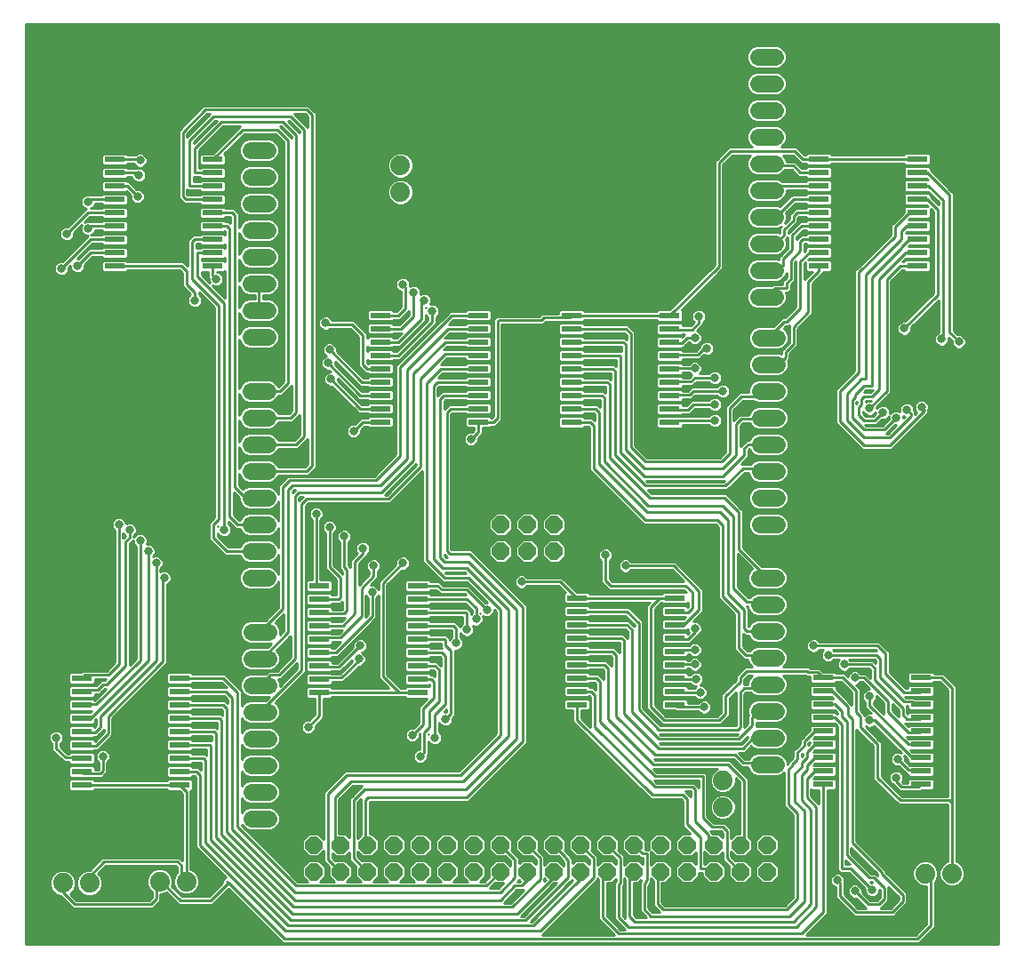
<source format=gbl>
G75*
%MOIN*%
%OFA0B0*%
%FSLAX25Y25*%
%IPPOS*%
%LPD*%
%AMOC8*
5,1,8,0,0,1.08239X$1,22.5*
%
%ADD10C,0.06400*%
%ADD11OC8,0.06400*%
%ADD12R,0.07800X0.02200*%
%ADD13C,0.07400*%
%ADD14C,0.01000*%
%ADD15C,0.03200*%
D10*
X0088119Y0050663D02*
X0094519Y0050663D01*
X0094519Y0060663D02*
X0088119Y0060663D01*
X0088119Y0070663D02*
X0094519Y0070663D01*
X0094519Y0080663D02*
X0088119Y0080663D01*
X0088119Y0090663D02*
X0094519Y0090663D01*
X0094519Y0100663D02*
X0088119Y0100663D01*
X0088119Y0110663D02*
X0094519Y0110663D01*
X0094519Y0120663D02*
X0088119Y0120663D01*
X0087786Y0140987D02*
X0094186Y0140987D01*
X0094186Y0150987D02*
X0087786Y0150987D01*
X0087786Y0160987D02*
X0094186Y0160987D01*
X0094186Y0170987D02*
X0087786Y0170987D01*
X0087786Y0180987D02*
X0094186Y0180987D01*
X0094186Y0190987D02*
X0087786Y0190987D01*
X0087786Y0200987D02*
X0094186Y0200987D01*
X0094186Y0210987D02*
X0087786Y0210987D01*
X0087786Y0231311D02*
X0094186Y0231311D01*
X0094186Y0241311D02*
X0087786Y0241311D01*
X0087786Y0251311D02*
X0094186Y0251311D01*
X0094186Y0261311D02*
X0087786Y0261311D01*
X0087786Y0271311D02*
X0094186Y0271311D01*
X0094186Y0281311D02*
X0087786Y0281311D01*
X0087786Y0291311D02*
X0094186Y0291311D01*
X0094186Y0301311D02*
X0087786Y0301311D01*
X0278100Y0306309D02*
X0284500Y0306309D01*
X0284500Y0316309D02*
X0278100Y0316309D01*
X0278100Y0326309D02*
X0284500Y0326309D01*
X0284500Y0336309D02*
X0278100Y0336309D01*
X0278100Y0296309D02*
X0284500Y0296309D01*
X0284500Y0286309D02*
X0278100Y0286309D01*
X0278100Y0276309D02*
X0284500Y0276309D01*
X0284500Y0266309D02*
X0278100Y0266309D01*
X0278100Y0256309D02*
X0284500Y0256309D01*
X0284500Y0246309D02*
X0278100Y0246309D01*
X0278767Y0230985D02*
X0285167Y0230985D01*
X0285167Y0220985D02*
X0278767Y0220985D01*
X0278767Y0210985D02*
X0285167Y0210985D01*
X0285167Y0200985D02*
X0278767Y0200985D01*
X0278767Y0190985D02*
X0285167Y0190985D01*
X0285167Y0180985D02*
X0278767Y0180985D01*
X0278767Y0170985D02*
X0285167Y0170985D01*
X0285167Y0160985D02*
X0278767Y0160985D01*
X0278434Y0140994D02*
X0284834Y0140994D01*
X0284834Y0130994D02*
X0278434Y0130994D01*
X0278434Y0120994D02*
X0284834Y0120994D01*
X0284834Y0110994D02*
X0278434Y0110994D01*
X0278434Y0100994D02*
X0284834Y0100994D01*
X0284834Y0090994D02*
X0278434Y0090994D01*
X0278434Y0080994D02*
X0284834Y0080994D01*
X0284834Y0070994D02*
X0278434Y0070994D01*
D11*
X0281439Y0040800D03*
X0271439Y0040800D03*
X0261439Y0040800D03*
X0251439Y0040800D03*
X0241439Y0040800D03*
X0231439Y0040800D03*
X0221439Y0040800D03*
X0211439Y0040800D03*
X0201439Y0040800D03*
X0191439Y0040800D03*
X0181439Y0040800D03*
X0171439Y0040800D03*
X0161439Y0040800D03*
X0151439Y0040800D03*
X0141439Y0040800D03*
X0131439Y0040800D03*
X0121439Y0040800D03*
X0111439Y0040800D03*
X0111439Y0030800D03*
X0121439Y0030800D03*
X0131439Y0030800D03*
X0141439Y0030800D03*
X0151439Y0030800D03*
X0161439Y0030800D03*
X0171439Y0030800D03*
X0181439Y0030800D03*
X0191439Y0030800D03*
X0201439Y0030800D03*
X0211439Y0030800D03*
X0221439Y0030800D03*
X0231439Y0030800D03*
X0241439Y0030800D03*
X0251439Y0030800D03*
X0261439Y0030800D03*
X0271439Y0030800D03*
X0281439Y0030800D03*
X0201643Y0150989D03*
X0201643Y0160989D03*
X0191643Y0160989D03*
X0191643Y0150989D03*
X0181643Y0150989D03*
X0181643Y0160989D03*
D12*
X0150400Y0138000D03*
X0150400Y0133000D03*
X0150400Y0128000D03*
X0150400Y0123000D03*
X0150400Y0118000D03*
X0150400Y0113000D03*
X0150400Y0108000D03*
X0150400Y0103000D03*
X0150400Y0098000D03*
X0113600Y0098000D03*
X0113600Y0103000D03*
X0113600Y0108000D03*
X0113600Y0113000D03*
X0113600Y0118000D03*
X0113600Y0123000D03*
X0113600Y0128000D03*
X0113600Y0133000D03*
X0113600Y0138000D03*
X0061200Y0103300D03*
X0061200Y0098300D03*
X0061200Y0093300D03*
X0061200Y0088300D03*
X0061200Y0083300D03*
X0061200Y0078300D03*
X0061200Y0073300D03*
X0061200Y0068300D03*
X0061200Y0063300D03*
X0024400Y0063300D03*
X0024400Y0068300D03*
X0024400Y0073300D03*
X0024400Y0078300D03*
X0024400Y0083300D03*
X0024400Y0088300D03*
X0024400Y0093300D03*
X0024400Y0098300D03*
X0024400Y0103300D03*
X0136400Y0199400D03*
X0136400Y0204400D03*
X0136400Y0209400D03*
X0136400Y0214400D03*
X0136400Y0219400D03*
X0136400Y0224400D03*
X0136400Y0229400D03*
X0136400Y0234400D03*
X0136400Y0239400D03*
X0173200Y0239400D03*
X0173200Y0234400D03*
X0173200Y0229400D03*
X0173200Y0224400D03*
X0173200Y0219400D03*
X0173200Y0214400D03*
X0173200Y0209400D03*
X0173200Y0204400D03*
X0173200Y0199400D03*
X0208200Y0199300D03*
X0208200Y0204300D03*
X0208200Y0209300D03*
X0208200Y0214300D03*
X0208200Y0219300D03*
X0208200Y0224300D03*
X0208200Y0229300D03*
X0208200Y0234300D03*
X0208200Y0239300D03*
X0245000Y0239300D03*
X0245000Y0234300D03*
X0245000Y0229300D03*
X0245000Y0224300D03*
X0245000Y0219300D03*
X0245000Y0214300D03*
X0245000Y0209300D03*
X0245000Y0204300D03*
X0245000Y0199300D03*
X0300900Y0258000D03*
X0300900Y0263000D03*
X0300900Y0268000D03*
X0300900Y0273000D03*
X0300900Y0278000D03*
X0300900Y0283000D03*
X0300900Y0288000D03*
X0300900Y0293000D03*
X0300900Y0298000D03*
X0337700Y0298000D03*
X0337700Y0293000D03*
X0337700Y0288000D03*
X0337700Y0283000D03*
X0337700Y0278000D03*
X0337700Y0273000D03*
X0337700Y0268000D03*
X0337700Y0263000D03*
X0337700Y0258000D03*
X0246900Y0133400D03*
X0246900Y0128400D03*
X0246900Y0123400D03*
X0246900Y0118400D03*
X0246900Y0113400D03*
X0246900Y0108400D03*
X0246900Y0103400D03*
X0246900Y0098400D03*
X0246900Y0093400D03*
X0210100Y0093400D03*
X0210100Y0098400D03*
X0210100Y0103400D03*
X0210100Y0108400D03*
X0210100Y0113400D03*
X0210100Y0118400D03*
X0210100Y0123400D03*
X0210100Y0128400D03*
X0210100Y0133400D03*
X0302500Y0103600D03*
X0302500Y0098600D03*
X0302500Y0093600D03*
X0302500Y0088600D03*
X0302500Y0083600D03*
X0302500Y0078600D03*
X0302500Y0073600D03*
X0302500Y0068600D03*
X0302500Y0063600D03*
X0339300Y0063600D03*
X0339300Y0068600D03*
X0339300Y0073600D03*
X0339300Y0078600D03*
X0339300Y0083600D03*
X0339300Y0088600D03*
X0339300Y0093600D03*
X0339300Y0098600D03*
X0339300Y0103600D03*
X0073600Y0257900D03*
X0073600Y0262900D03*
X0073600Y0267900D03*
X0073600Y0272900D03*
X0073600Y0277900D03*
X0073600Y0282900D03*
X0073600Y0287900D03*
X0073600Y0292900D03*
X0073600Y0297900D03*
X0036800Y0297900D03*
X0036800Y0292900D03*
X0036800Y0287900D03*
X0036800Y0282900D03*
X0036800Y0277900D03*
X0036800Y0272900D03*
X0036800Y0267900D03*
X0036800Y0262900D03*
X0036800Y0257900D03*
D13*
X0144000Y0285600D03*
X0144000Y0295600D03*
X0264900Y0065000D03*
X0264900Y0055000D03*
X0340800Y0030100D03*
X0350800Y0030100D03*
X0063700Y0027100D03*
X0053700Y0027100D03*
X0027400Y0026500D03*
X0017400Y0026500D03*
D14*
X0003500Y0003799D02*
X0003500Y0348500D01*
X0368161Y0348500D01*
X0368161Y0003799D01*
X0003500Y0003799D01*
X0003500Y0003997D02*
X0099640Y0003997D01*
X0099737Y0003900D02*
X0338563Y0003900D01*
X0343563Y0008900D01*
X0344500Y0009837D01*
X0344500Y0027012D01*
X0344869Y0027381D01*
X0345600Y0029145D01*
X0345600Y0031055D01*
X0344869Y0032819D01*
X0343519Y0034169D01*
X0341755Y0034900D01*
X0339845Y0034900D01*
X0338081Y0034169D01*
X0336731Y0032819D01*
X0336000Y0031055D01*
X0336000Y0029145D01*
X0336731Y0027381D01*
X0338081Y0026031D01*
X0339845Y0025300D01*
X0341300Y0025300D01*
X0341300Y0011163D01*
X0337237Y0007100D01*
X0296263Y0007100D01*
X0304100Y0014937D01*
X0304100Y0061400D01*
X0306856Y0061400D01*
X0307500Y0062044D01*
X0307500Y0065156D01*
X0306856Y0065800D01*
X0298963Y0065800D01*
X0299563Y0066400D01*
X0306856Y0066400D01*
X0307500Y0067044D01*
X0307500Y0070156D01*
X0306856Y0070800D01*
X0298963Y0070800D01*
X0299563Y0071400D01*
X0306856Y0071400D01*
X0307500Y0072044D01*
X0307500Y0075156D01*
X0306856Y0075800D01*
X0298963Y0075800D01*
X0299563Y0076400D01*
X0306856Y0076400D01*
X0307500Y0077044D01*
X0307500Y0080156D01*
X0306856Y0080800D01*
X0298963Y0080800D01*
X0299563Y0081400D01*
X0306856Y0081400D01*
X0307500Y0082044D01*
X0307500Y0085156D01*
X0306856Y0085800D01*
X0298144Y0085800D01*
X0297500Y0085156D01*
X0297500Y0083863D01*
X0294737Y0081100D01*
X0293800Y0080163D01*
X0293800Y0078663D01*
X0292237Y0077100D01*
X0291300Y0076163D01*
X0291300Y0073663D01*
X0290237Y0072600D01*
X0289300Y0071663D01*
X0289300Y0071163D01*
X0289134Y0070996D01*
X0289134Y0071849D01*
X0288479Y0073430D01*
X0287269Y0074639D01*
X0285689Y0075294D01*
X0277578Y0075294D01*
X0275998Y0074639D01*
X0274788Y0073430D01*
X0274652Y0073100D01*
X0273063Y0073100D01*
X0270763Y0075400D01*
X0273063Y0075400D01*
X0275505Y0077842D01*
X0275998Y0077349D01*
X0277578Y0076694D01*
X0285689Y0076694D01*
X0287269Y0077349D01*
X0288479Y0078558D01*
X0289134Y0080139D01*
X0289134Y0081849D01*
X0288479Y0083430D01*
X0287269Y0084639D01*
X0285689Y0085294D01*
X0277578Y0085294D01*
X0277500Y0085262D01*
X0277500Y0086726D01*
X0277578Y0086694D01*
X0285689Y0086694D01*
X0287269Y0087349D01*
X0288479Y0088558D01*
X0289134Y0090139D01*
X0289134Y0091849D01*
X0288479Y0093430D01*
X0287269Y0094639D01*
X0285689Y0095294D01*
X0277578Y0095294D01*
X0275998Y0094639D01*
X0274788Y0093430D01*
X0274134Y0091849D01*
X0274134Y0090139D01*
X0274468Y0089331D01*
X0274300Y0089163D01*
X0274300Y0086163D01*
X0273000Y0084863D01*
X0273000Y0097337D01*
X0273563Y0097900D01*
X0275447Y0097900D01*
X0275998Y0097349D01*
X0277578Y0096694D01*
X0285689Y0096694D01*
X0287269Y0097349D01*
X0288479Y0098558D01*
X0289134Y0100139D01*
X0289134Y0101849D01*
X0288479Y0103430D01*
X0287509Y0104400D01*
X0295737Y0104400D01*
X0296237Y0103900D01*
X0297500Y0103900D01*
X0297500Y0102044D01*
X0298144Y0101400D01*
X0306856Y0101400D01*
X0307456Y0102000D01*
X0309137Y0102000D01*
X0313300Y0097837D01*
X0313300Y0093363D01*
X0312563Y0094100D01*
X0307500Y0099163D01*
X0307500Y0100156D01*
X0306856Y0100800D01*
X0298144Y0100800D01*
X0297500Y0100156D01*
X0297500Y0097044D01*
X0298144Y0096400D01*
X0305737Y0096400D01*
X0306337Y0095800D01*
X0298144Y0095800D01*
X0297500Y0095156D01*
X0297500Y0092044D01*
X0298144Y0091400D01*
X0306737Y0091400D01*
X0307800Y0090337D01*
X0307800Y0089863D01*
X0307463Y0090200D01*
X0307456Y0090200D01*
X0306856Y0090800D01*
X0298144Y0090800D01*
X0297500Y0090156D01*
X0297500Y0087044D01*
X0298144Y0086400D01*
X0306737Y0086400D01*
X0307800Y0085337D01*
X0307800Y0031337D01*
X0308737Y0030400D01*
X0312237Y0030400D01*
X0318200Y0024437D01*
X0318200Y0023463D01*
X0318611Y0022471D01*
X0319371Y0021711D01*
X0320363Y0021300D01*
X0321437Y0021300D01*
X0322429Y0021711D01*
X0323189Y0022471D01*
X0323600Y0023463D01*
X0323600Y0024037D01*
X0323800Y0023837D01*
X0323800Y0021163D01*
X0322737Y0020100D01*
X0320063Y0020100D01*
X0317100Y0023063D01*
X0317100Y0024037D01*
X0316689Y0025029D01*
X0315929Y0025789D01*
X0314937Y0026200D01*
X0313863Y0026200D01*
X0312871Y0025789D01*
X0312111Y0025029D01*
X0311700Y0024037D01*
X0311700Y0022963D01*
X0312111Y0021971D01*
X0312871Y0021211D01*
X0313863Y0020800D01*
X0314837Y0020800D01*
X0318537Y0017100D01*
X0315563Y0017100D01*
X0310500Y0022163D01*
X0310500Y0026722D01*
X0310600Y0026963D01*
X0310600Y0028037D01*
X0310189Y0029029D01*
X0309429Y0029789D01*
X0308437Y0030200D01*
X0307363Y0030200D01*
X0306371Y0029789D01*
X0305611Y0029029D01*
X0305200Y0028037D01*
X0305200Y0026963D01*
X0305611Y0025971D01*
X0306371Y0025211D01*
X0307300Y0024826D01*
X0307300Y0020837D01*
X0308237Y0019900D01*
X0314237Y0013900D01*
X0329063Y0013900D01*
X0330000Y0014837D01*
X0334000Y0018837D01*
X0334000Y0022663D01*
X0333063Y0023600D01*
X0326000Y0030663D01*
X0326000Y0031163D01*
X0325063Y0032100D01*
X0315000Y0042163D01*
X0315000Y0084137D01*
X0321300Y0077837D01*
X0321300Y0065337D01*
X0330737Y0055900D01*
X0349137Y0055900D01*
X0349200Y0055837D01*
X0349200Y0034633D01*
X0348081Y0034169D01*
X0346731Y0032819D01*
X0346000Y0031055D01*
X0346000Y0029145D01*
X0346731Y0027381D01*
X0348081Y0026031D01*
X0349845Y0025300D01*
X0351755Y0025300D01*
X0353519Y0026031D01*
X0354869Y0027381D01*
X0355600Y0029145D01*
X0355600Y0031055D01*
X0354869Y0032819D01*
X0353519Y0034169D01*
X0352400Y0034633D01*
X0352400Y0100263D01*
X0348500Y0104163D01*
X0347563Y0105100D01*
X0344300Y0105100D01*
X0344300Y0105156D01*
X0343656Y0105800D01*
X0334944Y0105800D01*
X0334300Y0105156D01*
X0334300Y0102044D01*
X0334944Y0101400D01*
X0343656Y0101400D01*
X0344156Y0101900D01*
X0346237Y0101900D01*
X0349200Y0098937D01*
X0349200Y0059100D01*
X0332063Y0059100D01*
X0324500Y0066663D01*
X0324500Y0079163D01*
X0323563Y0080100D01*
X0323563Y0080100D01*
X0318509Y0085154D01*
X0319363Y0084800D01*
X0320437Y0084800D01*
X0321429Y0085211D01*
X0321678Y0085459D01*
X0331791Y0075346D01*
X0330937Y0075700D01*
X0329863Y0075700D01*
X0328871Y0075289D01*
X0328111Y0074529D01*
X0327700Y0073537D01*
X0327700Y0072463D01*
X0328111Y0071471D01*
X0328871Y0070711D01*
X0329863Y0070300D01*
X0330837Y0070300D01*
X0332800Y0068337D01*
X0333737Y0067400D01*
X0334300Y0067400D01*
X0334300Y0067044D01*
X0334944Y0066400D01*
X0343656Y0066400D01*
X0344300Y0067044D01*
X0344300Y0070156D01*
X0343656Y0070800D01*
X0334944Y0070800D01*
X0334904Y0070759D01*
X0333100Y0072563D01*
X0333100Y0073537D01*
X0332746Y0074391D01*
X0334300Y0072837D01*
X0334300Y0072044D01*
X0334944Y0071400D01*
X0343656Y0071400D01*
X0344300Y0072044D01*
X0344300Y0075156D01*
X0343656Y0075800D01*
X0335863Y0075800D01*
X0335263Y0076400D01*
X0343656Y0076400D01*
X0344300Y0077044D01*
X0344300Y0080156D01*
X0343656Y0080800D01*
X0334944Y0080800D01*
X0334654Y0080509D01*
X0333763Y0081400D01*
X0343656Y0081400D01*
X0344300Y0082044D01*
X0344300Y0085156D01*
X0343656Y0085800D01*
X0334944Y0085800D01*
X0334404Y0085259D01*
X0333263Y0086400D01*
X0343656Y0086400D01*
X0344300Y0087044D01*
X0344300Y0090156D01*
X0343656Y0090800D01*
X0334944Y0090800D01*
X0334300Y0090156D01*
X0334300Y0089863D01*
X0334000Y0090163D01*
X0334000Y0092663D01*
X0333763Y0092900D01*
X0334300Y0092900D01*
X0334300Y0092044D01*
X0334944Y0091400D01*
X0343656Y0091400D01*
X0344300Y0092044D01*
X0344300Y0095156D01*
X0343656Y0095800D01*
X0336863Y0095800D01*
X0336563Y0096100D01*
X0333563Y0096100D01*
X0333263Y0096400D01*
X0343656Y0096400D01*
X0344300Y0097044D01*
X0344300Y0100156D01*
X0343656Y0100800D01*
X0334944Y0100800D01*
X0334300Y0100156D01*
X0334300Y0099600D01*
X0333563Y0099600D01*
X0327500Y0105663D01*
X0327500Y0113163D01*
X0326563Y0114100D01*
X0323563Y0117100D01*
X0301118Y0117100D01*
X0300429Y0117789D01*
X0299437Y0118200D01*
X0298363Y0118200D01*
X0297371Y0117789D01*
X0296611Y0117029D01*
X0296200Y0116037D01*
X0296200Y0114963D01*
X0296611Y0113971D01*
X0297371Y0113211D01*
X0298363Y0112800D01*
X0299437Y0112800D01*
X0300429Y0113211D01*
X0301118Y0113900D01*
X0302482Y0113900D01*
X0302111Y0113529D01*
X0301700Y0112537D01*
X0301700Y0111463D01*
X0302111Y0110471D01*
X0302871Y0109711D01*
X0303863Y0109300D01*
X0304937Y0109300D01*
X0305929Y0109711D01*
X0306618Y0110400D01*
X0308482Y0110400D01*
X0308111Y0110029D01*
X0307700Y0109037D01*
X0307700Y0107963D01*
X0308111Y0106971D01*
X0308871Y0106211D01*
X0309863Y0105800D01*
X0310937Y0105800D01*
X0311929Y0106211D01*
X0312618Y0106900D01*
X0319737Y0106900D01*
X0320300Y0106337D01*
X0320300Y0103363D01*
X0318563Y0105100D01*
X0316618Y0105100D01*
X0315929Y0105789D01*
X0314937Y0106200D01*
X0313863Y0106200D01*
X0312871Y0105789D01*
X0312111Y0105029D01*
X0311700Y0104037D01*
X0311700Y0103963D01*
X0310463Y0105200D01*
X0307456Y0105200D01*
X0306856Y0105800D01*
X0302563Y0105800D01*
X0301263Y0107100D01*
X0297563Y0107100D01*
X0297063Y0107600D01*
X0287521Y0107600D01*
X0288479Y0108558D01*
X0289134Y0110139D01*
X0289134Y0111849D01*
X0288479Y0113430D01*
X0287269Y0114639D01*
X0285689Y0115294D01*
X0277578Y0115294D01*
X0275998Y0114639D01*
X0274959Y0113600D01*
X0274063Y0113600D01*
X0272500Y0115163D01*
X0272500Y0120137D01*
X0273237Y0119400D01*
X0274440Y0119400D01*
X0274788Y0118558D01*
X0275998Y0117349D01*
X0277578Y0116694D01*
X0285689Y0116694D01*
X0287269Y0117349D01*
X0288479Y0118558D01*
X0289134Y0120139D01*
X0289134Y0121849D01*
X0288479Y0123430D01*
X0287269Y0124639D01*
X0285689Y0125294D01*
X0277578Y0125294D01*
X0275998Y0124639D01*
X0274788Y0123430D01*
X0274500Y0122734D01*
X0274500Y0129254D01*
X0274788Y0128558D01*
X0275998Y0127349D01*
X0277578Y0126694D01*
X0285689Y0126694D01*
X0287269Y0127349D01*
X0288479Y0128558D01*
X0289134Y0130139D01*
X0289134Y0131849D01*
X0288479Y0133430D01*
X0287269Y0134639D01*
X0285689Y0135294D01*
X0277578Y0135294D01*
X0275998Y0134639D01*
X0274959Y0133600D01*
X0274563Y0133600D01*
X0270500Y0137663D01*
X0270500Y0149865D01*
X0275862Y0144503D01*
X0274788Y0143430D01*
X0274134Y0141849D01*
X0274134Y0140139D01*
X0274788Y0138558D01*
X0275998Y0137349D01*
X0277578Y0136694D01*
X0285689Y0136694D01*
X0287269Y0137349D01*
X0288479Y0138558D01*
X0289134Y0140139D01*
X0289134Y0141849D01*
X0288479Y0143430D01*
X0287269Y0144639D01*
X0285689Y0145294D01*
X0279596Y0145294D01*
X0272500Y0152390D01*
X0272500Y0166163D01*
X0271563Y0167100D01*
X0266063Y0172600D01*
X0238063Y0172600D01*
X0236763Y0173900D01*
X0266563Y0173900D01*
X0273063Y0180400D01*
X0274467Y0180400D01*
X0274467Y0180130D01*
X0275122Y0178549D01*
X0276331Y0177340D01*
X0277912Y0176685D01*
X0286022Y0176685D01*
X0287603Y0177340D01*
X0288812Y0178549D01*
X0289467Y0180130D01*
X0289467Y0181840D01*
X0288812Y0183421D01*
X0287603Y0184630D01*
X0286022Y0185285D01*
X0277912Y0185285D01*
X0276331Y0184630D01*
X0275301Y0183600D01*
X0271763Y0183600D01*
X0273563Y0185400D01*
X0274500Y0186337D01*
X0274500Y0188837D01*
X0274855Y0189192D01*
X0275122Y0188549D01*
X0276331Y0187340D01*
X0277912Y0186685D01*
X0286022Y0186685D01*
X0287603Y0187340D01*
X0288812Y0188549D01*
X0289467Y0190130D01*
X0289467Y0191840D01*
X0288812Y0193421D01*
X0287603Y0194630D01*
X0286022Y0195285D01*
X0277912Y0195285D01*
X0276331Y0194630D01*
X0275122Y0193421D01*
X0274782Y0192600D01*
X0273737Y0192600D01*
X0272800Y0191663D01*
X0271500Y0190363D01*
X0271500Y0197837D01*
X0272563Y0198900D01*
X0274976Y0198900D01*
X0275122Y0198549D01*
X0276331Y0197340D01*
X0277912Y0196685D01*
X0286022Y0196685D01*
X0287603Y0197340D01*
X0288812Y0198549D01*
X0289467Y0200130D01*
X0289467Y0201840D01*
X0288812Y0203421D01*
X0287603Y0204630D01*
X0286022Y0205285D01*
X0277912Y0205285D01*
X0276331Y0204630D01*
X0275122Y0203421D01*
X0274575Y0202100D01*
X0271237Y0202100D01*
X0270300Y0201163D01*
X0269000Y0199863D01*
X0269000Y0203837D01*
X0272563Y0207400D01*
X0276271Y0207400D01*
X0276331Y0207340D01*
X0277912Y0206685D01*
X0286022Y0206685D01*
X0287603Y0207340D01*
X0288812Y0208549D01*
X0289467Y0210130D01*
X0289467Y0211840D01*
X0288812Y0213421D01*
X0287603Y0214630D01*
X0286022Y0215285D01*
X0277912Y0215285D01*
X0276331Y0214630D01*
X0275122Y0213421D01*
X0274467Y0211840D01*
X0274467Y0210600D01*
X0271237Y0210600D01*
X0265800Y0205163D01*
X0265800Y0188163D01*
X0263737Y0186100D01*
X0236563Y0186100D01*
X0232000Y0190663D01*
X0232000Y0233163D01*
X0231063Y0234100D01*
X0229263Y0235900D01*
X0213156Y0235900D01*
X0212556Y0236500D01*
X0203844Y0236500D01*
X0203200Y0235856D01*
X0203200Y0232744D01*
X0203844Y0232100D01*
X0212556Y0232100D01*
X0213156Y0232700D01*
X0227937Y0232700D01*
X0228800Y0231837D01*
X0228800Y0230363D01*
X0228263Y0230900D01*
X0213156Y0230900D01*
X0212556Y0231500D01*
X0203844Y0231500D01*
X0203200Y0230856D01*
X0203200Y0227744D01*
X0203844Y0227100D01*
X0212556Y0227100D01*
X0213156Y0227700D01*
X0226800Y0227700D01*
X0226800Y0225863D01*
X0226763Y0225900D01*
X0213156Y0225900D01*
X0212556Y0226500D01*
X0203844Y0226500D01*
X0203200Y0225856D01*
X0203200Y0222744D01*
X0203844Y0222100D01*
X0212556Y0222100D01*
X0213156Y0222700D01*
X0224800Y0222700D01*
X0224800Y0220363D01*
X0224263Y0220900D01*
X0213156Y0220900D01*
X0212556Y0221500D01*
X0203844Y0221500D01*
X0203200Y0220856D01*
X0203200Y0217744D01*
X0203844Y0217100D01*
X0212556Y0217100D01*
X0213156Y0217700D01*
X0222800Y0217700D01*
X0222800Y0215363D01*
X0222263Y0215900D01*
X0213156Y0215900D01*
X0212556Y0216500D01*
X0203844Y0216500D01*
X0203200Y0215856D01*
X0203200Y0212744D01*
X0203844Y0212100D01*
X0212556Y0212100D01*
X0213156Y0212700D01*
X0220800Y0212700D01*
X0220800Y0210363D01*
X0220263Y0210900D01*
X0213156Y0210900D01*
X0212556Y0211500D01*
X0203844Y0211500D01*
X0203200Y0210856D01*
X0203200Y0207744D01*
X0203844Y0207100D01*
X0212556Y0207100D01*
X0213156Y0207700D01*
X0218800Y0207700D01*
X0218800Y0204863D01*
X0217763Y0205900D01*
X0213156Y0205900D01*
X0212556Y0206500D01*
X0203844Y0206500D01*
X0203200Y0205856D01*
X0203200Y0202744D01*
X0203844Y0202100D01*
X0212556Y0202100D01*
X0213156Y0202700D01*
X0216437Y0202700D01*
X0216800Y0202337D01*
X0216800Y0199863D01*
X0215763Y0200900D01*
X0213156Y0200900D01*
X0212556Y0201500D01*
X0203844Y0201500D01*
X0203200Y0200856D01*
X0203200Y0197744D01*
X0203844Y0197100D01*
X0212556Y0197100D01*
X0213156Y0197700D01*
X0214437Y0197700D01*
X0214800Y0197337D01*
X0214800Y0181337D01*
X0234300Y0161837D01*
X0235237Y0160900D01*
X0262237Y0160900D01*
X0263300Y0159837D01*
X0263300Y0133337D01*
X0269300Y0127337D01*
X0269300Y0113837D01*
X0271800Y0111337D01*
X0272737Y0110400D01*
X0274134Y0110400D01*
X0274134Y0110139D01*
X0274788Y0108558D01*
X0275747Y0107600D01*
X0273237Y0107600D01*
X0272300Y0106663D01*
X0269800Y0104163D01*
X0269800Y0102663D01*
X0264300Y0097163D01*
X0264300Y0090663D01*
X0262737Y0089100D01*
X0243563Y0089100D01*
X0239500Y0093163D01*
X0239500Y0129337D01*
X0241954Y0131791D01*
X0242544Y0131200D01*
X0251256Y0131200D01*
X0251800Y0131744D01*
X0251800Y0130163D01*
X0251746Y0130109D01*
X0251256Y0130600D01*
X0242544Y0130600D01*
X0241900Y0129956D01*
X0241900Y0126844D01*
X0242544Y0126200D01*
X0250837Y0126200D01*
X0250237Y0125600D01*
X0242544Y0125600D01*
X0241900Y0124956D01*
X0241900Y0121844D01*
X0242544Y0121200D01*
X0251256Y0121200D01*
X0251700Y0121644D01*
X0251700Y0121463D01*
X0252110Y0120473D01*
X0251746Y0120109D01*
X0251256Y0120600D01*
X0242544Y0120600D01*
X0241900Y0119956D01*
X0241900Y0116844D01*
X0242544Y0116200D01*
X0251256Y0116200D01*
X0251456Y0116400D01*
X0252563Y0116400D01*
X0253500Y0117337D01*
X0255834Y0119672D01*
X0255929Y0119711D01*
X0256689Y0120471D01*
X0257100Y0121463D01*
X0257100Y0122537D01*
X0256689Y0123529D01*
X0255929Y0124289D01*
X0254937Y0124700D01*
X0253863Y0124700D01*
X0253863Y0124700D01*
X0257500Y0128337D01*
X0257500Y0136663D01*
X0256563Y0137600D01*
X0247063Y0147100D01*
X0230618Y0147100D01*
X0229929Y0147789D01*
X0228937Y0148200D01*
X0227863Y0148200D01*
X0226871Y0147789D01*
X0226111Y0147029D01*
X0225700Y0146037D01*
X0225700Y0144963D01*
X0226111Y0143971D01*
X0226871Y0143211D01*
X0227863Y0142800D01*
X0228937Y0142800D01*
X0229929Y0143211D01*
X0230618Y0143900D01*
X0245737Y0143900D01*
X0250037Y0139600D01*
X0223563Y0139600D01*
X0222500Y0140663D01*
X0222500Y0147282D01*
X0223189Y0147971D01*
X0223600Y0148963D01*
X0223600Y0150037D01*
X0223189Y0151029D01*
X0222429Y0151789D01*
X0221437Y0152200D01*
X0220363Y0152200D01*
X0219371Y0151789D01*
X0218611Y0151029D01*
X0218200Y0150037D01*
X0218200Y0148963D01*
X0218611Y0147971D01*
X0219300Y0147282D01*
X0219300Y0139337D01*
X0221300Y0137337D01*
X0222237Y0136400D01*
X0250237Y0136400D01*
X0251037Y0135600D01*
X0242544Y0135600D01*
X0241944Y0135000D01*
X0215056Y0135000D01*
X0214456Y0135600D01*
X0210163Y0135600D01*
X0204663Y0141100D01*
X0191618Y0141100D01*
X0190929Y0141789D01*
X0189937Y0142200D01*
X0188863Y0142200D01*
X0187871Y0141789D01*
X0187111Y0141029D01*
X0186700Y0140037D01*
X0186700Y0138963D01*
X0187111Y0137971D01*
X0187871Y0137211D01*
X0188863Y0136800D01*
X0189937Y0136800D01*
X0190929Y0137211D01*
X0191618Y0137900D01*
X0203337Y0137900D01*
X0205691Y0135546D01*
X0205100Y0134956D01*
X0205100Y0131844D01*
X0205744Y0131200D01*
X0214456Y0131200D01*
X0215056Y0131800D01*
X0237437Y0131800D01*
X0237237Y0131600D01*
X0236300Y0130663D01*
X0236300Y0091837D01*
X0241300Y0086837D01*
X0242237Y0085900D01*
X0264063Y0085900D01*
X0266563Y0088400D01*
X0267500Y0089337D01*
X0267500Y0095837D01*
X0269800Y0098137D01*
X0269800Y0085663D01*
X0269737Y0085600D01*
X0241563Y0085600D01*
X0235000Y0092163D01*
X0235000Y0124663D01*
X0234063Y0125600D01*
X0229663Y0130000D01*
X0215056Y0130000D01*
X0214456Y0130600D01*
X0205744Y0130600D01*
X0205100Y0129956D01*
X0205100Y0126844D01*
X0205744Y0126200D01*
X0214456Y0126200D01*
X0215056Y0126800D01*
X0228337Y0126800D01*
X0231800Y0123337D01*
X0231800Y0122863D01*
X0231563Y0123100D01*
X0229663Y0125000D01*
X0215056Y0125000D01*
X0214456Y0125600D01*
X0205744Y0125600D01*
X0205100Y0124956D01*
X0205100Y0121844D01*
X0205744Y0121200D01*
X0214456Y0121200D01*
X0215056Y0121800D01*
X0228337Y0121800D01*
X0229300Y0120837D01*
X0229300Y0118363D01*
X0228600Y0119063D01*
X0227663Y0120000D01*
X0215056Y0120000D01*
X0214456Y0120600D01*
X0205744Y0120600D01*
X0205100Y0119956D01*
X0205100Y0116844D01*
X0205744Y0116200D01*
X0214456Y0116200D01*
X0215056Y0116800D01*
X0226300Y0116800D01*
X0226300Y0112863D01*
X0225563Y0113600D01*
X0224163Y0115000D01*
X0215056Y0115000D01*
X0214456Y0115600D01*
X0205744Y0115600D01*
X0205100Y0114956D01*
X0205100Y0111844D01*
X0205744Y0111200D01*
X0214456Y0111200D01*
X0215056Y0111800D01*
X0222837Y0111800D01*
X0223300Y0111337D01*
X0223300Y0107863D01*
X0222563Y0108600D01*
X0221163Y0110000D01*
X0215056Y0110000D01*
X0214456Y0110600D01*
X0205744Y0110600D01*
X0205100Y0109956D01*
X0205100Y0106844D01*
X0205744Y0106200D01*
X0214456Y0106200D01*
X0215056Y0106800D01*
X0219837Y0106800D01*
X0220300Y0106337D01*
X0220300Y0102863D01*
X0219563Y0103600D01*
X0218163Y0105000D01*
X0215056Y0105000D01*
X0214456Y0105600D01*
X0205744Y0105600D01*
X0205100Y0104956D01*
X0205100Y0101844D01*
X0205744Y0101200D01*
X0214456Y0101200D01*
X0215056Y0101800D01*
X0216837Y0101800D01*
X0217300Y0101337D01*
X0217300Y0098863D01*
X0216163Y0100000D01*
X0215056Y0100000D01*
X0214456Y0100600D01*
X0205744Y0100600D01*
X0205100Y0099956D01*
X0205100Y0096844D01*
X0205744Y0096200D01*
X0214456Y0096200D01*
X0214946Y0096691D01*
X0215300Y0096337D01*
X0215300Y0084863D01*
X0211700Y0088463D01*
X0211700Y0091200D01*
X0214456Y0091200D01*
X0215100Y0091844D01*
X0215100Y0094956D01*
X0214456Y0095600D01*
X0205744Y0095600D01*
X0205100Y0094956D01*
X0205100Y0091844D01*
X0205744Y0091200D01*
X0208500Y0091200D01*
X0208500Y0087137D01*
X0236800Y0058837D01*
X0237737Y0057900D01*
X0249237Y0057900D01*
X0249800Y0057337D01*
X0249800Y0047837D01*
X0252538Y0045100D01*
X0249658Y0045100D01*
X0247139Y0042581D01*
X0247139Y0039018D01*
X0249658Y0036500D01*
X0253220Y0036500D01*
X0254800Y0038079D01*
X0254800Y0033520D01*
X0253220Y0035100D01*
X0249658Y0035100D01*
X0247139Y0032581D01*
X0247139Y0029018D01*
X0249658Y0026500D01*
X0253220Y0026500D01*
X0255739Y0029018D01*
X0255739Y0030400D01*
X0257139Y0030400D01*
X0257139Y0029018D01*
X0259658Y0026500D01*
X0263220Y0026500D01*
X0265739Y0029018D01*
X0265739Y0032581D01*
X0263220Y0035100D01*
X0259658Y0035100D01*
X0258158Y0033600D01*
X0258000Y0033600D01*
X0258000Y0038157D01*
X0259658Y0036500D01*
X0263220Y0036500D01*
X0264800Y0038079D01*
X0264800Y0035176D01*
X0267267Y0032709D01*
X0267139Y0032581D01*
X0267139Y0029018D01*
X0269658Y0026500D01*
X0273220Y0026500D01*
X0275739Y0029018D01*
X0275739Y0032581D01*
X0273220Y0035100D01*
X0269658Y0035100D01*
X0269530Y0034971D01*
X0268000Y0036501D01*
X0268000Y0038157D01*
X0269658Y0036500D01*
X0273220Y0036500D01*
X0275739Y0039018D01*
X0275739Y0042581D01*
X0274500Y0043820D01*
X0274500Y0065663D01*
X0273563Y0066600D01*
X0267563Y0072600D01*
X0239563Y0072600D01*
X0239263Y0072900D01*
X0268737Y0072900D01*
X0270800Y0070837D01*
X0271737Y0069900D01*
X0274233Y0069900D01*
X0274788Y0068558D01*
X0275998Y0067349D01*
X0277578Y0066694D01*
X0285689Y0066694D01*
X0287269Y0067349D01*
X0287800Y0067879D01*
X0287800Y0055337D01*
X0291300Y0051837D01*
X0291300Y0021163D01*
X0288237Y0018100D01*
X0243063Y0018100D01*
X0242000Y0019163D01*
X0242000Y0026500D01*
X0243220Y0026500D01*
X0245739Y0029018D01*
X0245739Y0032581D01*
X0243220Y0035100D01*
X0239658Y0035100D01*
X0238000Y0033442D01*
X0238000Y0038157D01*
X0239658Y0036500D01*
X0243220Y0036500D01*
X0245739Y0039018D01*
X0245739Y0042581D01*
X0243220Y0045100D01*
X0239658Y0045100D01*
X0237139Y0042581D01*
X0237139Y0039024D01*
X0237063Y0039100D01*
X0235739Y0039100D01*
X0235739Y0042581D01*
X0233220Y0045100D01*
X0229658Y0045100D01*
X0227139Y0042581D01*
X0227139Y0039018D01*
X0229658Y0036500D01*
X0233220Y0036500D01*
X0233348Y0036628D01*
X0234076Y0035900D01*
X0234800Y0035900D01*
X0234800Y0033520D01*
X0233220Y0035100D01*
X0229658Y0035100D01*
X0228000Y0033442D01*
X0228000Y0036663D01*
X0227500Y0037163D01*
X0226563Y0038100D01*
X0226401Y0038100D01*
X0225611Y0038890D01*
X0225739Y0039018D01*
X0225739Y0042581D01*
X0223220Y0045100D01*
X0219658Y0045100D01*
X0217139Y0042581D01*
X0217139Y0039018D01*
X0219658Y0036500D01*
X0223220Y0036500D01*
X0223348Y0036628D01*
X0224800Y0035176D01*
X0224800Y0033520D01*
X0223220Y0035100D01*
X0219658Y0035100D01*
X0218000Y0033442D01*
X0218000Y0036501D01*
X0215611Y0038890D01*
X0215739Y0039018D01*
X0215739Y0042581D01*
X0213220Y0045100D01*
X0209658Y0045100D01*
X0207139Y0042581D01*
X0207139Y0039018D01*
X0209658Y0036500D01*
X0213220Y0036500D01*
X0213348Y0036628D01*
X0214800Y0035176D01*
X0214800Y0033520D01*
X0213220Y0035100D01*
X0209658Y0035100D01*
X0208500Y0033942D01*
X0208500Y0035663D01*
X0207500Y0036663D01*
X0207500Y0037001D01*
X0205611Y0038890D01*
X0205739Y0039018D01*
X0205739Y0042581D01*
X0203220Y0045100D01*
X0199658Y0045100D01*
X0197139Y0042581D01*
X0197139Y0039018D01*
X0199658Y0036500D01*
X0203220Y0036500D01*
X0203348Y0036628D01*
X0204300Y0035676D01*
X0204300Y0035337D01*
X0205237Y0034400D01*
X0205300Y0034337D01*
X0205300Y0033020D01*
X0203220Y0035100D01*
X0199658Y0035100D01*
X0198000Y0033442D01*
X0198000Y0036501D01*
X0195611Y0038890D01*
X0195739Y0039018D01*
X0195739Y0042581D01*
X0193220Y0045100D01*
X0189658Y0045100D01*
X0187139Y0042581D01*
X0187139Y0039018D01*
X0189658Y0036500D01*
X0193220Y0036500D01*
X0193348Y0036628D01*
X0194800Y0035176D01*
X0194800Y0033520D01*
X0193220Y0035100D01*
X0189658Y0035100D01*
X0188500Y0033942D01*
X0188500Y0036001D01*
X0185611Y0038890D01*
X0185739Y0039018D01*
X0185739Y0042581D01*
X0183220Y0045100D01*
X0179658Y0045100D01*
X0177139Y0042581D01*
X0177139Y0039018D01*
X0179658Y0036500D01*
X0183220Y0036500D01*
X0183348Y0036628D01*
X0185300Y0034676D01*
X0185300Y0033020D01*
X0183220Y0035100D01*
X0179658Y0035100D01*
X0177139Y0032581D01*
X0177139Y0029018D01*
X0177267Y0028890D01*
X0175477Y0027100D01*
X0173821Y0027100D01*
X0175739Y0029018D01*
X0175739Y0032581D01*
X0173220Y0035100D01*
X0169658Y0035100D01*
X0167139Y0032581D01*
X0167139Y0029018D01*
X0169057Y0027100D01*
X0163821Y0027100D01*
X0165739Y0029018D01*
X0165739Y0032581D01*
X0163220Y0035100D01*
X0159658Y0035100D01*
X0157139Y0032581D01*
X0157139Y0029018D01*
X0159057Y0027100D01*
X0153821Y0027100D01*
X0155739Y0029018D01*
X0155739Y0032581D01*
X0153220Y0035100D01*
X0149658Y0035100D01*
X0147139Y0032581D01*
X0147139Y0029018D01*
X0149057Y0027100D01*
X0143821Y0027100D01*
X0145739Y0029018D01*
X0145739Y0032581D01*
X0143220Y0035100D01*
X0139658Y0035100D01*
X0137139Y0032581D01*
X0137139Y0029018D01*
X0139057Y0027100D01*
X0133821Y0027100D01*
X0135739Y0029018D01*
X0135739Y0032581D01*
X0133220Y0035100D01*
X0129658Y0035100D01*
X0129530Y0034971D01*
X0128000Y0036501D01*
X0128000Y0038157D01*
X0129658Y0036500D01*
X0133220Y0036500D01*
X0135739Y0039018D01*
X0135739Y0042581D01*
X0133220Y0045100D01*
X0132500Y0045100D01*
X0132500Y0056837D01*
X0132563Y0056900D01*
X0169563Y0056900D01*
X0170500Y0057837D01*
X0191500Y0078837D01*
X0191500Y0130663D01*
X0190563Y0131600D01*
X0170563Y0151600D01*
X0163063Y0151600D01*
X0163000Y0151663D01*
X0163000Y0202337D01*
X0163463Y0202800D01*
X0168244Y0202800D01*
X0168844Y0202200D01*
X0177556Y0202200D01*
X0178200Y0202844D01*
X0178200Y0205956D01*
X0177556Y0206600D01*
X0168844Y0206600D01*
X0168244Y0206000D01*
X0162137Y0206000D01*
X0161200Y0205063D01*
X0161200Y0205063D01*
X0160737Y0204600D01*
X0160500Y0204363D01*
X0160500Y0207337D01*
X0160963Y0207800D01*
X0168244Y0207800D01*
X0168844Y0207200D01*
X0177556Y0207200D01*
X0178200Y0207844D01*
X0178200Y0210956D01*
X0177556Y0211600D01*
X0168844Y0211600D01*
X0168244Y0211000D01*
X0159637Y0211000D01*
X0158237Y0209600D01*
X0158000Y0209363D01*
X0158000Y0212337D01*
X0158463Y0212800D01*
X0168244Y0212800D01*
X0168844Y0212200D01*
X0177556Y0212200D01*
X0178200Y0212844D01*
X0178200Y0215956D01*
X0177556Y0216600D01*
X0168844Y0216600D01*
X0168244Y0216000D01*
X0158163Y0216000D01*
X0159963Y0217800D01*
X0168244Y0217800D01*
X0168844Y0217200D01*
X0177556Y0217200D01*
X0178200Y0217844D01*
X0178200Y0220956D01*
X0177556Y0221600D01*
X0168844Y0221600D01*
X0168244Y0221000D01*
X0159163Y0221000D01*
X0161563Y0223400D01*
X0168200Y0223400D01*
X0168200Y0222844D01*
X0168844Y0222200D01*
X0177556Y0222200D01*
X0178200Y0222844D01*
X0178200Y0225956D01*
X0177556Y0226600D01*
X0160263Y0226600D01*
X0161463Y0227800D01*
X0168244Y0227800D01*
X0168844Y0227200D01*
X0177556Y0227200D01*
X0178200Y0227844D01*
X0178200Y0230956D01*
X0177556Y0231600D01*
X0168844Y0231600D01*
X0168244Y0231000D01*
X0160663Y0231000D01*
X0162463Y0232800D01*
X0168244Y0232800D01*
X0168844Y0232200D01*
X0177556Y0232200D01*
X0178200Y0232844D01*
X0178200Y0235956D01*
X0177556Y0236600D01*
X0168844Y0236600D01*
X0168244Y0236000D01*
X0162163Y0236000D01*
X0163963Y0237800D01*
X0168244Y0237800D01*
X0168844Y0237200D01*
X0177556Y0237200D01*
X0178200Y0237844D01*
X0178200Y0240956D01*
X0177556Y0241600D01*
X0168844Y0241600D01*
X0168244Y0241000D01*
X0162637Y0241000D01*
X0161700Y0240063D01*
X0142300Y0220663D01*
X0142300Y0187163D01*
X0134237Y0179100D01*
X0101737Y0179100D01*
X0100800Y0178163D01*
X0098300Y0175663D01*
X0098300Y0172292D01*
X0097831Y0173423D01*
X0096622Y0174632D01*
X0095041Y0175287D01*
X0086931Y0175287D01*
X0085350Y0174632D01*
X0084940Y0174222D01*
X0083500Y0175663D01*
X0083500Y0180098D01*
X0084141Y0178551D01*
X0085350Y0177342D01*
X0086931Y0176687D01*
X0095041Y0176687D01*
X0096622Y0177342D01*
X0097831Y0178551D01*
X0098178Y0179387D01*
X0109550Y0179387D01*
X0110487Y0180324D01*
X0112500Y0182337D01*
X0112500Y0315163D01*
X0111563Y0316100D01*
X0109563Y0318100D01*
X0070237Y0318100D01*
X0069300Y0317163D01*
X0060800Y0308663D01*
X0060800Y0283337D01*
X0061737Y0282400D01*
X0062737Y0281400D01*
X0068600Y0281400D01*
X0068600Y0281344D01*
X0069244Y0280700D01*
X0077956Y0280700D01*
X0078600Y0281344D01*
X0078600Y0284456D01*
X0077956Y0285100D01*
X0069244Y0285100D01*
X0068744Y0284600D01*
X0064063Y0284600D01*
X0064000Y0284663D01*
X0064000Y0286637D01*
X0064237Y0286400D01*
X0068600Y0286400D01*
X0068600Y0286344D01*
X0069244Y0285700D01*
X0077956Y0285700D01*
X0078600Y0286344D01*
X0078600Y0289456D01*
X0077956Y0290100D01*
X0069244Y0290100D01*
X0068744Y0289600D01*
X0066500Y0289600D01*
X0066500Y0291400D01*
X0068600Y0291400D01*
X0068600Y0291344D01*
X0069244Y0290700D01*
X0077956Y0290700D01*
X0078600Y0291344D01*
X0078600Y0294456D01*
X0077956Y0295100D01*
X0069244Y0295100D01*
X0068744Y0294600D01*
X0068500Y0294600D01*
X0068500Y0301337D01*
X0077563Y0310400D01*
X0083837Y0310400D01*
X0083100Y0309663D01*
X0073537Y0300100D01*
X0069244Y0300100D01*
X0068600Y0299456D01*
X0068600Y0296344D01*
X0069244Y0295700D01*
X0077956Y0295700D01*
X0078600Y0296344D01*
X0078600Y0299456D01*
X0078009Y0300046D01*
X0085363Y0307400D01*
X0097237Y0307400D01*
X0100300Y0304337D01*
X0100300Y0214663D01*
X0098224Y0212587D01*
X0098178Y0212587D01*
X0097831Y0213423D01*
X0096622Y0214632D01*
X0095041Y0215287D01*
X0086931Y0215287D01*
X0085350Y0214632D01*
X0084141Y0213423D01*
X0083500Y0211876D01*
X0083500Y0230422D01*
X0084141Y0228876D01*
X0085350Y0227666D01*
X0086931Y0227011D01*
X0095041Y0227011D01*
X0096622Y0227666D01*
X0097831Y0228876D01*
X0098486Y0230456D01*
X0098486Y0232167D01*
X0097831Y0233747D01*
X0096622Y0234957D01*
X0095041Y0235611D01*
X0086931Y0235611D01*
X0085350Y0234957D01*
X0084141Y0233747D01*
X0083500Y0232200D01*
X0083500Y0240422D01*
X0084141Y0238876D01*
X0085350Y0237666D01*
X0086931Y0237011D01*
X0095041Y0237011D01*
X0096622Y0237666D01*
X0097831Y0238876D01*
X0098486Y0240456D01*
X0098486Y0242167D01*
X0097831Y0243747D01*
X0096622Y0244957D01*
X0095041Y0245611D01*
X0092586Y0245611D01*
X0092586Y0247011D01*
X0095041Y0247011D01*
X0096622Y0247666D01*
X0097831Y0248876D01*
X0098486Y0250456D01*
X0098486Y0252167D01*
X0097831Y0253747D01*
X0096622Y0254957D01*
X0095041Y0255611D01*
X0086931Y0255611D01*
X0085350Y0254957D01*
X0084141Y0253747D01*
X0083500Y0252200D01*
X0083500Y0260422D01*
X0084141Y0258876D01*
X0085350Y0257666D01*
X0086931Y0257011D01*
X0095041Y0257011D01*
X0096622Y0257666D01*
X0097831Y0258876D01*
X0098486Y0260456D01*
X0098486Y0262167D01*
X0097831Y0263747D01*
X0096622Y0264957D01*
X0095041Y0265611D01*
X0086931Y0265611D01*
X0085350Y0264957D01*
X0084141Y0263747D01*
X0083500Y0262200D01*
X0083500Y0270422D01*
X0084141Y0268876D01*
X0085350Y0267666D01*
X0086931Y0267011D01*
X0095041Y0267011D01*
X0096622Y0267666D01*
X0097831Y0268876D01*
X0098486Y0270456D01*
X0098486Y0272167D01*
X0097831Y0273747D01*
X0096622Y0274957D01*
X0095041Y0275611D01*
X0086931Y0275611D01*
X0085350Y0274957D01*
X0084141Y0273747D01*
X0083500Y0272200D01*
X0083500Y0277663D01*
X0082563Y0278600D01*
X0081563Y0279600D01*
X0078456Y0279600D01*
X0077956Y0280100D01*
X0069244Y0280100D01*
X0068600Y0279456D01*
X0068600Y0276344D01*
X0069244Y0275700D01*
X0077956Y0275700D01*
X0078600Y0276344D01*
X0078600Y0276400D01*
X0080237Y0276400D01*
X0080300Y0276337D01*
X0080300Y0273863D01*
X0079563Y0274600D01*
X0078456Y0274600D01*
X0077956Y0275100D01*
X0069244Y0275100D01*
X0068600Y0274456D01*
X0068600Y0271344D01*
X0069244Y0270700D01*
X0077956Y0270700D01*
X0078300Y0271044D01*
X0078300Y0269756D01*
X0077956Y0270100D01*
X0069244Y0270100D01*
X0068744Y0269600D01*
X0066237Y0269600D01*
X0065237Y0268600D01*
X0064300Y0267663D01*
X0064300Y0257863D01*
X0063500Y0258663D01*
X0062563Y0259600D01*
X0041656Y0259600D01*
X0041156Y0260100D01*
X0032444Y0260100D01*
X0031800Y0259456D01*
X0031800Y0256344D01*
X0032444Y0255700D01*
X0041156Y0255700D01*
X0041800Y0256344D01*
X0041800Y0256400D01*
X0061237Y0256400D01*
X0062300Y0255337D01*
X0062300Y0250337D01*
X0065300Y0247337D01*
X0065300Y0247218D01*
X0064611Y0246529D01*
X0064200Y0245537D01*
X0064200Y0244463D01*
X0064611Y0243471D01*
X0065371Y0242711D01*
X0066363Y0242300D01*
X0067437Y0242300D01*
X0068429Y0242711D01*
X0069189Y0243471D01*
X0069600Y0244463D01*
X0069600Y0245537D01*
X0069189Y0246529D01*
X0068500Y0247218D01*
X0068500Y0248137D01*
X0074300Y0242337D01*
X0074300Y0163663D01*
X0073237Y0162600D01*
X0072300Y0161663D01*
X0072300Y0155337D01*
X0077313Y0150324D01*
X0078250Y0149387D01*
X0083795Y0149387D01*
X0084141Y0148551D01*
X0085350Y0147342D01*
X0086931Y0146687D01*
X0095041Y0146687D01*
X0096622Y0147342D01*
X0097831Y0148551D01*
X0098300Y0149682D01*
X0098300Y0142292D01*
X0097831Y0143423D01*
X0096622Y0144632D01*
X0095041Y0145287D01*
X0086931Y0145287D01*
X0085350Y0144632D01*
X0084141Y0143423D01*
X0083486Y0141842D01*
X0083486Y0140132D01*
X0084141Y0138551D01*
X0085350Y0137342D01*
X0086931Y0136687D01*
X0095041Y0136687D01*
X0096622Y0137342D01*
X0097831Y0138551D01*
X0098300Y0139682D01*
X0098300Y0129906D01*
X0093357Y0124963D01*
X0087264Y0124963D01*
X0085684Y0124308D01*
X0084474Y0123098D01*
X0083819Y0121518D01*
X0083819Y0119807D01*
X0084474Y0118227D01*
X0085684Y0117017D01*
X0087264Y0116363D01*
X0095375Y0116363D01*
X0095589Y0116451D01*
X0094100Y0114963D01*
X0087264Y0114963D01*
X0085684Y0114308D01*
X0084474Y0113098D01*
X0083819Y0111518D01*
X0083819Y0109807D01*
X0084474Y0108227D01*
X0085684Y0107017D01*
X0087264Y0106363D01*
X0095375Y0106363D01*
X0096955Y0107017D01*
X0098165Y0108227D01*
X0098819Y0109807D01*
X0098819Y0111518D01*
X0098165Y0113098D01*
X0097463Y0113800D01*
X0102563Y0118900D01*
X0102800Y0119137D01*
X0102800Y0111163D01*
X0097737Y0106100D01*
X0094494Y0106100D01*
X0093357Y0104963D01*
X0087264Y0104963D01*
X0085684Y0104308D01*
X0084474Y0103098D01*
X0083819Y0101518D01*
X0083819Y0099807D01*
X0084148Y0099015D01*
X0083563Y0099600D01*
X0078263Y0104900D01*
X0066156Y0104900D01*
X0065556Y0105500D01*
X0056844Y0105500D01*
X0056200Y0104856D01*
X0056200Y0101744D01*
X0056844Y0101100D01*
X0065556Y0101100D01*
X0066156Y0101700D01*
X0076937Y0101700D01*
X0078737Y0099900D01*
X0066156Y0099900D01*
X0065556Y0100500D01*
X0056844Y0100500D01*
X0056200Y0099856D01*
X0056200Y0096744D01*
X0056844Y0096100D01*
X0065556Y0096100D01*
X0066156Y0096700D01*
X0077937Y0096700D01*
X0079300Y0095337D01*
X0079300Y0093863D01*
X0079300Y0093863D01*
X0078263Y0094900D01*
X0066156Y0094900D01*
X0065556Y0095500D01*
X0056844Y0095500D01*
X0056200Y0094856D01*
X0056200Y0091744D01*
X0056844Y0091100D01*
X0065556Y0091100D01*
X0066156Y0091700D01*
X0076937Y0091700D01*
X0077300Y0091337D01*
X0077300Y0089363D01*
X0076763Y0089900D01*
X0066156Y0089900D01*
X0065556Y0090500D01*
X0056844Y0090500D01*
X0056200Y0089856D01*
X0056200Y0086744D01*
X0056844Y0086100D01*
X0065556Y0086100D01*
X0066156Y0086700D01*
X0075300Y0086700D01*
X0075300Y0084363D01*
X0074763Y0084900D01*
X0066156Y0084900D01*
X0065556Y0085500D01*
X0056844Y0085500D01*
X0056200Y0084856D01*
X0056200Y0081744D01*
X0056844Y0081100D01*
X0065556Y0081100D01*
X0066156Y0081700D01*
X0073300Y0081700D01*
X0073300Y0079863D01*
X0073263Y0079900D01*
X0066156Y0079900D01*
X0065556Y0080500D01*
X0056844Y0080500D01*
X0056200Y0079856D01*
X0056200Y0076744D01*
X0056844Y0076100D01*
X0065556Y0076100D01*
X0066156Y0076700D01*
X0071300Y0076700D01*
X0071300Y0074363D01*
X0070763Y0074900D01*
X0066156Y0074900D01*
X0065556Y0075500D01*
X0056844Y0075500D01*
X0056200Y0074856D01*
X0056200Y0071744D01*
X0056844Y0071100D01*
X0065556Y0071100D01*
X0066156Y0071700D01*
X0069300Y0071700D01*
X0069300Y0068863D01*
X0068263Y0069900D01*
X0066156Y0069900D01*
X0065556Y0070500D01*
X0056844Y0070500D01*
X0056200Y0069856D01*
X0056200Y0066744D01*
X0056844Y0066100D01*
X0065556Y0066100D01*
X0066156Y0066700D01*
X0066937Y0066700D01*
X0067300Y0066337D01*
X0067300Y0039837D01*
X0078437Y0028700D01*
X0078137Y0028700D01*
X0077200Y0027763D01*
X0077200Y0026563D01*
X0072237Y0021600D01*
X0062063Y0021600D01*
X0058212Y0025450D01*
X0058500Y0026145D01*
X0058500Y0028055D01*
X0057769Y0029819D01*
X0056419Y0031169D01*
X0054655Y0031900D01*
X0052745Y0031900D01*
X0050981Y0031169D01*
X0049631Y0029819D01*
X0048900Y0028055D01*
X0048900Y0026145D01*
X0049631Y0024381D01*
X0050800Y0023212D01*
X0050800Y0021163D01*
X0049737Y0020100D01*
X0022563Y0020100D01*
X0020175Y0022487D01*
X0021469Y0023781D01*
X0022200Y0025545D01*
X0022200Y0027455D01*
X0021469Y0029219D01*
X0020119Y0030569D01*
X0018355Y0031300D01*
X0016445Y0031300D01*
X0014681Y0030569D01*
X0013331Y0029219D01*
X0012600Y0027455D01*
X0012600Y0025545D01*
X0013331Y0023781D01*
X0014681Y0022431D01*
X0016432Y0021706D01*
X0020300Y0017837D01*
X0021237Y0016900D01*
X0051063Y0016900D01*
X0053063Y0018900D01*
X0054000Y0019837D01*
X0054000Y0022300D01*
X0054655Y0022300D01*
X0056198Y0022939D01*
X0059800Y0019337D01*
X0060737Y0018400D01*
X0073563Y0018400D01*
X0074500Y0019337D01*
X0074500Y0019337D01*
X0079400Y0024237D01*
X0098800Y0004837D01*
X0099737Y0003900D01*
X0098642Y0004996D02*
X0003500Y0004996D01*
X0003500Y0005994D02*
X0097643Y0005994D01*
X0096645Y0006993D02*
X0003500Y0006993D01*
X0003500Y0007991D02*
X0095646Y0007991D01*
X0094648Y0008990D02*
X0003500Y0008990D01*
X0003500Y0009988D02*
X0093649Y0009988D01*
X0092651Y0010987D02*
X0003500Y0010987D01*
X0003500Y0011985D02*
X0091652Y0011985D01*
X0090654Y0012984D02*
X0003500Y0012984D01*
X0003500Y0013982D02*
X0089655Y0013982D01*
X0088657Y0014981D02*
X0003500Y0014981D01*
X0003500Y0015979D02*
X0087658Y0015979D01*
X0086660Y0016978D02*
X0051140Y0016978D01*
X0052139Y0017976D02*
X0085661Y0017976D01*
X0084663Y0018975D02*
X0074137Y0018975D01*
X0075136Y0019973D02*
X0083664Y0019973D01*
X0082666Y0020972D02*
X0076134Y0020972D01*
X0077133Y0021970D02*
X0081667Y0021970D01*
X0080669Y0022969D02*
X0078131Y0022969D01*
X0079130Y0023967D02*
X0079670Y0023967D01*
X0079400Y0026500D02*
X0072900Y0020000D01*
X0061400Y0020000D01*
X0054300Y0027100D01*
X0053700Y0027100D01*
X0052400Y0025800D01*
X0052400Y0020500D01*
X0050400Y0018500D01*
X0021900Y0018500D01*
X0017400Y0023000D01*
X0017400Y0026500D01*
X0015617Y0030957D02*
X0003500Y0030957D01*
X0003500Y0031955D02*
X0028093Y0031955D01*
X0027437Y0031300D02*
X0026445Y0031300D01*
X0024681Y0030569D01*
X0023331Y0029219D01*
X0022600Y0027455D01*
X0022600Y0025545D01*
X0023331Y0023781D01*
X0024681Y0022431D01*
X0026445Y0021700D01*
X0028355Y0021700D01*
X0030119Y0022431D01*
X0031469Y0023781D01*
X0032200Y0025545D01*
X0032200Y0027455D01*
X0031469Y0029219D01*
X0030675Y0030013D01*
X0033563Y0032900D01*
X0059737Y0032900D01*
X0060300Y0032337D01*
X0060300Y0030488D01*
X0059631Y0029819D01*
X0058900Y0028055D01*
X0058900Y0026145D01*
X0059631Y0024381D01*
X0060981Y0023031D01*
X0062745Y0022300D01*
X0064655Y0022300D01*
X0066419Y0023031D01*
X0067769Y0024381D01*
X0068500Y0026145D01*
X0068500Y0028055D01*
X0067769Y0029819D01*
X0066419Y0031169D01*
X0065300Y0031633D01*
X0065300Y0061100D01*
X0065556Y0061100D01*
X0066200Y0061744D01*
X0066200Y0064856D01*
X0065556Y0065500D01*
X0056844Y0065500D01*
X0056244Y0064900D01*
X0029356Y0064900D01*
X0028756Y0065500D01*
X0020044Y0065500D01*
X0019400Y0064856D01*
X0019400Y0061744D01*
X0020044Y0061100D01*
X0028756Y0061100D01*
X0029356Y0061700D01*
X0056244Y0061700D01*
X0056844Y0061100D01*
X0061137Y0061100D01*
X0062100Y0060137D01*
X0062100Y0035063D01*
X0061063Y0036100D01*
X0032237Y0036100D01*
X0031300Y0035163D01*
X0027437Y0031300D01*
X0025617Y0030957D02*
X0019183Y0030957D01*
X0020730Y0029958D02*
X0024070Y0029958D01*
X0023223Y0028960D02*
X0021577Y0028960D01*
X0021990Y0027961D02*
X0022810Y0027961D01*
X0022600Y0026963D02*
X0022200Y0026963D01*
X0022200Y0025964D02*
X0022600Y0025964D01*
X0022840Y0024966D02*
X0021960Y0024966D01*
X0021546Y0023967D02*
X0023254Y0023967D01*
X0024143Y0022969D02*
X0020657Y0022969D01*
X0020692Y0021970D02*
X0025793Y0021970D01*
X0029007Y0021970D02*
X0050800Y0021970D01*
X0050800Y0022969D02*
X0030657Y0022969D01*
X0031546Y0023967D02*
X0050045Y0023967D01*
X0049389Y0024966D02*
X0031960Y0024966D01*
X0032200Y0025964D02*
X0048975Y0025964D01*
X0048900Y0026963D02*
X0032200Y0026963D01*
X0031990Y0027961D02*
X0048900Y0027961D01*
X0049275Y0028960D02*
X0031577Y0028960D01*
X0030730Y0029958D02*
X0049770Y0029958D01*
X0050769Y0030957D02*
X0031620Y0030957D01*
X0032618Y0031955D02*
X0060300Y0031955D01*
X0060300Y0030957D02*
X0056631Y0030957D01*
X0057630Y0029958D02*
X0059770Y0029958D01*
X0059275Y0028960D02*
X0058125Y0028960D01*
X0058500Y0027961D02*
X0058900Y0027961D01*
X0058900Y0026963D02*
X0058500Y0026963D01*
X0058425Y0025964D02*
X0058975Y0025964D01*
X0058697Y0024966D02*
X0059389Y0024966D01*
X0059695Y0023967D02*
X0060045Y0023967D01*
X0060694Y0022969D02*
X0061131Y0022969D01*
X0061692Y0021970D02*
X0072608Y0021970D01*
X0073606Y0022969D02*
X0066269Y0022969D01*
X0067355Y0023967D02*
X0074605Y0023967D01*
X0075603Y0024966D02*
X0068011Y0024966D01*
X0068425Y0025964D02*
X0076602Y0025964D01*
X0077200Y0026963D02*
X0068500Y0026963D01*
X0068500Y0027961D02*
X0077399Y0027961D01*
X0078177Y0028960D02*
X0068125Y0028960D01*
X0067630Y0029958D02*
X0077179Y0029958D01*
X0076180Y0030957D02*
X0066631Y0030957D01*
X0065300Y0031955D02*
X0075182Y0031955D01*
X0074183Y0032954D02*
X0065300Y0032954D01*
X0065300Y0033952D02*
X0073185Y0033952D01*
X0072186Y0034951D02*
X0065300Y0034951D01*
X0065300Y0035949D02*
X0071188Y0035949D01*
X0070189Y0036948D02*
X0065300Y0036948D01*
X0065300Y0037946D02*
X0069191Y0037946D01*
X0068192Y0038945D02*
X0065300Y0038945D01*
X0065300Y0039943D02*
X0067300Y0039943D01*
X0067300Y0040942D02*
X0065300Y0040942D01*
X0065300Y0041940D02*
X0067300Y0041940D01*
X0067300Y0042939D02*
X0065300Y0042939D01*
X0065300Y0043937D02*
X0067300Y0043937D01*
X0067300Y0044936D02*
X0065300Y0044936D01*
X0065300Y0045934D02*
X0067300Y0045934D01*
X0067300Y0046933D02*
X0065300Y0046933D01*
X0065300Y0047932D02*
X0067300Y0047932D01*
X0067300Y0048930D02*
X0065300Y0048930D01*
X0065300Y0049929D02*
X0067300Y0049929D01*
X0067300Y0050927D02*
X0065300Y0050927D01*
X0065300Y0051926D02*
X0067300Y0051926D01*
X0067300Y0052924D02*
X0065300Y0052924D01*
X0065300Y0053923D02*
X0067300Y0053923D01*
X0067300Y0054921D02*
X0065300Y0054921D01*
X0065300Y0055920D02*
X0067300Y0055920D01*
X0067300Y0056918D02*
X0065300Y0056918D01*
X0065300Y0057917D02*
X0067300Y0057917D01*
X0067300Y0058915D02*
X0065300Y0058915D01*
X0065300Y0059914D02*
X0067300Y0059914D01*
X0067300Y0060912D02*
X0065300Y0060912D01*
X0066200Y0061911D02*
X0067300Y0061911D01*
X0067300Y0062909D02*
X0066200Y0062909D01*
X0066200Y0063908D02*
X0067300Y0063908D01*
X0067300Y0064906D02*
X0066149Y0064906D01*
X0067300Y0065905D02*
X0032067Y0065905D01*
X0032063Y0065900D02*
X0033000Y0066837D01*
X0034000Y0067837D01*
X0034000Y0071782D01*
X0034689Y0072471D01*
X0035100Y0073463D01*
X0035100Y0074537D01*
X0034689Y0075529D01*
X0033929Y0076289D01*
X0032937Y0076700D01*
X0031863Y0076700D01*
X0030871Y0076289D01*
X0030111Y0075529D01*
X0029700Y0074537D01*
X0029700Y0073463D01*
X0030111Y0072471D01*
X0030800Y0071782D01*
X0030800Y0069163D01*
X0030737Y0069100D01*
X0029400Y0069100D01*
X0029400Y0069856D01*
X0028756Y0070500D01*
X0020044Y0070500D01*
X0019400Y0069856D01*
X0019400Y0066744D01*
X0020044Y0066100D01*
X0024337Y0066100D01*
X0024537Y0065900D01*
X0032063Y0065900D01*
X0033066Y0066903D02*
X0056200Y0066903D01*
X0056200Y0067902D02*
X0034000Y0067902D01*
X0034000Y0068900D02*
X0056200Y0068900D01*
X0056243Y0069899D02*
X0034000Y0069899D01*
X0034000Y0070897D02*
X0069300Y0070897D01*
X0069300Y0069899D02*
X0068264Y0069899D01*
X0069262Y0068900D02*
X0069300Y0068900D01*
X0067600Y0068300D02*
X0068900Y0067000D01*
X0068900Y0040500D01*
X0100900Y0008500D01*
X0196400Y0008500D01*
X0216400Y0028500D01*
X0216400Y0035839D01*
X0211439Y0040800D01*
X0208496Y0043937D02*
X0204382Y0043937D01*
X0205381Y0042939D02*
X0207497Y0042939D01*
X0207139Y0041940D02*
X0205739Y0041940D01*
X0205739Y0040942D02*
X0207139Y0040942D01*
X0207139Y0039943D02*
X0205739Y0039943D01*
X0205666Y0038945D02*
X0207213Y0038945D01*
X0206555Y0037946D02*
X0208211Y0037946D01*
X0207500Y0036948D02*
X0209210Y0036948D01*
X0208213Y0035949D02*
X0214026Y0035949D01*
X0213369Y0034951D02*
X0214800Y0034951D01*
X0214800Y0033952D02*
X0214367Y0033952D01*
X0218000Y0033952D02*
X0218511Y0033952D01*
X0218000Y0034951D02*
X0219509Y0034951D01*
X0218000Y0035949D02*
X0224026Y0035949D01*
X0223369Y0034951D02*
X0224800Y0034951D01*
X0224800Y0033952D02*
X0224367Y0033952D01*
X0226400Y0036000D02*
X0225900Y0036500D01*
X0225739Y0036500D01*
X0221439Y0040800D01*
X0218496Y0043937D02*
X0214382Y0043937D01*
X0215381Y0042939D02*
X0217497Y0042939D01*
X0217139Y0041940D02*
X0215739Y0041940D01*
X0215739Y0040942D02*
X0217139Y0040942D01*
X0217139Y0039943D02*
X0215739Y0039943D01*
X0215666Y0038945D02*
X0217213Y0038945D01*
X0216555Y0037946D02*
X0218211Y0037946D01*
X0217553Y0036948D02*
X0219210Y0036948D01*
X0221439Y0030800D02*
X0219900Y0029260D01*
X0219900Y0013500D01*
X0225900Y0007500D01*
X0294400Y0007500D01*
X0302500Y0015600D01*
X0302500Y0063600D01*
X0300900Y0061400D02*
X0300900Y0056263D01*
X0300563Y0056600D01*
X0298000Y0059163D01*
X0298000Y0061544D01*
X0298144Y0061400D01*
X0300900Y0061400D01*
X0300900Y0060912D02*
X0298000Y0060912D01*
X0298000Y0059914D02*
X0300900Y0059914D01*
X0300900Y0058915D02*
X0298248Y0058915D01*
X0299246Y0057917D02*
X0300900Y0057917D01*
X0300900Y0056918D02*
X0300245Y0056918D01*
X0299900Y0055000D02*
X0299900Y0017500D01*
X0292400Y0010000D01*
X0229400Y0010000D01*
X0225900Y0013500D01*
X0225900Y0026000D01*
X0226400Y0026500D01*
X0226400Y0036000D01*
X0228000Y0035949D02*
X0234026Y0035949D01*
X0233369Y0034951D02*
X0234800Y0034951D01*
X0234800Y0033952D02*
X0234367Y0033952D01*
X0234739Y0037500D02*
X0231439Y0040800D01*
X0228496Y0043937D02*
X0224382Y0043937D01*
X0225381Y0042939D02*
X0227497Y0042939D01*
X0227139Y0041940D02*
X0225739Y0041940D01*
X0225739Y0040942D02*
X0227139Y0040942D01*
X0227139Y0039943D02*
X0225739Y0039943D01*
X0225666Y0038945D02*
X0227213Y0038945D01*
X0226716Y0037946D02*
X0228211Y0037946D01*
X0227715Y0036948D02*
X0229210Y0036948D01*
X0229509Y0034951D02*
X0228000Y0034951D01*
X0228000Y0033952D02*
X0228511Y0033952D01*
X0231439Y0030800D02*
X0229900Y0029260D01*
X0229900Y0014000D01*
X0231900Y0012000D01*
X0291400Y0012000D01*
X0297900Y0018500D01*
X0297900Y0054000D01*
X0294400Y0057500D01*
X0294400Y0067000D01*
X0296400Y0069000D01*
X0296400Y0070500D01*
X0299500Y0073600D01*
X0302500Y0073600D01*
X0299053Y0075890D02*
X0307800Y0075890D01*
X0307800Y0076888D02*
X0307344Y0076888D01*
X0307500Y0077887D02*
X0307800Y0077887D01*
X0307800Y0078885D02*
X0307500Y0078885D01*
X0307500Y0079884D02*
X0307800Y0079884D01*
X0307800Y0080882D02*
X0299045Y0080882D01*
X0297500Y0079337D02*
X0297500Y0078863D01*
X0297000Y0078363D01*
X0297000Y0078663D01*
X0297000Y0078837D01*
X0297500Y0079337D01*
X0297500Y0078885D02*
X0297048Y0078885D01*
X0295400Y0079500D02*
X0295400Y0078000D01*
X0292900Y0075500D01*
X0292900Y0073000D01*
X0290900Y0071000D01*
X0290900Y0070500D01*
X0289400Y0069000D01*
X0289400Y0056000D01*
X0292900Y0052500D01*
X0292900Y0020500D01*
X0288900Y0016500D01*
X0242400Y0016500D01*
X0240400Y0018500D01*
X0240400Y0029760D01*
X0241439Y0030800D01*
X0238511Y0033952D02*
X0238000Y0033952D01*
X0238000Y0034951D02*
X0239509Y0034951D01*
X0238000Y0035949D02*
X0254800Y0035949D01*
X0254800Y0034951D02*
X0253369Y0034951D01*
X0254367Y0033952D02*
X0254800Y0033952D01*
X0256400Y0032000D02*
X0260239Y0032000D01*
X0261439Y0030800D01*
X0258511Y0033952D02*
X0258000Y0033952D01*
X0258000Y0034951D02*
X0259509Y0034951D01*
X0258000Y0035949D02*
X0264800Y0035949D01*
X0264800Y0036948D02*
X0263669Y0036948D01*
X0264667Y0037946D02*
X0264800Y0037946D01*
X0266400Y0035839D02*
X0271439Y0030800D01*
X0274367Y0033952D02*
X0278511Y0033952D01*
X0277512Y0032954D02*
X0275366Y0032954D01*
X0275739Y0031955D02*
X0277139Y0031955D01*
X0277139Y0032581D02*
X0277139Y0029018D01*
X0279658Y0026500D01*
X0283220Y0026500D01*
X0285739Y0029018D01*
X0285739Y0032581D01*
X0283220Y0035100D01*
X0279658Y0035100D01*
X0277139Y0032581D01*
X0277139Y0030957D02*
X0275739Y0030957D01*
X0275739Y0029958D02*
X0277139Y0029958D01*
X0277198Y0028960D02*
X0275680Y0028960D01*
X0274682Y0027961D02*
X0278196Y0027961D01*
X0279195Y0026963D02*
X0273683Y0026963D01*
X0269195Y0026963D02*
X0263683Y0026963D01*
X0264682Y0027961D02*
X0268196Y0027961D01*
X0267198Y0028960D02*
X0265680Y0028960D01*
X0265739Y0029958D02*
X0267139Y0029958D01*
X0267139Y0030957D02*
X0265739Y0030957D01*
X0265739Y0031955D02*
X0267139Y0031955D01*
X0267022Y0032954D02*
X0265366Y0032954D01*
X0266023Y0033952D02*
X0264367Y0033952D01*
X0265025Y0034951D02*
X0263369Y0034951D01*
X0266400Y0035839D02*
X0266400Y0046000D01*
X0264900Y0047500D01*
X0260900Y0047500D01*
X0257400Y0051000D01*
X0257400Y0066500D01*
X0239400Y0066500D01*
X0218900Y0087000D01*
X0218900Y0102000D01*
X0217500Y0103400D01*
X0210100Y0103400D01*
X0210100Y0108400D02*
X0220500Y0108400D01*
X0221900Y0107000D01*
X0221900Y0088000D01*
X0238900Y0071000D01*
X0266900Y0071000D01*
X0272900Y0065000D01*
X0272900Y0042260D01*
X0271439Y0040800D01*
X0271300Y0045100D02*
X0269658Y0045100D01*
X0268000Y0043442D01*
X0268000Y0046663D01*
X0267063Y0047600D01*
X0265563Y0049100D01*
X0261563Y0049100D01*
X0259000Y0051663D01*
X0259000Y0067163D01*
X0258063Y0068100D01*
X0240063Y0068100D01*
X0238763Y0069400D01*
X0262980Y0069400D01*
X0262181Y0069069D01*
X0260831Y0067719D01*
X0260100Y0065955D01*
X0260100Y0064045D01*
X0260831Y0062281D01*
X0262181Y0060931D01*
X0263945Y0060200D01*
X0265855Y0060200D01*
X0267619Y0060931D01*
X0268969Y0062281D01*
X0269700Y0064045D01*
X0269700Y0065937D01*
X0271300Y0064337D01*
X0271300Y0045100D01*
X0271300Y0045934D02*
X0268000Y0045934D01*
X0268000Y0044936D02*
X0269494Y0044936D01*
X0268496Y0043937D02*
X0268000Y0043937D01*
X0267730Y0046933D02*
X0271300Y0046933D01*
X0271300Y0047932D02*
X0266731Y0047932D01*
X0265733Y0048930D02*
X0271300Y0048930D01*
X0271300Y0049929D02*
X0260734Y0049929D01*
X0259736Y0050927D02*
X0262190Y0050927D01*
X0262181Y0050931D02*
X0263945Y0050200D01*
X0265855Y0050200D01*
X0267619Y0050931D01*
X0268969Y0052281D01*
X0269700Y0054045D01*
X0269700Y0055955D01*
X0268969Y0057719D01*
X0267619Y0059069D01*
X0265855Y0059800D01*
X0263945Y0059800D01*
X0262181Y0059069D01*
X0260831Y0057719D01*
X0260100Y0055955D01*
X0260100Y0054045D01*
X0260831Y0052281D01*
X0262181Y0050931D01*
X0261186Y0051926D02*
X0259000Y0051926D01*
X0259000Y0052924D02*
X0260564Y0052924D01*
X0260151Y0053923D02*
X0259000Y0053923D01*
X0259000Y0054921D02*
X0260100Y0054921D01*
X0260100Y0055920D02*
X0259000Y0055920D01*
X0259000Y0056918D02*
X0260499Y0056918D01*
X0261028Y0057917D02*
X0259000Y0057917D01*
X0259000Y0058915D02*
X0262027Y0058915D01*
X0262226Y0060912D02*
X0259000Y0060912D01*
X0259000Y0059914D02*
X0271300Y0059914D01*
X0271300Y0060912D02*
X0267574Y0060912D01*
X0268599Y0061911D02*
X0271300Y0061911D01*
X0271300Y0062909D02*
X0269229Y0062909D01*
X0269643Y0063908D02*
X0271300Y0063908D01*
X0270731Y0064906D02*
X0269700Y0064906D01*
X0269700Y0065905D02*
X0269733Y0065905D01*
X0272261Y0067902D02*
X0275445Y0067902D01*
X0274647Y0068900D02*
X0271262Y0068900D01*
X0270264Y0069899D02*
X0274233Y0069899D01*
X0272400Y0071500D02*
X0281128Y0071500D01*
X0281634Y0070994D01*
X0286194Y0066903D02*
X0287800Y0066903D01*
X0287800Y0065905D02*
X0274258Y0065905D01*
X0274500Y0064906D02*
X0287800Y0064906D01*
X0287800Y0063908D02*
X0274500Y0063908D01*
X0274500Y0062909D02*
X0287800Y0062909D01*
X0287800Y0061911D02*
X0274500Y0061911D01*
X0274500Y0060912D02*
X0287800Y0060912D01*
X0287800Y0059914D02*
X0274500Y0059914D01*
X0274500Y0058915D02*
X0287800Y0058915D01*
X0287800Y0057917D02*
X0274500Y0057917D01*
X0274500Y0056918D02*
X0287800Y0056918D01*
X0287800Y0055920D02*
X0274500Y0055920D01*
X0274500Y0054921D02*
X0288216Y0054921D01*
X0289215Y0053923D02*
X0274500Y0053923D01*
X0274500Y0052924D02*
X0290213Y0052924D01*
X0291212Y0051926D02*
X0274500Y0051926D01*
X0274500Y0050927D02*
X0291300Y0050927D01*
X0291300Y0049929D02*
X0274500Y0049929D01*
X0274500Y0048930D02*
X0291300Y0048930D01*
X0291300Y0047932D02*
X0274500Y0047932D01*
X0274500Y0046933D02*
X0291300Y0046933D01*
X0291300Y0045934D02*
X0274500Y0045934D01*
X0274500Y0044936D02*
X0279494Y0044936D01*
X0279658Y0045100D02*
X0277139Y0042581D01*
X0277139Y0039018D01*
X0279658Y0036500D01*
X0283220Y0036500D01*
X0285739Y0039018D01*
X0285739Y0042581D01*
X0283220Y0045100D01*
X0279658Y0045100D01*
X0278496Y0043937D02*
X0274500Y0043937D01*
X0275381Y0042939D02*
X0277497Y0042939D01*
X0277139Y0041940D02*
X0275739Y0041940D01*
X0275739Y0040942D02*
X0277139Y0040942D01*
X0277139Y0039943D02*
X0275739Y0039943D01*
X0275666Y0038945D02*
X0277213Y0038945D01*
X0278211Y0037946D02*
X0274667Y0037946D01*
X0273669Y0036948D02*
X0279210Y0036948D01*
X0279509Y0034951D02*
X0273369Y0034951D01*
X0269210Y0036948D02*
X0268000Y0036948D01*
X0268000Y0037946D02*
X0268211Y0037946D01*
X0268552Y0035949D02*
X0291300Y0035949D01*
X0291300Y0034951D02*
X0283369Y0034951D01*
X0284367Y0033952D02*
X0291300Y0033952D01*
X0291300Y0032954D02*
X0285366Y0032954D01*
X0285739Y0031955D02*
X0291300Y0031955D01*
X0291300Y0030957D02*
X0285739Y0030957D01*
X0285739Y0029958D02*
X0291300Y0029958D01*
X0291300Y0028960D02*
X0285680Y0028960D01*
X0284682Y0027961D02*
X0291300Y0027961D01*
X0291300Y0026963D02*
X0283683Y0026963D01*
X0291300Y0025964D02*
X0242000Y0025964D01*
X0242000Y0024966D02*
X0291300Y0024966D01*
X0291300Y0023967D02*
X0242000Y0023967D01*
X0242000Y0022969D02*
X0291300Y0022969D01*
X0291300Y0021970D02*
X0242000Y0021970D01*
X0242000Y0020972D02*
X0291109Y0020972D01*
X0290110Y0019973D02*
X0242000Y0019973D01*
X0242188Y0018975D02*
X0289112Y0018975D01*
X0289900Y0014000D02*
X0237900Y0014000D01*
X0235400Y0016500D01*
X0235400Y0026000D01*
X0235900Y0026500D01*
X0235900Y0027000D01*
X0236400Y0027500D01*
X0236400Y0037500D01*
X0234739Y0037500D01*
X0235739Y0039943D02*
X0237139Y0039943D01*
X0237139Y0040942D02*
X0235739Y0040942D01*
X0235739Y0041940D02*
X0237139Y0041940D01*
X0237497Y0042939D02*
X0235381Y0042939D01*
X0234382Y0043937D02*
X0238496Y0043937D01*
X0239494Y0044936D02*
X0233384Y0044936D01*
X0229494Y0044936D02*
X0223384Y0044936D01*
X0219494Y0044936D02*
X0213384Y0044936D01*
X0209494Y0044936D02*
X0203384Y0044936D01*
X0199494Y0044936D02*
X0193384Y0044936D01*
X0194382Y0043937D02*
X0198496Y0043937D01*
X0197497Y0042939D02*
X0195381Y0042939D01*
X0195739Y0041940D02*
X0197139Y0041940D01*
X0197139Y0040942D02*
X0195739Y0040942D01*
X0195739Y0039943D02*
X0197139Y0039943D01*
X0197213Y0038945D02*
X0195666Y0038945D01*
X0196555Y0037946D02*
X0198211Y0037946D01*
X0197553Y0036948D02*
X0199210Y0036948D01*
X0198000Y0035949D02*
X0204026Y0035949D01*
X0203369Y0034951D02*
X0204686Y0034951D01*
X0204367Y0033952D02*
X0205300Y0033952D01*
X0206900Y0035000D02*
X0205900Y0036000D01*
X0205900Y0036339D01*
X0201439Y0040800D01*
X0199509Y0034951D02*
X0198000Y0034951D01*
X0198000Y0033952D02*
X0198511Y0033952D01*
X0196400Y0035839D02*
X0191439Y0040800D01*
X0188496Y0043937D02*
X0184382Y0043937D01*
X0185381Y0042939D02*
X0187497Y0042939D01*
X0187139Y0041940D02*
X0185739Y0041940D01*
X0185739Y0040942D02*
X0187139Y0040942D01*
X0187139Y0039943D02*
X0185739Y0039943D01*
X0185666Y0038945D02*
X0187213Y0038945D01*
X0186555Y0037946D02*
X0188211Y0037946D01*
X0187553Y0036948D02*
X0189210Y0036948D01*
X0188500Y0035949D02*
X0194026Y0035949D01*
X0193369Y0034951D02*
X0194800Y0034951D01*
X0194800Y0033952D02*
X0194367Y0033952D01*
X0196400Y0035839D02*
X0196400Y0028000D01*
X0185900Y0017500D01*
X0103900Y0017500D01*
X0076900Y0044500D01*
X0076900Y0087500D01*
X0076100Y0088300D01*
X0061200Y0088300D01*
X0061200Y0093300D02*
X0077600Y0093300D01*
X0078900Y0092000D01*
X0078900Y0045500D01*
X0104400Y0020000D01*
X0181400Y0020000D01*
X0186900Y0025500D01*
X0189400Y0025500D01*
X0191900Y0028000D01*
X0191900Y0030339D01*
X0191439Y0030800D01*
X0188410Y0027747D02*
X0188897Y0027260D01*
X0188737Y0027100D01*
X0187763Y0027100D01*
X0188410Y0027747D01*
X0186900Y0028500D02*
X0186900Y0035339D01*
X0181439Y0040800D01*
X0178496Y0043937D02*
X0174382Y0043937D01*
X0175381Y0042939D02*
X0177497Y0042939D01*
X0177139Y0041940D02*
X0175739Y0041940D01*
X0175739Y0042581D02*
X0175739Y0039018D01*
X0173220Y0036500D01*
X0169658Y0036500D01*
X0167139Y0039018D01*
X0167139Y0042581D01*
X0169658Y0045100D01*
X0173220Y0045100D01*
X0175739Y0042581D01*
X0175739Y0040942D02*
X0177139Y0040942D01*
X0177139Y0039943D02*
X0175739Y0039943D01*
X0175666Y0038945D02*
X0177213Y0038945D01*
X0178211Y0037946D02*
X0174667Y0037946D01*
X0173669Y0036948D02*
X0179210Y0036948D01*
X0179509Y0034951D02*
X0173369Y0034951D01*
X0174367Y0033952D02*
X0178511Y0033952D01*
X0177512Y0032954D02*
X0175366Y0032954D01*
X0175739Y0031955D02*
X0177139Y0031955D01*
X0177139Y0030957D02*
X0175739Y0030957D01*
X0175739Y0029958D02*
X0177139Y0029958D01*
X0177198Y0028960D02*
X0175680Y0028960D01*
X0176338Y0027961D02*
X0174682Y0027961D01*
X0176140Y0025500D02*
X0181439Y0030800D01*
X0184367Y0033952D02*
X0185300Y0033952D01*
X0185025Y0034951D02*
X0183369Y0034951D01*
X0184026Y0035949D02*
X0128552Y0035949D01*
X0128000Y0036948D02*
X0129210Y0036948D01*
X0128211Y0037946D02*
X0128000Y0037946D01*
X0126400Y0035839D02*
X0131439Y0030800D01*
X0134367Y0033952D02*
X0138511Y0033952D01*
X0137512Y0032954D02*
X0135366Y0032954D01*
X0135739Y0031955D02*
X0137139Y0031955D01*
X0137139Y0030957D02*
X0135739Y0030957D01*
X0135739Y0029958D02*
X0137139Y0029958D01*
X0137198Y0028960D02*
X0135680Y0028960D01*
X0134682Y0027961D02*
X0138196Y0027961D01*
X0144682Y0027961D02*
X0148196Y0027961D01*
X0147198Y0028960D02*
X0145680Y0028960D01*
X0145739Y0029958D02*
X0147139Y0029958D01*
X0147139Y0030957D02*
X0145739Y0030957D01*
X0145739Y0031955D02*
X0147139Y0031955D01*
X0147512Y0032954D02*
X0145366Y0032954D01*
X0144367Y0033952D02*
X0148511Y0033952D01*
X0149509Y0034951D02*
X0143369Y0034951D01*
X0143220Y0036500D02*
X0139658Y0036500D01*
X0137139Y0039018D01*
X0137139Y0042581D01*
X0139658Y0045100D01*
X0143220Y0045100D01*
X0145739Y0042581D01*
X0145739Y0039018D01*
X0143220Y0036500D01*
X0143669Y0036948D02*
X0149210Y0036948D01*
X0149658Y0036500D02*
X0153220Y0036500D01*
X0155739Y0039018D01*
X0155739Y0042581D01*
X0153220Y0045100D01*
X0149658Y0045100D01*
X0147139Y0042581D01*
X0147139Y0039018D01*
X0149658Y0036500D01*
X0148211Y0037946D02*
X0144667Y0037946D01*
X0145666Y0038945D02*
X0147213Y0038945D01*
X0147139Y0039943D02*
X0145739Y0039943D01*
X0145739Y0040942D02*
X0147139Y0040942D01*
X0147139Y0041940D02*
X0145739Y0041940D01*
X0145381Y0042939D02*
X0147497Y0042939D01*
X0148496Y0043937D02*
X0144382Y0043937D01*
X0143384Y0044936D02*
X0149494Y0044936D01*
X0153384Y0044936D02*
X0159494Y0044936D01*
X0159658Y0045100D02*
X0157139Y0042581D01*
X0157139Y0039018D01*
X0159658Y0036500D01*
X0163220Y0036500D01*
X0165739Y0039018D01*
X0165739Y0042581D01*
X0163220Y0045100D01*
X0159658Y0045100D01*
X0158496Y0043937D02*
X0154382Y0043937D01*
X0155381Y0042939D02*
X0157497Y0042939D01*
X0157139Y0041940D02*
X0155739Y0041940D01*
X0155739Y0040942D02*
X0157139Y0040942D01*
X0157139Y0039943D02*
X0155739Y0039943D01*
X0155666Y0038945D02*
X0157213Y0038945D01*
X0158211Y0037946D02*
X0154667Y0037946D01*
X0153669Y0036948D02*
X0159210Y0036948D01*
X0159509Y0034951D02*
X0153369Y0034951D01*
X0154367Y0033952D02*
X0158511Y0033952D01*
X0157512Y0032954D02*
X0155366Y0032954D01*
X0155739Y0031955D02*
X0157139Y0031955D01*
X0157139Y0030957D02*
X0155739Y0030957D01*
X0155739Y0029958D02*
X0157139Y0029958D01*
X0157198Y0028960D02*
X0155680Y0028960D01*
X0154682Y0027961D02*
X0158196Y0027961D01*
X0164682Y0027961D02*
X0168196Y0027961D01*
X0167198Y0028960D02*
X0165680Y0028960D01*
X0165739Y0029958D02*
X0167139Y0029958D01*
X0167139Y0030957D02*
X0165739Y0030957D01*
X0165739Y0031955D02*
X0167139Y0031955D01*
X0167512Y0032954D02*
X0165366Y0032954D01*
X0164367Y0033952D02*
X0168511Y0033952D01*
X0169509Y0034951D02*
X0163369Y0034951D01*
X0163669Y0036948D02*
X0169210Y0036948D01*
X0168211Y0037946D02*
X0164667Y0037946D01*
X0165666Y0038945D02*
X0167213Y0038945D01*
X0167139Y0039943D02*
X0165739Y0039943D01*
X0165739Y0040942D02*
X0167139Y0040942D01*
X0167139Y0041940D02*
X0165739Y0041940D01*
X0165381Y0042939D02*
X0167497Y0042939D01*
X0168496Y0043937D02*
X0164382Y0043937D01*
X0163384Y0044936D02*
X0169494Y0044936D01*
X0173384Y0044936D02*
X0179494Y0044936D01*
X0183384Y0044936D02*
X0189494Y0044936D01*
X0189509Y0034951D02*
X0188500Y0034951D01*
X0188500Y0033952D02*
X0188511Y0033952D01*
X0186900Y0028500D02*
X0181400Y0023000D01*
X0104400Y0023000D01*
X0080900Y0046500D01*
X0080900Y0096000D01*
X0078600Y0098300D01*
X0061200Y0098300D01*
X0056200Y0097857D02*
X0045520Y0097857D01*
X0046518Y0098856D02*
X0056200Y0098856D01*
X0056200Y0099854D02*
X0047517Y0099854D01*
X0048515Y0100853D02*
X0077785Y0100853D01*
X0077600Y0103300D02*
X0082900Y0098000D01*
X0082900Y0047500D01*
X0104900Y0025500D01*
X0176140Y0025500D01*
X0177502Y0024600D02*
X0180737Y0024600D01*
X0182637Y0026500D01*
X0179658Y0026500D01*
X0179530Y0026628D01*
X0177502Y0024600D01*
X0177868Y0024966D02*
X0181103Y0024966D01*
X0182102Y0025964D02*
X0178867Y0025964D01*
X0185633Y0021970D02*
X0188108Y0021970D01*
X0189106Y0022969D02*
X0186631Y0022969D01*
X0187563Y0023900D02*
X0190037Y0023900D01*
X0185237Y0019100D01*
X0182763Y0019100D01*
X0187563Y0023900D01*
X0187109Y0020972D02*
X0184634Y0020972D01*
X0183636Y0019973D02*
X0186110Y0019973D01*
X0187900Y0015000D02*
X0201400Y0028500D01*
X0201400Y0030760D01*
X0201439Y0030800D01*
X0198397Y0027760D02*
X0198000Y0028157D01*
X0198000Y0027363D01*
X0198397Y0027760D01*
X0198196Y0027961D02*
X0198000Y0027961D01*
X0200128Y0024966D02*
X0201103Y0024966D01*
X0201127Y0025964D02*
X0202102Y0025964D01*
X0201662Y0026500D02*
X0202637Y0026500D01*
X0190237Y0014100D01*
X0189263Y0014100D01*
X0201662Y0026500D01*
X0200105Y0023967D02*
X0199130Y0023967D01*
X0199106Y0022969D02*
X0198131Y0022969D01*
X0198108Y0021970D02*
X0197133Y0021970D01*
X0197109Y0020972D02*
X0196134Y0020972D01*
X0196110Y0019973D02*
X0195136Y0019973D01*
X0195112Y0018975D02*
X0194137Y0018975D01*
X0194113Y0017976D02*
X0193139Y0017976D01*
X0193115Y0016978D02*
X0192140Y0016978D01*
X0192116Y0015979D02*
X0191142Y0015979D01*
X0191118Y0014981D02*
X0190143Y0014981D01*
X0187900Y0015000D02*
X0103400Y0015000D01*
X0074900Y0043500D01*
X0074900Y0082500D01*
X0074100Y0083300D01*
X0061200Y0083300D01*
X0061200Y0078300D02*
X0072600Y0078300D01*
X0072900Y0078000D01*
X0072900Y0042500D01*
X0102900Y0012500D01*
X0190900Y0012500D01*
X0206900Y0028500D01*
X0206900Y0035000D01*
X0208500Y0034951D02*
X0209509Y0034951D01*
X0208511Y0033952D02*
X0208500Y0033952D01*
X0211439Y0030800D02*
X0211400Y0030760D01*
X0211400Y0028000D01*
X0193900Y0010500D01*
X0101900Y0010500D01*
X0070900Y0041500D01*
X0070900Y0072500D01*
X0070100Y0073300D01*
X0061200Y0073300D01*
X0061200Y0068300D02*
X0067600Y0068300D01*
X0070771Y0074891D02*
X0071300Y0074891D01*
X0071300Y0075890D02*
X0034329Y0075890D01*
X0034953Y0074891D02*
X0056236Y0074891D01*
X0056200Y0073893D02*
X0035100Y0073893D01*
X0034864Y0072894D02*
X0056200Y0072894D01*
X0056200Y0071896D02*
X0034114Y0071896D01*
X0032400Y0074000D02*
X0032400Y0068500D01*
X0031400Y0067500D01*
X0025200Y0067500D01*
X0024400Y0068300D01*
X0024533Y0065905D02*
X0003500Y0065905D01*
X0003500Y0066903D02*
X0019400Y0066903D01*
X0019400Y0067902D02*
X0003500Y0067902D01*
X0003500Y0068900D02*
X0019400Y0068900D01*
X0019443Y0069899D02*
X0003500Y0069899D01*
X0003500Y0070897D02*
X0030800Y0070897D01*
X0030800Y0069899D02*
X0029357Y0069899D01*
X0028756Y0071100D02*
X0029400Y0071744D01*
X0029400Y0074856D01*
X0028756Y0075500D01*
X0020044Y0075500D01*
X0019644Y0075100D01*
X0019063Y0075100D01*
X0016500Y0077663D01*
X0016500Y0078782D01*
X0017189Y0079471D01*
X0017600Y0080463D01*
X0017600Y0081537D01*
X0017189Y0082529D01*
X0016429Y0083289D01*
X0015437Y0083700D01*
X0014363Y0083700D01*
X0013371Y0083289D01*
X0012611Y0082529D01*
X0012200Y0081537D01*
X0012200Y0080463D01*
X0012611Y0079471D01*
X0013300Y0078782D01*
X0013300Y0076337D01*
X0016800Y0072837D01*
X0017737Y0071900D01*
X0019400Y0071900D01*
X0019400Y0071744D01*
X0020044Y0071100D01*
X0028756Y0071100D01*
X0029400Y0071896D02*
X0030686Y0071896D01*
X0029936Y0072894D02*
X0029400Y0072894D01*
X0029400Y0073893D02*
X0029700Y0073893D01*
X0029847Y0074891D02*
X0029364Y0074891D01*
X0028756Y0076100D02*
X0029056Y0076400D01*
X0030563Y0076400D01*
X0031500Y0077337D01*
X0036000Y0081837D01*
X0036000Y0088337D01*
X0055563Y0107900D01*
X0056500Y0108837D01*
X0056500Y0138533D01*
X0056929Y0138711D01*
X0057689Y0139471D01*
X0058100Y0140463D01*
X0058100Y0141537D01*
X0057689Y0142529D01*
X0056929Y0143289D01*
X0055937Y0143700D01*
X0054863Y0143700D01*
X0054000Y0143343D01*
X0054000Y0144282D01*
X0054689Y0144971D01*
X0055100Y0145963D01*
X0055100Y0147037D01*
X0054689Y0148029D01*
X0053929Y0148789D01*
X0052937Y0149200D01*
X0051863Y0149200D01*
X0051104Y0148886D01*
X0051689Y0149471D01*
X0052100Y0150463D01*
X0052100Y0151537D01*
X0051689Y0152529D01*
X0050929Y0153289D01*
X0049937Y0153700D01*
X0048863Y0153700D01*
X0048768Y0153660D01*
X0049100Y0154463D01*
X0049100Y0155537D01*
X0048689Y0156529D01*
X0047929Y0157289D01*
X0046937Y0157700D01*
X0045863Y0157700D01*
X0044871Y0157289D01*
X0044111Y0156529D01*
X0044000Y0156261D01*
X0044000Y0156782D01*
X0044689Y0157471D01*
X0045100Y0158463D01*
X0045100Y0159537D01*
X0044689Y0160529D01*
X0043929Y0161289D01*
X0042937Y0161700D01*
X0041863Y0161700D01*
X0041100Y0161384D01*
X0041100Y0161537D01*
X0040689Y0162529D01*
X0039929Y0163289D01*
X0038937Y0163700D01*
X0037863Y0163700D01*
X0036871Y0163289D01*
X0036111Y0162529D01*
X0035700Y0161537D01*
X0035700Y0160463D01*
X0036111Y0159471D01*
X0036800Y0158782D01*
X0036800Y0109163D01*
X0033737Y0106100D01*
X0024937Y0106100D01*
X0024337Y0105500D01*
X0020044Y0105500D01*
X0019400Y0104856D01*
X0019400Y0101744D01*
X0020044Y0101100D01*
X0028756Y0101100D01*
X0029400Y0101744D01*
X0029400Y0102900D01*
X0033537Y0102900D01*
X0033237Y0102600D01*
X0031737Y0102600D01*
X0029737Y0100600D01*
X0024437Y0100600D01*
X0024337Y0100500D01*
X0020044Y0100500D01*
X0019400Y0099856D01*
X0019400Y0096744D01*
X0020044Y0096100D01*
X0028756Y0096100D01*
X0029400Y0096744D01*
X0029400Y0097400D01*
X0031063Y0097400D01*
X0032000Y0098337D01*
X0033063Y0099400D01*
X0033537Y0099400D01*
X0029237Y0095100D01*
X0029156Y0095100D01*
X0028756Y0095500D01*
X0020044Y0095500D01*
X0019400Y0094856D01*
X0019400Y0091744D01*
X0020044Y0091100D01*
X0028237Y0091100D01*
X0027637Y0090500D01*
X0020044Y0090500D01*
X0019400Y0089856D01*
X0019400Y0086744D01*
X0020044Y0086100D01*
X0028756Y0086100D01*
X0029400Y0086744D01*
X0029400Y0087737D01*
X0029800Y0088137D01*
X0029800Y0085663D01*
X0029196Y0085059D01*
X0028756Y0085500D01*
X0020044Y0085500D01*
X0019400Y0084856D01*
X0019400Y0081744D01*
X0020044Y0081100D01*
X0028756Y0081100D01*
X0029056Y0081400D01*
X0030063Y0081400D01*
X0031000Y0082337D01*
X0032800Y0084137D01*
X0032800Y0083163D01*
X0029400Y0079763D01*
X0029400Y0079856D01*
X0028756Y0080500D01*
X0020044Y0080500D01*
X0019400Y0079856D01*
X0019400Y0076744D01*
X0020044Y0076100D01*
X0028756Y0076100D01*
X0030471Y0075890D02*
X0018273Y0075890D01*
X0017274Y0076888D02*
X0019400Y0076888D01*
X0019400Y0077887D02*
X0016500Y0077887D01*
X0016604Y0078885D02*
X0019400Y0078885D01*
X0019428Y0079884D02*
X0017360Y0079884D01*
X0017600Y0080882D02*
X0030520Y0080882D01*
X0030544Y0081881D02*
X0031518Y0081881D01*
X0031542Y0082879D02*
X0032517Y0082879D01*
X0032541Y0083878D02*
X0032800Y0083878D01*
X0031400Y0085000D02*
X0029400Y0083000D01*
X0024700Y0083000D01*
X0024400Y0083300D01*
X0024400Y0078300D02*
X0024700Y0078000D01*
X0029900Y0078000D01*
X0034400Y0082500D01*
X0034400Y0089000D01*
X0054900Y0109500D01*
X0054900Y0140500D01*
X0055400Y0141000D01*
X0057428Y0142790D02*
X0083879Y0142790D01*
X0083486Y0141792D02*
X0057995Y0141792D01*
X0058100Y0140793D02*
X0083486Y0140793D01*
X0083626Y0139795D02*
X0057823Y0139795D01*
X0057014Y0138796D02*
X0084039Y0138796D01*
X0084894Y0137798D02*
X0056500Y0137798D01*
X0056500Y0136799D02*
X0086660Y0136799D01*
X0084507Y0143789D02*
X0054000Y0143789D01*
X0054505Y0144787D02*
X0085724Y0144787D01*
X0086696Y0146784D02*
X0055100Y0146784D01*
X0055027Y0145786D02*
X0098300Y0145786D01*
X0098300Y0146784D02*
X0095276Y0146784D01*
X0097063Y0147783D02*
X0098300Y0147783D01*
X0098300Y0148781D02*
X0097927Y0148781D01*
X0098300Y0152292D02*
X0097831Y0153423D01*
X0096622Y0154632D01*
X0095041Y0155287D01*
X0086931Y0155287D01*
X0085350Y0154632D01*
X0084141Y0153423D01*
X0083795Y0152587D01*
X0079576Y0152587D01*
X0075500Y0156663D01*
X0075500Y0157739D01*
X0075611Y0157471D01*
X0076371Y0156711D01*
X0077363Y0156300D01*
X0078437Y0156300D01*
X0079429Y0156711D01*
X0080189Y0157471D01*
X0080600Y0158463D01*
X0080600Y0159537D01*
X0080189Y0160529D01*
X0079500Y0161218D01*
X0079500Y0162137D01*
X0082250Y0159387D01*
X0083795Y0159387D01*
X0084141Y0158551D01*
X0085350Y0157342D01*
X0086931Y0156687D01*
X0095041Y0156687D01*
X0096622Y0157342D01*
X0097831Y0158551D01*
X0098300Y0159682D01*
X0098300Y0152292D01*
X0098300Y0152775D02*
X0098100Y0152775D01*
X0098300Y0153774D02*
X0097480Y0153774D01*
X0098300Y0154772D02*
X0096284Y0154772D01*
X0098300Y0155771D02*
X0076392Y0155771D01*
X0076312Y0156769D02*
X0075500Y0156769D01*
X0073900Y0156000D02*
X0073900Y0161000D01*
X0075900Y0163000D01*
X0075900Y0243000D01*
X0065900Y0253000D01*
X0065900Y0267000D01*
X0066900Y0268000D01*
X0073500Y0268000D01*
X0073600Y0267900D01*
X0069244Y0265700D02*
X0077956Y0265700D01*
X0078300Y0266044D01*
X0078300Y0264756D01*
X0077956Y0265100D01*
X0069244Y0265100D01*
X0068744Y0264600D01*
X0067500Y0264600D01*
X0067500Y0266337D01*
X0067563Y0266400D01*
X0068600Y0266400D01*
X0068600Y0266344D01*
X0069244Y0265700D01*
X0068753Y0264608D02*
X0067500Y0264608D01*
X0067500Y0265607D02*
X0078300Y0265607D01*
X0078300Y0261044D02*
X0077956Y0260700D01*
X0069500Y0260700D01*
X0069500Y0260100D01*
X0077956Y0260100D01*
X0078300Y0259756D01*
X0078300Y0261044D01*
X0078300Y0260614D02*
X0069500Y0260614D01*
X0067900Y0263000D02*
X0067900Y0254000D01*
X0077900Y0244000D01*
X0077900Y0159000D01*
X0079955Y0160763D02*
X0080874Y0160763D01*
X0080506Y0159765D02*
X0081872Y0159765D01*
X0082913Y0160987D02*
X0090986Y0160987D01*
X0086931Y0165287D02*
X0085350Y0164632D01*
X0084141Y0163423D01*
X0083795Y0162587D01*
X0083576Y0162587D01*
X0081500Y0164663D01*
X0081500Y0173137D01*
X0083486Y0171151D01*
X0083486Y0170132D01*
X0084141Y0168551D01*
X0085350Y0167342D01*
X0086931Y0166687D01*
X0095041Y0166687D01*
X0096622Y0167342D01*
X0097831Y0168551D01*
X0098300Y0169682D01*
X0098300Y0162292D01*
X0097831Y0163423D01*
X0096622Y0164632D01*
X0095041Y0165287D01*
X0086931Y0165287D01*
X0085652Y0164757D02*
X0081500Y0164757D01*
X0081500Y0165756D02*
X0098300Y0165756D01*
X0098300Y0166754D02*
X0095204Y0166754D01*
X0097033Y0167753D02*
X0098300Y0167753D01*
X0098300Y0168751D02*
X0097914Y0168751D01*
X0098300Y0164757D02*
X0096320Y0164757D01*
X0097495Y0163759D02*
X0098300Y0163759D01*
X0098300Y0162760D02*
X0098106Y0162760D01*
X0097920Y0158766D02*
X0098300Y0158766D01*
X0098300Y0157768D02*
X0097048Y0157768D01*
X0098300Y0156769D02*
X0095240Y0156769D01*
X0090986Y0150987D02*
X0078913Y0150987D01*
X0073900Y0156000D01*
X0072865Y0154772D02*
X0049100Y0154772D01*
X0049003Y0155771D02*
X0072300Y0155771D01*
X0072300Y0156769D02*
X0048449Y0156769D01*
X0046400Y0155000D02*
X0046400Y0110000D01*
X0029900Y0093500D01*
X0024600Y0093500D01*
X0024400Y0093300D01*
X0028005Y0090868D02*
X0003500Y0090868D01*
X0003500Y0091866D02*
X0019400Y0091866D01*
X0019400Y0092865D02*
X0003500Y0092865D01*
X0003500Y0093863D02*
X0019400Y0093863D01*
X0019406Y0094862D02*
X0003500Y0094862D01*
X0003500Y0095860D02*
X0029997Y0095860D01*
X0029400Y0096859D02*
X0030996Y0096859D01*
X0031520Y0097857D02*
X0031994Y0097857D01*
X0032518Y0098856D02*
X0032993Y0098856D01*
X0032400Y0101000D02*
X0030400Y0099000D01*
X0025100Y0099000D01*
X0024400Y0098300D01*
X0019400Y0097857D02*
X0003500Y0097857D01*
X0003500Y0096859D02*
X0019400Y0096859D01*
X0019400Y0098856D02*
X0003500Y0098856D01*
X0003500Y0099854D02*
X0019400Y0099854D01*
X0019400Y0101851D02*
X0003500Y0101851D01*
X0003500Y0100853D02*
X0029990Y0100853D01*
X0029400Y0101851D02*
X0030988Y0101851D01*
X0032400Y0101000D02*
X0033900Y0101000D01*
X0040900Y0108000D01*
X0040900Y0154500D01*
X0042400Y0156000D01*
X0042400Y0159000D01*
X0044455Y0160763D02*
X0072300Y0160763D01*
X0072300Y0159765D02*
X0045006Y0159765D01*
X0045100Y0158766D02*
X0072300Y0158766D01*
X0072300Y0157768D02*
X0044812Y0157768D01*
X0044351Y0156769D02*
X0044000Y0156769D01*
X0043700Y0155037D02*
X0043700Y0154463D01*
X0044111Y0153471D01*
X0044800Y0152782D01*
X0044800Y0110663D01*
X0042500Y0108363D01*
X0042500Y0108663D01*
X0042500Y0153837D01*
X0043700Y0155037D01*
X0043700Y0154772D02*
X0043435Y0154772D01*
X0043985Y0153774D02*
X0042500Y0153774D01*
X0042500Y0152775D02*
X0044800Y0152775D01*
X0044800Y0151777D02*
X0042500Y0151777D01*
X0042500Y0150778D02*
X0044800Y0150778D01*
X0044800Y0149780D02*
X0042500Y0149780D01*
X0042500Y0148781D02*
X0044800Y0148781D01*
X0044800Y0147783D02*
X0042500Y0147783D01*
X0042500Y0146784D02*
X0044800Y0146784D01*
X0044800Y0145786D02*
X0042500Y0145786D01*
X0042500Y0144787D02*
X0044800Y0144787D01*
X0044800Y0143789D02*
X0042500Y0143789D01*
X0042500Y0142790D02*
X0044800Y0142790D01*
X0044800Y0141792D02*
X0042500Y0141792D01*
X0042500Y0140793D02*
X0044800Y0140793D01*
X0044800Y0139795D02*
X0042500Y0139795D01*
X0042500Y0138796D02*
X0044800Y0138796D01*
X0044800Y0137798D02*
X0042500Y0137798D01*
X0042500Y0136799D02*
X0044800Y0136799D01*
X0044800Y0135801D02*
X0042500Y0135801D01*
X0042500Y0134802D02*
X0044800Y0134802D01*
X0044800Y0133803D02*
X0042500Y0133803D01*
X0042500Y0132805D02*
X0044800Y0132805D01*
X0044800Y0131806D02*
X0042500Y0131806D01*
X0042500Y0130808D02*
X0044800Y0130808D01*
X0044800Y0129809D02*
X0042500Y0129809D01*
X0042500Y0128811D02*
X0044800Y0128811D01*
X0044800Y0127812D02*
X0042500Y0127812D01*
X0042500Y0126814D02*
X0044800Y0126814D01*
X0044800Y0125815D02*
X0042500Y0125815D01*
X0042500Y0124817D02*
X0044800Y0124817D01*
X0044800Y0123818D02*
X0042500Y0123818D01*
X0042500Y0122820D02*
X0044800Y0122820D01*
X0044800Y0121821D02*
X0042500Y0121821D01*
X0042500Y0120823D02*
X0044800Y0120823D01*
X0044800Y0119824D02*
X0042500Y0119824D01*
X0042500Y0118826D02*
X0044800Y0118826D01*
X0044800Y0117827D02*
X0042500Y0117827D01*
X0042500Y0116829D02*
X0044800Y0116829D01*
X0044800Y0115830D02*
X0042500Y0115830D01*
X0042500Y0114832D02*
X0044800Y0114832D01*
X0044800Y0113833D02*
X0042500Y0113833D01*
X0042500Y0112835D02*
X0044800Y0112835D01*
X0044800Y0111836D02*
X0042500Y0111836D01*
X0042500Y0110838D02*
X0044800Y0110838D01*
X0043977Y0109839D02*
X0042500Y0109839D01*
X0042500Y0108841D02*
X0042978Y0108841D01*
X0038400Y0108500D02*
X0034400Y0104500D01*
X0025600Y0104500D01*
X0024400Y0103300D01*
X0024682Y0105845D02*
X0003500Y0105845D01*
X0003500Y0104847D02*
X0019400Y0104847D01*
X0019400Y0103848D02*
X0003500Y0103848D01*
X0003500Y0102850D02*
X0019400Y0102850D01*
X0029400Y0102850D02*
X0033487Y0102850D01*
X0034481Y0106844D02*
X0003500Y0106844D01*
X0003500Y0107842D02*
X0035479Y0107842D01*
X0036478Y0108841D02*
X0003500Y0108841D01*
X0003500Y0109839D02*
X0036800Y0109839D01*
X0036800Y0110838D02*
X0003500Y0110838D01*
X0003500Y0111836D02*
X0036800Y0111836D01*
X0036800Y0112835D02*
X0003500Y0112835D01*
X0003500Y0113833D02*
X0036800Y0113833D01*
X0036800Y0114832D02*
X0003500Y0114832D01*
X0003500Y0115830D02*
X0036800Y0115830D01*
X0036800Y0116829D02*
X0003500Y0116829D01*
X0003500Y0117827D02*
X0036800Y0117827D01*
X0036800Y0118826D02*
X0003500Y0118826D01*
X0003500Y0119824D02*
X0036800Y0119824D01*
X0036800Y0120823D02*
X0003500Y0120823D01*
X0003500Y0121821D02*
X0036800Y0121821D01*
X0036800Y0122820D02*
X0003500Y0122820D01*
X0003500Y0123818D02*
X0036800Y0123818D01*
X0036800Y0124817D02*
X0003500Y0124817D01*
X0003500Y0125815D02*
X0036800Y0125815D01*
X0036800Y0126814D02*
X0003500Y0126814D01*
X0003500Y0127812D02*
X0036800Y0127812D01*
X0036800Y0128811D02*
X0003500Y0128811D01*
X0003500Y0129809D02*
X0036800Y0129809D01*
X0036800Y0130808D02*
X0003500Y0130808D01*
X0003500Y0131806D02*
X0036800Y0131806D01*
X0036800Y0132805D02*
X0003500Y0132805D01*
X0003500Y0133803D02*
X0036800Y0133803D01*
X0036800Y0134802D02*
X0003500Y0134802D01*
X0003500Y0135801D02*
X0036800Y0135801D01*
X0036800Y0136799D02*
X0003500Y0136799D01*
X0003500Y0137798D02*
X0036800Y0137798D01*
X0036800Y0138796D02*
X0003500Y0138796D01*
X0003500Y0139795D02*
X0036800Y0139795D01*
X0036800Y0140793D02*
X0003500Y0140793D01*
X0003500Y0141792D02*
X0036800Y0141792D01*
X0036800Y0142790D02*
X0003500Y0142790D01*
X0003500Y0143789D02*
X0036800Y0143789D01*
X0036800Y0144787D02*
X0003500Y0144787D01*
X0003500Y0145786D02*
X0036800Y0145786D01*
X0036800Y0146784D02*
X0003500Y0146784D01*
X0003500Y0147783D02*
X0036800Y0147783D01*
X0036800Y0148781D02*
X0003500Y0148781D01*
X0003500Y0149780D02*
X0036800Y0149780D01*
X0036800Y0150778D02*
X0003500Y0150778D01*
X0003500Y0151777D02*
X0036800Y0151777D01*
X0036800Y0152775D02*
X0003500Y0152775D01*
X0003500Y0153774D02*
X0036800Y0153774D01*
X0036800Y0154772D02*
X0003500Y0154772D01*
X0003500Y0155771D02*
X0036800Y0155771D01*
X0036800Y0156769D02*
X0003500Y0156769D01*
X0003500Y0157768D02*
X0036800Y0157768D01*
X0036800Y0158766D02*
X0003500Y0158766D01*
X0003500Y0159765D02*
X0035989Y0159765D01*
X0035700Y0160763D02*
X0003500Y0160763D01*
X0003500Y0161762D02*
X0035793Y0161762D01*
X0036342Y0162760D02*
X0003500Y0162760D01*
X0003500Y0163759D02*
X0074300Y0163759D01*
X0074300Y0164757D02*
X0003500Y0164757D01*
X0003500Y0165756D02*
X0074300Y0165756D01*
X0074300Y0166754D02*
X0003500Y0166754D01*
X0003500Y0167753D02*
X0074300Y0167753D01*
X0074300Y0168751D02*
X0003500Y0168751D01*
X0003500Y0169750D02*
X0074300Y0169750D01*
X0074300Y0170748D02*
X0003500Y0170748D01*
X0003500Y0171747D02*
X0074300Y0171747D01*
X0074300Y0172745D02*
X0003500Y0172745D01*
X0003500Y0173744D02*
X0074300Y0173744D01*
X0074300Y0174742D02*
X0003500Y0174742D01*
X0003500Y0175741D02*
X0074300Y0175741D01*
X0074300Y0176739D02*
X0003500Y0176739D01*
X0003500Y0177738D02*
X0074300Y0177738D01*
X0074300Y0178737D02*
X0003500Y0178737D01*
X0003500Y0179735D02*
X0074300Y0179735D01*
X0074300Y0180734D02*
X0003500Y0180734D01*
X0003500Y0181732D02*
X0074300Y0181732D01*
X0074300Y0182731D02*
X0003500Y0182731D01*
X0003500Y0183729D02*
X0074300Y0183729D01*
X0074300Y0184728D02*
X0003500Y0184728D01*
X0003500Y0185726D02*
X0074300Y0185726D01*
X0074300Y0186725D02*
X0003500Y0186725D01*
X0003500Y0187723D02*
X0074300Y0187723D01*
X0074300Y0188722D02*
X0003500Y0188722D01*
X0003500Y0189720D02*
X0074300Y0189720D01*
X0074300Y0190719D02*
X0003500Y0190719D01*
X0003500Y0191717D02*
X0074300Y0191717D01*
X0074300Y0192716D02*
X0003500Y0192716D01*
X0003500Y0193714D02*
X0074300Y0193714D01*
X0074300Y0194713D02*
X0003500Y0194713D01*
X0003500Y0195711D02*
X0074300Y0195711D01*
X0074300Y0196710D02*
X0003500Y0196710D01*
X0003500Y0197708D02*
X0074300Y0197708D01*
X0074300Y0198707D02*
X0003500Y0198707D01*
X0003500Y0199705D02*
X0074300Y0199705D01*
X0074300Y0200704D02*
X0003500Y0200704D01*
X0003500Y0201702D02*
X0074300Y0201702D01*
X0074300Y0202701D02*
X0003500Y0202701D01*
X0003500Y0203699D02*
X0074300Y0203699D01*
X0074300Y0204698D02*
X0003500Y0204698D01*
X0003500Y0205696D02*
X0074300Y0205696D01*
X0074300Y0206695D02*
X0003500Y0206695D01*
X0003500Y0207693D02*
X0074300Y0207693D01*
X0074300Y0208692D02*
X0003500Y0208692D01*
X0003500Y0209690D02*
X0074300Y0209690D01*
X0074300Y0210689D02*
X0003500Y0210689D01*
X0003500Y0211687D02*
X0074300Y0211687D01*
X0074300Y0212686D02*
X0003500Y0212686D01*
X0003500Y0213684D02*
X0074300Y0213684D01*
X0074300Y0214683D02*
X0003500Y0214683D01*
X0003500Y0215681D02*
X0074300Y0215681D01*
X0074300Y0216680D02*
X0003500Y0216680D01*
X0003500Y0217678D02*
X0074300Y0217678D01*
X0074300Y0218677D02*
X0003500Y0218677D01*
X0003500Y0219675D02*
X0074300Y0219675D01*
X0074300Y0220674D02*
X0003500Y0220674D01*
X0003500Y0221672D02*
X0074300Y0221672D01*
X0074300Y0222671D02*
X0003500Y0222671D01*
X0003500Y0223670D02*
X0074300Y0223670D01*
X0074300Y0224668D02*
X0003500Y0224668D01*
X0003500Y0225667D02*
X0074300Y0225667D01*
X0074300Y0226665D02*
X0003500Y0226665D01*
X0003500Y0227664D02*
X0074300Y0227664D01*
X0074300Y0228662D02*
X0003500Y0228662D01*
X0003500Y0229661D02*
X0074300Y0229661D01*
X0074300Y0230659D02*
X0003500Y0230659D01*
X0003500Y0231658D02*
X0074300Y0231658D01*
X0074300Y0232656D02*
X0003500Y0232656D01*
X0003500Y0233655D02*
X0074300Y0233655D01*
X0074300Y0234653D02*
X0003500Y0234653D01*
X0003500Y0235652D02*
X0074300Y0235652D01*
X0074300Y0236650D02*
X0003500Y0236650D01*
X0003500Y0237649D02*
X0074300Y0237649D01*
X0074300Y0238647D02*
X0003500Y0238647D01*
X0003500Y0239646D02*
X0074300Y0239646D01*
X0074300Y0240644D02*
X0003500Y0240644D01*
X0003500Y0241643D02*
X0074300Y0241643D01*
X0073996Y0242641D02*
X0068261Y0242641D01*
X0069259Y0243640D02*
X0072998Y0243640D01*
X0071999Y0244638D02*
X0069600Y0244638D01*
X0069559Y0245637D02*
X0071000Y0245637D01*
X0070002Y0246635D02*
X0069083Y0246635D01*
X0069003Y0247634D02*
X0068500Y0247634D01*
X0066900Y0248000D02*
X0066900Y0245000D01*
X0064541Y0243640D02*
X0003500Y0243640D01*
X0003500Y0244638D02*
X0064200Y0244638D01*
X0064241Y0245637D02*
X0003500Y0245637D01*
X0003500Y0246635D02*
X0064717Y0246635D01*
X0065003Y0247634D02*
X0003500Y0247634D01*
X0003500Y0248632D02*
X0064005Y0248632D01*
X0063006Y0249631D02*
X0003500Y0249631D01*
X0003500Y0250629D02*
X0062300Y0250629D01*
X0062300Y0251628D02*
X0003500Y0251628D01*
X0003500Y0252626D02*
X0062300Y0252626D01*
X0062300Y0253625D02*
X0003500Y0253625D01*
X0003500Y0254623D02*
X0015582Y0254623D01*
X0015371Y0254711D02*
X0016363Y0254300D01*
X0017437Y0254300D01*
X0018429Y0254711D01*
X0019189Y0255471D01*
X0019600Y0256463D01*
X0019600Y0257437D01*
X0020200Y0258037D01*
X0020200Y0257463D01*
X0020611Y0256471D01*
X0021371Y0255711D01*
X0022363Y0255300D01*
X0023437Y0255300D01*
X0024429Y0255711D01*
X0025189Y0256471D01*
X0025600Y0257463D01*
X0025600Y0258437D01*
X0028463Y0261300D01*
X0031844Y0261300D01*
X0032444Y0260700D01*
X0041156Y0260700D01*
X0041800Y0261344D01*
X0041800Y0264456D01*
X0041156Y0265100D01*
X0032444Y0265100D01*
X0031844Y0264500D01*
X0027137Y0264500D01*
X0026200Y0263563D01*
X0023337Y0260700D01*
X0022863Y0260700D01*
X0028463Y0266300D01*
X0031844Y0266300D01*
X0032444Y0265700D01*
X0041156Y0265700D01*
X0041800Y0266344D01*
X0041800Y0269456D01*
X0041156Y0270100D01*
X0032444Y0270100D01*
X0031844Y0269500D01*
X0027920Y0269500D01*
X0028429Y0269711D01*
X0029189Y0270471D01*
X0029532Y0271300D01*
X0031844Y0271300D01*
X0032444Y0270700D01*
X0041156Y0270700D01*
X0041800Y0271344D01*
X0041800Y0274456D01*
X0041156Y0275100D01*
X0032444Y0275100D01*
X0031844Y0274500D01*
X0027920Y0274500D01*
X0027437Y0274700D01*
X0026363Y0274700D01*
X0025509Y0274346D01*
X0027463Y0276300D01*
X0031844Y0276300D01*
X0032444Y0275700D01*
X0041156Y0275700D01*
X0041800Y0276344D01*
X0041800Y0279456D01*
X0041156Y0280100D01*
X0032444Y0280100D01*
X0031844Y0279500D01*
X0027920Y0279500D01*
X0028429Y0279711D01*
X0029189Y0280471D01*
X0029532Y0281300D01*
X0031844Y0281300D01*
X0032444Y0280700D01*
X0041156Y0280700D01*
X0041800Y0281344D01*
X0041800Y0284456D01*
X0041156Y0285100D01*
X0032444Y0285100D01*
X0031844Y0284500D01*
X0027920Y0284500D01*
X0027437Y0284700D01*
X0026363Y0284700D01*
X0025371Y0284289D01*
X0024611Y0283529D01*
X0024200Y0282537D01*
X0024200Y0281463D01*
X0024611Y0280471D01*
X0025371Y0279711D01*
X0026062Y0279425D01*
X0025200Y0278563D01*
X0019337Y0272700D01*
X0018363Y0272700D01*
X0017371Y0272289D01*
X0016611Y0271529D01*
X0016200Y0270537D01*
X0016200Y0269463D01*
X0016611Y0268471D01*
X0017371Y0267711D01*
X0018363Y0267300D01*
X0019437Y0267300D01*
X0020429Y0267711D01*
X0021189Y0268471D01*
X0021600Y0269463D01*
X0021600Y0270437D01*
X0024554Y0273391D01*
X0024200Y0272537D01*
X0024200Y0271463D01*
X0024611Y0270471D01*
X0025371Y0269711D01*
X0026363Y0269300D01*
X0026937Y0269300D01*
X0026200Y0268563D01*
X0017337Y0259700D01*
X0016363Y0259700D01*
X0015371Y0259289D01*
X0014611Y0258529D01*
X0014200Y0257537D01*
X0014200Y0256463D01*
X0014611Y0255471D01*
X0015371Y0254711D01*
X0014548Y0255622D02*
X0003500Y0255622D01*
X0003500Y0256620D02*
X0014200Y0256620D01*
X0014234Y0257619D02*
X0003500Y0257619D01*
X0003500Y0258617D02*
X0014699Y0258617D01*
X0016160Y0259616D02*
X0003500Y0259616D01*
X0003500Y0260614D02*
X0018252Y0260614D01*
X0019250Y0261613D02*
X0003500Y0261613D01*
X0003500Y0262611D02*
X0020249Y0262611D01*
X0021247Y0263610D02*
X0003500Y0263610D01*
X0003500Y0264608D02*
X0022246Y0264608D01*
X0023244Y0265607D02*
X0003500Y0265607D01*
X0003500Y0266605D02*
X0024243Y0266605D01*
X0025241Y0267604D02*
X0020171Y0267604D01*
X0021244Y0268603D02*
X0026240Y0268603D01*
X0025636Y0269601D02*
X0021600Y0269601D01*
X0021762Y0270600D02*
X0024558Y0270600D01*
X0024200Y0271598D02*
X0022761Y0271598D01*
X0023759Y0272597D02*
X0024225Y0272597D01*
X0025756Y0274594D02*
X0026106Y0274594D01*
X0026755Y0275592D02*
X0080300Y0275592D01*
X0080300Y0274594D02*
X0079569Y0274594D01*
X0078900Y0273000D02*
X0079900Y0272000D01*
X0079900Y0164000D01*
X0082913Y0160987D01*
X0083402Y0162760D02*
X0083866Y0162760D01*
X0084477Y0163759D02*
X0082404Y0163759D01*
X0081500Y0166754D02*
X0086768Y0166754D01*
X0084939Y0167753D02*
X0081500Y0167753D01*
X0081500Y0168751D02*
X0084058Y0168751D01*
X0083644Y0169750D02*
X0081500Y0169750D01*
X0081500Y0170748D02*
X0083486Y0170748D01*
X0082890Y0171747D02*
X0081500Y0171747D01*
X0081500Y0172745D02*
X0081892Y0172745D01*
X0081900Y0175000D02*
X0085913Y0170987D01*
X0090986Y0170987D01*
X0085616Y0174742D02*
X0084420Y0174742D01*
X0083500Y0175741D02*
X0098378Y0175741D01*
X0098300Y0174742D02*
X0096356Y0174742D01*
X0097510Y0173744D02*
X0098300Y0173744D01*
X0098300Y0172745D02*
X0098112Y0172745D01*
X0099900Y0175000D02*
X0102400Y0177500D01*
X0134900Y0177500D01*
X0143900Y0186500D01*
X0143900Y0220000D01*
X0163300Y0239400D01*
X0173200Y0239400D01*
X0178200Y0239646D02*
X0196783Y0239646D01*
X0197237Y0240100D02*
X0196300Y0239163D01*
X0196300Y0239163D01*
X0196237Y0239100D01*
X0180237Y0239100D01*
X0179300Y0238163D01*
X0178800Y0237663D01*
X0178800Y0201663D01*
X0178146Y0201009D01*
X0177556Y0201600D01*
X0168844Y0201600D01*
X0168200Y0200956D01*
X0168200Y0197844D01*
X0168844Y0197200D01*
X0171600Y0197200D01*
X0171600Y0196463D01*
X0170837Y0195700D01*
X0169863Y0195700D01*
X0168871Y0195289D01*
X0168111Y0194529D01*
X0167700Y0193537D01*
X0167700Y0192463D01*
X0168111Y0191471D01*
X0168871Y0190711D01*
X0169863Y0190300D01*
X0170937Y0190300D01*
X0171929Y0190711D01*
X0172689Y0191471D01*
X0173100Y0192463D01*
X0173100Y0193437D01*
X0174800Y0195137D01*
X0174800Y0197200D01*
X0177556Y0197200D01*
X0178156Y0197800D01*
X0179463Y0197800D01*
X0181063Y0199400D01*
X0182000Y0200337D01*
X0182000Y0235900D01*
X0197563Y0235900D01*
X0198500Y0236837D01*
X0198500Y0236837D01*
X0198563Y0236900D01*
X0208063Y0236900D01*
X0208263Y0237100D01*
X0212556Y0237100D01*
X0213156Y0237700D01*
X0240044Y0237700D01*
X0240644Y0237100D01*
X0249356Y0237100D01*
X0250000Y0237744D01*
X0250000Y0240856D01*
X0249409Y0241446D01*
X0265000Y0257037D01*
X0265000Y0295837D01*
X0268563Y0299400D01*
X0275110Y0299400D01*
X0274455Y0298745D01*
X0273800Y0297164D01*
X0273800Y0295453D01*
X0274455Y0293873D01*
X0275665Y0292663D01*
X0277245Y0292009D01*
X0285356Y0292009D01*
X0286936Y0292663D01*
X0288146Y0293873D01*
X0288157Y0293900D01*
X0290737Y0293900D01*
X0293237Y0291400D01*
X0295944Y0291400D01*
X0296544Y0290800D01*
X0305256Y0290800D01*
X0305900Y0291444D01*
X0305900Y0294556D01*
X0305256Y0295200D01*
X0296544Y0295200D01*
X0295944Y0294600D01*
X0294563Y0294600D01*
X0293000Y0296163D01*
X0292063Y0297100D01*
X0288800Y0297100D01*
X0288800Y0297164D01*
X0288146Y0298745D01*
X0287490Y0299400D01*
X0291237Y0299400D01*
X0294237Y0296400D01*
X0295944Y0296400D01*
X0296544Y0295800D01*
X0305256Y0295800D01*
X0305856Y0296400D01*
X0332744Y0296400D01*
X0333344Y0295800D01*
X0342056Y0295800D01*
X0342700Y0296444D01*
X0342700Y0299556D01*
X0342056Y0300200D01*
X0333344Y0300200D01*
X0332744Y0299600D01*
X0305856Y0299600D01*
X0305256Y0300200D01*
X0296544Y0300200D01*
X0295944Y0299600D01*
X0295563Y0299600D01*
X0293500Y0301663D01*
X0292563Y0302600D01*
X0286783Y0302600D01*
X0286936Y0302663D01*
X0288146Y0303873D01*
X0288800Y0305453D01*
X0288800Y0307164D01*
X0288146Y0308745D01*
X0286936Y0309954D01*
X0285356Y0310609D01*
X0277245Y0310609D01*
X0275665Y0309954D01*
X0274455Y0308745D01*
X0273800Y0307164D01*
X0273800Y0305453D01*
X0274455Y0303873D01*
X0275665Y0302663D01*
X0275818Y0302600D01*
X0267237Y0302600D01*
X0262737Y0298100D01*
X0261800Y0297163D01*
X0261800Y0258363D01*
X0244937Y0241500D01*
X0240644Y0241500D01*
X0240044Y0240900D01*
X0213156Y0240900D01*
X0212556Y0241500D01*
X0203844Y0241500D01*
X0203200Y0240856D01*
X0203200Y0240100D01*
X0197237Y0240100D01*
X0197900Y0238500D02*
X0196900Y0237500D01*
X0180900Y0237500D01*
X0180400Y0237000D01*
X0180400Y0201000D01*
X0178800Y0199400D01*
X0173200Y0199400D01*
X0173200Y0195800D01*
X0170400Y0193000D01*
X0172791Y0191717D02*
X0214800Y0191717D01*
X0214800Y0190719D02*
X0171937Y0190719D01*
X0173100Y0192716D02*
X0214800Y0192716D01*
X0214800Y0193714D02*
X0173377Y0193714D01*
X0174375Y0194713D02*
X0214800Y0194713D01*
X0214800Y0195711D02*
X0174800Y0195711D01*
X0174800Y0196710D02*
X0214800Y0196710D01*
X0216400Y0198000D02*
X0215100Y0199300D01*
X0208200Y0199300D01*
X0203200Y0199705D02*
X0181368Y0199705D01*
X0182000Y0200704D02*
X0203200Y0200704D01*
X0203244Y0202701D02*
X0182000Y0202701D01*
X0182000Y0203699D02*
X0203200Y0203699D01*
X0203200Y0204698D02*
X0182000Y0204698D01*
X0182000Y0205696D02*
X0203200Y0205696D01*
X0203251Y0207693D02*
X0182000Y0207693D01*
X0182000Y0206695D02*
X0218800Y0206695D01*
X0218800Y0207693D02*
X0213149Y0207693D01*
X0213142Y0212686D02*
X0220800Y0212686D01*
X0220800Y0211687D02*
X0182000Y0211687D01*
X0182000Y0210689D02*
X0203200Y0210689D01*
X0203200Y0209690D02*
X0182000Y0209690D01*
X0182000Y0208692D02*
X0203200Y0208692D01*
X0203258Y0212686D02*
X0182000Y0212686D01*
X0182000Y0213684D02*
X0203200Y0213684D01*
X0203200Y0214683D02*
X0182000Y0214683D01*
X0182000Y0215681D02*
X0203200Y0215681D01*
X0203266Y0217678D02*
X0182000Y0217678D01*
X0182000Y0216680D02*
X0222800Y0216680D01*
X0222800Y0217678D02*
X0213134Y0217678D01*
X0213127Y0222671D02*
X0224800Y0222671D01*
X0224800Y0221672D02*
X0182000Y0221672D01*
X0182000Y0220674D02*
X0203200Y0220674D01*
X0203200Y0219675D02*
X0182000Y0219675D01*
X0182000Y0218677D02*
X0203200Y0218677D01*
X0203273Y0222671D02*
X0182000Y0222671D01*
X0182000Y0223670D02*
X0203200Y0223670D01*
X0203200Y0224668D02*
X0182000Y0224668D01*
X0182000Y0225667D02*
X0203200Y0225667D01*
X0203281Y0227664D02*
X0182000Y0227664D01*
X0182000Y0228662D02*
X0203200Y0228662D01*
X0203200Y0229661D02*
X0182000Y0229661D01*
X0182000Y0230659D02*
X0203200Y0230659D01*
X0203288Y0232656D02*
X0182000Y0232656D01*
X0182000Y0231658D02*
X0228800Y0231658D01*
X0228800Y0230659D02*
X0228504Y0230659D01*
X0227600Y0229300D02*
X0228400Y0228500D01*
X0228400Y0189000D01*
X0235400Y0182000D01*
X0264900Y0182000D01*
X0269900Y0187000D01*
X0269900Y0198500D01*
X0271900Y0200500D01*
X0281482Y0200500D01*
X0281967Y0200985D01*
X0276494Y0204698D02*
X0269861Y0204698D01*
X0269000Y0203699D02*
X0275400Y0203699D01*
X0274823Y0202701D02*
X0269000Y0202701D01*
X0269000Y0201702D02*
X0270840Y0201702D01*
X0269841Y0200704D02*
X0269000Y0200704D01*
X0265800Y0200704D02*
X0264531Y0200704D01*
X0264600Y0200537D02*
X0264189Y0201529D01*
X0263429Y0202289D01*
X0262437Y0202700D01*
X0261363Y0202700D01*
X0260371Y0202289D01*
X0259682Y0201600D01*
X0245037Y0201600D01*
X0244937Y0201500D01*
X0240644Y0201500D01*
X0240000Y0200856D01*
X0240000Y0197744D01*
X0240644Y0197100D01*
X0249356Y0197100D01*
X0250000Y0197744D01*
X0250000Y0198400D01*
X0259682Y0198400D01*
X0260371Y0197711D01*
X0261363Y0197300D01*
X0262437Y0197300D01*
X0263429Y0197711D01*
X0264189Y0198471D01*
X0264600Y0199463D01*
X0264600Y0200537D01*
X0264600Y0199705D02*
X0265800Y0199705D01*
X0265800Y0198707D02*
X0264287Y0198707D01*
X0263423Y0197708D02*
X0265800Y0197708D01*
X0265800Y0196710D02*
X0232000Y0196710D01*
X0232000Y0197708D02*
X0240036Y0197708D01*
X0240000Y0198707D02*
X0232000Y0198707D01*
X0232000Y0199705D02*
X0240000Y0199705D01*
X0240000Y0200704D02*
X0232000Y0200704D01*
X0232000Y0201702D02*
X0259784Y0201702D01*
X0260399Y0203699D02*
X0253862Y0203699D01*
X0253500Y0203337D02*
X0254563Y0204400D01*
X0259682Y0204400D01*
X0260371Y0203711D01*
X0261363Y0203300D01*
X0262437Y0203300D01*
X0263429Y0203711D01*
X0264189Y0204471D01*
X0264600Y0205463D01*
X0264600Y0206537D01*
X0264189Y0207529D01*
X0263429Y0208289D01*
X0262437Y0208700D01*
X0261363Y0208700D01*
X0260371Y0208289D01*
X0259682Y0207600D01*
X0253237Y0207600D01*
X0251237Y0205600D01*
X0250000Y0205600D01*
X0250000Y0205856D01*
X0249356Y0206500D01*
X0240644Y0206500D01*
X0240000Y0205856D01*
X0240000Y0202744D01*
X0240644Y0202100D01*
X0249356Y0202100D01*
X0249656Y0202400D01*
X0252563Y0202400D01*
X0253500Y0203337D01*
X0252864Y0202701D02*
X0265800Y0202701D01*
X0265800Y0203699D02*
X0263401Y0203699D01*
X0264283Y0204698D02*
X0265800Y0204698D01*
X0266334Y0205696D02*
X0264600Y0205696D01*
X0264535Y0206695D02*
X0267332Y0206695D01*
X0268331Y0207693D02*
X0264025Y0207693D01*
X0264363Y0208300D02*
X0263371Y0208711D01*
X0262682Y0209400D01*
X0254563Y0209400D01*
X0254000Y0208837D01*
X0253063Y0207900D01*
X0250000Y0207900D01*
X0250000Y0207744D01*
X0249356Y0207100D01*
X0240644Y0207100D01*
X0240000Y0207744D01*
X0240000Y0210856D01*
X0240644Y0211500D01*
X0249356Y0211500D01*
X0249756Y0211100D01*
X0251737Y0211100D01*
X0253237Y0212600D01*
X0262682Y0212600D01*
X0263371Y0213289D01*
X0264363Y0213700D01*
X0265437Y0213700D01*
X0266429Y0213289D01*
X0267189Y0212529D01*
X0267600Y0211537D01*
X0267600Y0210463D01*
X0267189Y0209471D01*
X0266429Y0208711D01*
X0265437Y0208300D01*
X0264363Y0208300D01*
X0263417Y0208692D02*
X0262457Y0208692D01*
X0261343Y0208692D02*
X0253855Y0208692D01*
X0252400Y0209500D02*
X0253900Y0211000D01*
X0264900Y0211000D01*
X0267280Y0209690D02*
X0270328Y0209690D01*
X0269329Y0208692D02*
X0266383Y0208692D01*
X0267600Y0210689D02*
X0274467Y0210689D01*
X0274467Y0211687D02*
X0267538Y0211687D01*
X0267032Y0212686D02*
X0274817Y0212686D01*
X0275385Y0213684D02*
X0265475Y0213684D01*
X0264325Y0213684D02*
X0263365Y0213684D01*
X0263429Y0213711D02*
X0264189Y0214471D01*
X0264600Y0215463D01*
X0264600Y0216537D01*
X0264189Y0217529D01*
X0263429Y0218289D01*
X0262437Y0218700D01*
X0261363Y0218700D01*
X0260371Y0218289D01*
X0259682Y0217600D01*
X0256318Y0217600D01*
X0256689Y0217971D01*
X0257100Y0218963D01*
X0257100Y0220037D01*
X0256689Y0221029D01*
X0255929Y0221789D01*
X0254937Y0222200D01*
X0253863Y0222200D01*
X0252871Y0221789D01*
X0252182Y0221100D01*
X0249756Y0221100D01*
X0249356Y0221500D01*
X0240644Y0221500D01*
X0240000Y0220856D01*
X0240000Y0217744D01*
X0240644Y0217100D01*
X0249356Y0217100D01*
X0250000Y0217744D01*
X0250000Y0217900D01*
X0252182Y0217900D01*
X0252871Y0217211D01*
X0253208Y0217071D01*
X0252237Y0216100D01*
X0249756Y0216100D01*
X0249356Y0216500D01*
X0240644Y0216500D01*
X0240000Y0215856D01*
X0240000Y0212744D01*
X0240644Y0212100D01*
X0249356Y0212100D01*
X0250000Y0212744D01*
X0250000Y0212900D01*
X0253563Y0212900D01*
X0254500Y0213837D01*
X0255063Y0214400D01*
X0259682Y0214400D01*
X0260371Y0213711D01*
X0261363Y0213300D01*
X0262437Y0213300D01*
X0263429Y0213711D01*
X0262768Y0212686D02*
X0249942Y0212686D01*
X0252325Y0211687D02*
X0232000Y0211687D01*
X0232000Y0210689D02*
X0240000Y0210689D01*
X0240000Y0209690D02*
X0232000Y0209690D01*
X0232000Y0208692D02*
X0240000Y0208692D01*
X0240051Y0207693D02*
X0232000Y0207693D01*
X0232000Y0206695D02*
X0252332Y0206695D01*
X0251334Y0205696D02*
X0250000Y0205696D01*
X0249949Y0207693D02*
X0259775Y0207693D01*
X0261900Y0206000D02*
X0253900Y0206000D01*
X0251900Y0204000D01*
X0245300Y0204000D01*
X0245000Y0204300D01*
X0245000Y0209300D02*
X0245200Y0209500D01*
X0252400Y0209500D01*
X0254347Y0213684D02*
X0260435Y0213684D01*
X0261900Y0216000D02*
X0254400Y0216000D01*
X0252900Y0214500D01*
X0245200Y0214500D01*
X0245000Y0214300D01*
X0240000Y0214683D02*
X0232000Y0214683D01*
X0232000Y0215681D02*
X0240000Y0215681D01*
X0240000Y0213684D02*
X0232000Y0213684D01*
X0232000Y0212686D02*
X0240058Y0212686D01*
X0240066Y0217678D02*
X0232000Y0217678D01*
X0232000Y0216680D02*
X0252817Y0216680D01*
X0252403Y0217678D02*
X0249934Y0217678D01*
X0254400Y0219500D02*
X0245200Y0219500D01*
X0245000Y0219300D01*
X0245000Y0224300D02*
X0245200Y0224500D01*
X0255400Y0224500D01*
X0257900Y0227000D01*
X0258900Y0227000D01*
X0257726Y0224564D02*
X0258363Y0224300D01*
X0259437Y0224300D01*
X0260429Y0224711D01*
X0261189Y0225471D01*
X0261600Y0226463D01*
X0261600Y0227537D01*
X0261189Y0228529D01*
X0260429Y0229289D01*
X0259437Y0229700D01*
X0258363Y0229700D01*
X0257371Y0229289D01*
X0256611Y0228529D01*
X0256218Y0227581D01*
X0254737Y0226100D01*
X0249756Y0226100D01*
X0249356Y0226500D01*
X0240644Y0226500D01*
X0240000Y0225856D01*
X0240000Y0222744D01*
X0240644Y0222100D01*
X0249356Y0222100D01*
X0250000Y0222744D01*
X0250000Y0222900D01*
X0256063Y0222900D01*
X0257000Y0223837D01*
X0257726Y0224564D01*
X0256832Y0223670D02*
X0275370Y0223670D01*
X0275122Y0223421D02*
X0276331Y0224630D01*
X0277912Y0225285D01*
X0286022Y0225285D01*
X0286800Y0224963D01*
X0286800Y0226163D01*
X0287737Y0227100D01*
X0289800Y0229163D01*
X0289800Y0235637D01*
X0289563Y0235400D01*
X0288645Y0235400D01*
X0287739Y0234494D01*
X0288812Y0233421D01*
X0289467Y0231840D01*
X0289467Y0230130D01*
X0288812Y0228549D01*
X0287603Y0227340D01*
X0286022Y0226685D01*
X0277912Y0226685D01*
X0276331Y0227340D01*
X0275122Y0228549D01*
X0274467Y0230130D01*
X0274467Y0231840D01*
X0275122Y0233421D01*
X0276331Y0234630D01*
X0277912Y0235285D01*
X0284004Y0235285D01*
X0287319Y0238600D01*
X0288237Y0238600D01*
X0292300Y0242663D01*
X0292300Y0259637D01*
X0292000Y0259337D01*
X0292000Y0252337D01*
X0290500Y0250837D01*
X0290500Y0248837D01*
X0289563Y0247900D01*
X0288496Y0247900D01*
X0288800Y0247164D01*
X0288800Y0245453D01*
X0288146Y0243873D01*
X0286936Y0242663D01*
X0285356Y0242009D01*
X0277245Y0242009D01*
X0275665Y0242663D01*
X0274455Y0243873D01*
X0273800Y0245453D01*
X0273800Y0247164D01*
X0274455Y0248745D01*
X0275665Y0249954D01*
X0277245Y0250609D01*
X0283338Y0250609D01*
X0283829Y0251100D01*
X0287300Y0251100D01*
X0287300Y0252163D01*
X0288237Y0253100D01*
X0288800Y0253663D01*
X0288800Y0255453D01*
X0288146Y0253873D01*
X0286936Y0252663D01*
X0285356Y0252009D01*
X0277245Y0252009D01*
X0275665Y0252663D01*
X0274455Y0253873D01*
X0273800Y0255453D01*
X0273800Y0257164D01*
X0274455Y0258745D01*
X0275665Y0259954D01*
X0277245Y0260609D01*
X0285356Y0260609D01*
X0285800Y0260425D01*
X0285800Y0261163D01*
X0286737Y0262100D01*
X0289300Y0264663D01*
X0289300Y0268637D01*
X0288515Y0267852D01*
X0288800Y0267164D01*
X0288800Y0265453D01*
X0288146Y0263873D01*
X0286936Y0262663D01*
X0285356Y0262009D01*
X0277245Y0262009D01*
X0275665Y0262663D01*
X0274455Y0263873D01*
X0273800Y0265453D01*
X0273800Y0267164D01*
X0274455Y0268745D01*
X0275665Y0269954D01*
X0277245Y0270609D01*
X0285356Y0270609D01*
X0286300Y0270218D01*
X0286300Y0272163D01*
X0286705Y0272568D01*
X0285356Y0272009D01*
X0277245Y0272009D01*
X0275665Y0272663D01*
X0274455Y0273873D01*
X0273800Y0275453D01*
X0273800Y0277164D01*
X0274455Y0278745D01*
X0275665Y0279954D01*
X0277245Y0280609D01*
X0285356Y0280609D01*
X0286339Y0280202D01*
X0290737Y0284600D01*
X0295944Y0284600D01*
X0296544Y0285200D01*
X0305256Y0285200D01*
X0305900Y0284556D01*
X0305900Y0281444D01*
X0305256Y0280800D01*
X0296544Y0280800D01*
X0295944Y0281400D01*
X0292063Y0281400D01*
X0288515Y0277852D01*
X0288800Y0277164D01*
X0288800Y0275453D01*
X0288241Y0274104D01*
X0289800Y0275663D01*
X0289800Y0277163D01*
X0290737Y0278100D01*
X0292237Y0279600D01*
X0295944Y0279600D01*
X0296544Y0280200D01*
X0305256Y0280200D01*
X0305900Y0279556D01*
X0305900Y0276444D01*
X0305256Y0275800D01*
X0296544Y0275800D01*
X0295944Y0276400D01*
X0293563Y0276400D01*
X0293000Y0275837D01*
X0293000Y0274337D01*
X0289500Y0270837D01*
X0289500Y0270363D01*
X0290237Y0271100D01*
X0293737Y0274600D01*
X0295944Y0274600D01*
X0296544Y0275200D01*
X0305256Y0275200D01*
X0305900Y0274556D01*
X0305900Y0271444D01*
X0305256Y0270800D01*
X0296544Y0270800D01*
X0295944Y0271400D01*
X0295063Y0271400D01*
X0292500Y0268837D01*
X0292500Y0267863D01*
X0293237Y0268600D01*
X0293237Y0268600D01*
X0294237Y0269600D01*
X0295944Y0269600D01*
X0296544Y0270200D01*
X0305256Y0270200D01*
X0305900Y0269556D01*
X0305900Y0266444D01*
X0305256Y0265800D01*
X0296544Y0265800D01*
X0295944Y0266400D01*
X0295563Y0266400D01*
X0295500Y0266337D01*
X0295500Y0263363D01*
X0295900Y0263763D01*
X0295900Y0264556D01*
X0296544Y0265200D01*
X0305256Y0265200D01*
X0305900Y0264556D01*
X0305900Y0261444D01*
X0305256Y0260800D01*
X0297463Y0260800D01*
X0296863Y0260200D01*
X0305256Y0260200D01*
X0305900Y0259556D01*
X0305900Y0256444D01*
X0305256Y0255800D01*
X0302500Y0255800D01*
X0302500Y0255337D01*
X0298500Y0251337D01*
X0298500Y0239837D01*
X0293000Y0234337D01*
X0293000Y0227837D01*
X0290000Y0224837D01*
X0290000Y0222837D01*
X0289331Y0222168D01*
X0289467Y0221840D01*
X0289467Y0220130D01*
X0288812Y0218549D01*
X0287603Y0217340D01*
X0286022Y0216685D01*
X0277912Y0216685D01*
X0276331Y0217340D01*
X0275122Y0218549D01*
X0274467Y0220130D01*
X0274467Y0221840D01*
X0275122Y0223421D01*
X0274811Y0222671D02*
X0249927Y0222671D01*
X0252754Y0221672D02*
X0232000Y0221672D01*
X0232000Y0220674D02*
X0240000Y0220674D01*
X0240000Y0219675D02*
X0232000Y0219675D01*
X0232000Y0218677D02*
X0240000Y0218677D01*
X0240073Y0222671D02*
X0232000Y0222671D01*
X0232000Y0223670D02*
X0240000Y0223670D01*
X0240000Y0224668D02*
X0232000Y0224668D01*
X0232000Y0225667D02*
X0240000Y0225667D01*
X0240644Y0227100D02*
X0249356Y0227100D01*
X0249656Y0227400D01*
X0250063Y0227400D01*
X0251000Y0228337D01*
X0252063Y0229400D01*
X0252182Y0229400D01*
X0252871Y0228711D01*
X0253863Y0228300D01*
X0254937Y0228300D01*
X0255929Y0228711D01*
X0256689Y0229471D01*
X0257100Y0230463D01*
X0257100Y0231537D01*
X0256689Y0232529D01*
X0255929Y0233289D01*
X0255238Y0233575D01*
X0257500Y0235837D01*
X0257500Y0236782D01*
X0258189Y0237471D01*
X0258600Y0238463D01*
X0258600Y0239537D01*
X0258189Y0240529D01*
X0257429Y0241289D01*
X0256437Y0241700D01*
X0255363Y0241700D01*
X0254371Y0241289D01*
X0253611Y0240529D01*
X0253200Y0239537D01*
X0253200Y0238463D01*
X0253611Y0237471D01*
X0254109Y0236972D01*
X0252737Y0235600D01*
X0250000Y0235600D01*
X0250000Y0235856D01*
X0249356Y0236500D01*
X0240644Y0236500D01*
X0240000Y0235856D01*
X0240000Y0232744D01*
X0240644Y0232100D01*
X0249356Y0232100D01*
X0249656Y0232400D01*
X0250537Y0232400D01*
X0249496Y0231359D01*
X0249356Y0231500D01*
X0240644Y0231500D01*
X0240000Y0230856D01*
X0240000Y0227744D01*
X0240644Y0227100D01*
X0240081Y0227664D02*
X0232000Y0227664D01*
X0232000Y0228662D02*
X0240000Y0228662D01*
X0240000Y0229661D02*
X0232000Y0229661D01*
X0232000Y0230659D02*
X0240000Y0230659D01*
X0240088Y0232656D02*
X0232000Y0232656D01*
X0232000Y0231658D02*
X0249795Y0231658D01*
X0251400Y0231000D02*
X0249400Y0229000D01*
X0245300Y0229000D01*
X0245000Y0229300D01*
X0245300Y0234000D02*
X0245000Y0234300D01*
X0245300Y0234000D02*
X0253400Y0234000D01*
X0255900Y0236500D01*
X0255900Y0239000D01*
X0258263Y0237649D02*
X0286368Y0237649D01*
X0285369Y0236650D02*
X0257500Y0236650D01*
X0257314Y0235652D02*
X0284371Y0235652D01*
X0287898Y0234653D02*
X0289800Y0234653D01*
X0289800Y0233655D02*
X0288578Y0233655D01*
X0289129Y0232656D02*
X0289800Y0232656D01*
X0289800Y0231658D02*
X0289467Y0231658D01*
X0289467Y0230659D02*
X0289800Y0230659D01*
X0289800Y0229661D02*
X0289273Y0229661D01*
X0289299Y0228662D02*
X0288859Y0228662D01*
X0288301Y0227664D02*
X0287927Y0227664D01*
X0287302Y0226665D02*
X0261600Y0226665D01*
X0261548Y0227664D02*
X0276007Y0227664D01*
X0275075Y0228662D02*
X0261056Y0228662D01*
X0259532Y0229661D02*
X0274661Y0229661D01*
X0274467Y0230659D02*
X0257100Y0230659D01*
X0257050Y0231658D02*
X0274467Y0231658D01*
X0274805Y0232656D02*
X0256562Y0232656D01*
X0255317Y0233655D02*
X0275355Y0233655D01*
X0276386Y0234653D02*
X0256316Y0234653D01*
X0253787Y0236650D02*
X0198313Y0236650D01*
X0197900Y0238500D02*
X0207400Y0238500D01*
X0208200Y0239300D01*
X0245000Y0239300D01*
X0263400Y0257700D01*
X0263400Y0296500D01*
X0267900Y0301000D01*
X0291900Y0301000D01*
X0294900Y0298000D01*
X0300900Y0298000D01*
X0337700Y0298000D01*
X0337700Y0293000D02*
X0341400Y0293000D01*
X0349900Y0284500D01*
X0349900Y0233000D01*
X0353400Y0229500D01*
X0355382Y0227664D02*
X0368161Y0227664D01*
X0368161Y0228662D02*
X0355975Y0228662D01*
X0356100Y0228963D02*
X0355689Y0227971D01*
X0354929Y0227211D01*
X0353937Y0226800D01*
X0352863Y0226800D01*
X0351871Y0227211D01*
X0351111Y0227971D01*
X0350700Y0228963D01*
X0350700Y0229937D01*
X0349600Y0231037D01*
X0349600Y0231037D01*
X0349600Y0229963D01*
X0349189Y0228971D01*
X0348429Y0228211D01*
X0347437Y0227800D01*
X0346363Y0227800D01*
X0345371Y0228211D01*
X0344611Y0228971D01*
X0344200Y0229963D01*
X0344200Y0231037D01*
X0344611Y0232029D01*
X0345371Y0232789D01*
X0345800Y0232967D01*
X0345800Y0245137D01*
X0335600Y0234937D01*
X0335600Y0233963D01*
X0335189Y0232971D01*
X0334429Y0232211D01*
X0333437Y0231800D01*
X0332363Y0231800D01*
X0331371Y0232211D01*
X0330611Y0232971D01*
X0330200Y0233963D01*
X0330200Y0235037D01*
X0330611Y0236029D01*
X0331371Y0236789D01*
X0332363Y0237200D01*
X0333337Y0237200D01*
X0343800Y0247663D01*
X0343800Y0278337D01*
X0342700Y0279437D01*
X0342700Y0276444D01*
X0342056Y0275800D01*
X0334963Y0275800D01*
X0334363Y0275200D01*
X0342056Y0275200D01*
X0342700Y0274556D01*
X0342700Y0271444D01*
X0342056Y0270800D01*
X0333963Y0270800D01*
X0333500Y0270337D01*
X0333500Y0270200D01*
X0342056Y0270200D01*
X0342700Y0269556D01*
X0342700Y0266444D01*
X0342056Y0265800D01*
X0334963Y0265800D01*
X0334363Y0265200D01*
X0342056Y0265200D01*
X0342700Y0264556D01*
X0342700Y0261444D01*
X0342056Y0260800D01*
X0333463Y0260800D01*
X0332263Y0259600D01*
X0332744Y0259600D01*
X0333344Y0260200D01*
X0342056Y0260200D01*
X0342700Y0259556D01*
X0342700Y0256444D01*
X0342056Y0255800D01*
X0333344Y0255800D01*
X0332744Y0256400D01*
X0332063Y0256400D01*
X0328000Y0252337D01*
X0328000Y0210337D01*
X0322600Y0204937D01*
X0322600Y0204503D01*
X0322611Y0204529D01*
X0323371Y0205289D01*
X0324363Y0205700D01*
X0325437Y0205700D01*
X0326429Y0205289D01*
X0327189Y0204529D01*
X0327600Y0203537D01*
X0327600Y0202503D01*
X0327611Y0202529D01*
X0328371Y0203289D01*
X0329363Y0203700D01*
X0330437Y0203700D01*
X0331239Y0203368D01*
X0331200Y0203463D01*
X0331200Y0204537D01*
X0331611Y0205529D01*
X0332371Y0206289D01*
X0333363Y0206700D01*
X0334437Y0206700D01*
X0335429Y0206289D01*
X0336189Y0205529D01*
X0336600Y0204537D01*
X0336600Y0203563D01*
X0337000Y0203163D01*
X0337000Y0202363D01*
X0337609Y0202972D01*
X0337111Y0203471D01*
X0336700Y0204463D01*
X0336700Y0205537D01*
X0337111Y0206529D01*
X0337871Y0207289D01*
X0338863Y0207700D01*
X0339937Y0207700D01*
X0340929Y0207289D01*
X0341689Y0206529D01*
X0342100Y0205537D01*
X0342100Y0204463D01*
X0342000Y0204222D01*
X0342000Y0202837D01*
X0341063Y0201900D01*
X0328063Y0188900D01*
X0317237Y0188900D01*
X0316300Y0189837D01*
X0307300Y0198837D01*
X0307300Y0211663D01*
X0308237Y0212600D01*
X0314300Y0218663D01*
X0314300Y0256163D01*
X0315237Y0257100D01*
X0327800Y0269663D01*
X0327800Y0273163D01*
X0328737Y0274100D01*
X0332700Y0278063D01*
X0332700Y0279556D01*
X0333344Y0280200D01*
X0341937Y0280200D01*
X0341337Y0280800D01*
X0333344Y0280800D01*
X0332700Y0281444D01*
X0332700Y0284556D01*
X0333344Y0285200D01*
X0342056Y0285200D01*
X0342700Y0284556D01*
X0342700Y0283963D01*
X0345800Y0280863D01*
X0345800Y0281837D01*
X0341837Y0285800D01*
X0333344Y0285800D01*
X0332700Y0286444D01*
X0332700Y0289556D01*
X0333344Y0290200D01*
X0341937Y0290200D01*
X0341337Y0290800D01*
X0333344Y0290800D01*
X0332700Y0291444D01*
X0332700Y0294556D01*
X0333344Y0295200D01*
X0342056Y0295200D01*
X0342700Y0294556D01*
X0342700Y0293963D01*
X0350563Y0286100D01*
X0351500Y0285163D01*
X0351500Y0233663D01*
X0352963Y0232200D01*
X0353937Y0232200D01*
X0354929Y0231789D01*
X0355689Y0231029D01*
X0356100Y0230037D01*
X0356100Y0228963D01*
X0356100Y0229661D02*
X0368161Y0229661D01*
X0368161Y0230659D02*
X0355842Y0230659D01*
X0355061Y0231658D02*
X0368161Y0231658D01*
X0368161Y0232656D02*
X0352507Y0232656D01*
X0351508Y0233655D02*
X0368161Y0233655D01*
X0368161Y0234653D02*
X0351500Y0234653D01*
X0351500Y0235652D02*
X0368161Y0235652D01*
X0368161Y0236650D02*
X0351500Y0236650D01*
X0351500Y0237649D02*
X0368161Y0237649D01*
X0368161Y0238647D02*
X0351500Y0238647D01*
X0351500Y0239646D02*
X0368161Y0239646D01*
X0368161Y0240644D02*
X0351500Y0240644D01*
X0351500Y0241643D02*
X0368161Y0241643D01*
X0368161Y0242641D02*
X0351500Y0242641D01*
X0351500Y0243640D02*
X0368161Y0243640D01*
X0368161Y0244638D02*
X0351500Y0244638D01*
X0351500Y0245637D02*
X0368161Y0245637D01*
X0368161Y0246635D02*
X0351500Y0246635D01*
X0351500Y0247634D02*
X0368161Y0247634D01*
X0368161Y0248632D02*
X0351500Y0248632D01*
X0351500Y0249631D02*
X0368161Y0249631D01*
X0368161Y0250629D02*
X0351500Y0250629D01*
X0351500Y0251628D02*
X0368161Y0251628D01*
X0368161Y0252626D02*
X0351500Y0252626D01*
X0351500Y0253625D02*
X0368161Y0253625D01*
X0368161Y0254623D02*
X0351500Y0254623D01*
X0351500Y0255622D02*
X0368161Y0255622D01*
X0368161Y0256620D02*
X0351500Y0256620D01*
X0351500Y0257619D02*
X0368161Y0257619D01*
X0368161Y0258617D02*
X0351500Y0258617D01*
X0351500Y0259616D02*
X0368161Y0259616D01*
X0368161Y0260614D02*
X0351500Y0260614D01*
X0351500Y0261613D02*
X0368161Y0261613D01*
X0368161Y0262611D02*
X0351500Y0262611D01*
X0351500Y0263610D02*
X0368161Y0263610D01*
X0368161Y0264608D02*
X0351500Y0264608D01*
X0351500Y0265607D02*
X0368161Y0265607D01*
X0368161Y0266605D02*
X0351500Y0266605D01*
X0351500Y0267604D02*
X0368161Y0267604D01*
X0368161Y0268603D02*
X0351500Y0268603D01*
X0351500Y0269601D02*
X0368161Y0269601D01*
X0368161Y0270600D02*
X0351500Y0270600D01*
X0351500Y0271598D02*
X0368161Y0271598D01*
X0368161Y0272597D02*
X0351500Y0272597D01*
X0351500Y0273595D02*
X0368161Y0273595D01*
X0368161Y0274594D02*
X0351500Y0274594D01*
X0351500Y0275592D02*
X0368161Y0275592D01*
X0368161Y0276591D02*
X0351500Y0276591D01*
X0351500Y0277589D02*
X0368161Y0277589D01*
X0368161Y0278588D02*
X0351500Y0278588D01*
X0351500Y0279586D02*
X0368161Y0279586D01*
X0368161Y0280585D02*
X0351500Y0280585D01*
X0351500Y0281583D02*
X0368161Y0281583D01*
X0368161Y0282582D02*
X0351500Y0282582D01*
X0351500Y0283580D02*
X0368161Y0283580D01*
X0368161Y0284579D02*
X0351500Y0284579D01*
X0351086Y0285577D02*
X0368161Y0285577D01*
X0368161Y0286576D02*
X0350087Y0286576D01*
X0349088Y0287574D02*
X0368161Y0287574D01*
X0368161Y0288573D02*
X0348090Y0288573D01*
X0347091Y0289571D02*
X0368161Y0289571D01*
X0368161Y0290570D02*
X0346093Y0290570D01*
X0345094Y0291568D02*
X0368161Y0291568D01*
X0368161Y0292567D02*
X0344096Y0292567D01*
X0343097Y0293565D02*
X0368161Y0293565D01*
X0368161Y0294564D02*
X0342692Y0294564D01*
X0342700Y0296561D02*
X0368161Y0296561D01*
X0368161Y0297559D02*
X0342700Y0297559D01*
X0342700Y0298558D02*
X0368161Y0298558D01*
X0368161Y0299556D02*
X0342699Y0299556D01*
X0341567Y0290570D02*
X0285450Y0290570D01*
X0285356Y0290609D02*
X0286936Y0289954D01*
X0287290Y0289600D01*
X0295944Y0289600D01*
X0296544Y0290200D01*
X0305256Y0290200D01*
X0305900Y0289556D01*
X0305900Y0286444D01*
X0305256Y0285800D01*
X0296544Y0285800D01*
X0295944Y0286400D01*
X0288800Y0286400D01*
X0288800Y0285453D01*
X0288146Y0283873D01*
X0286936Y0282663D01*
X0285356Y0282009D01*
X0277245Y0282009D01*
X0275665Y0282663D01*
X0274455Y0283873D01*
X0273800Y0285453D01*
X0273800Y0287164D01*
X0274455Y0288745D01*
X0275665Y0289954D01*
X0277245Y0290609D01*
X0285356Y0290609D01*
X0286703Y0292567D02*
X0292070Y0292567D01*
X0291072Y0293565D02*
X0287838Y0293565D01*
X0291400Y0295500D02*
X0282109Y0295500D01*
X0281300Y0296309D01*
X0275898Y0292567D02*
X0265000Y0292567D01*
X0265000Y0293565D02*
X0274763Y0293565D01*
X0274169Y0294564D02*
X0265000Y0294564D01*
X0265000Y0295562D02*
X0273800Y0295562D01*
X0273800Y0296561D02*
X0265724Y0296561D01*
X0266722Y0297559D02*
X0273964Y0297559D01*
X0274378Y0298558D02*
X0267721Y0298558D01*
X0265192Y0300555D02*
X0112500Y0300555D01*
X0112500Y0301553D02*
X0266191Y0301553D01*
X0267189Y0302552D02*
X0112500Y0302552D01*
X0112500Y0303550D02*
X0274778Y0303550D01*
X0274175Y0304549D02*
X0112500Y0304549D01*
X0112500Y0305547D02*
X0273800Y0305547D01*
X0273800Y0306546D02*
X0112500Y0306546D01*
X0112500Y0307544D02*
X0273958Y0307544D01*
X0274372Y0308543D02*
X0112500Y0308543D01*
X0112500Y0309541D02*
X0275252Y0309541D01*
X0277079Y0310540D02*
X0112500Y0310540D01*
X0112500Y0311539D02*
X0368161Y0311539D01*
X0368161Y0312537D02*
X0286631Y0312537D01*
X0286936Y0312663D02*
X0288146Y0313873D01*
X0288800Y0315453D01*
X0288800Y0317164D01*
X0288146Y0318745D01*
X0286936Y0319954D01*
X0285356Y0320609D01*
X0277245Y0320609D01*
X0275665Y0319954D01*
X0274455Y0318745D01*
X0273800Y0317164D01*
X0273800Y0315453D01*
X0274455Y0313873D01*
X0275665Y0312663D01*
X0277245Y0312009D01*
X0285356Y0312009D01*
X0286936Y0312663D01*
X0287808Y0313536D02*
X0368161Y0313536D01*
X0368161Y0314534D02*
X0288420Y0314534D01*
X0288800Y0315533D02*
X0368161Y0315533D01*
X0368161Y0316531D02*
X0288800Y0316531D01*
X0288649Y0317530D02*
X0368161Y0317530D01*
X0368161Y0318528D02*
X0288235Y0318528D01*
X0287364Y0319527D02*
X0368161Y0319527D01*
X0368161Y0320525D02*
X0285558Y0320525D01*
X0285356Y0322009D02*
X0286936Y0322663D01*
X0288146Y0323873D01*
X0288800Y0325453D01*
X0288800Y0327164D01*
X0288146Y0328745D01*
X0286936Y0329954D01*
X0285356Y0330609D01*
X0277245Y0330609D01*
X0275665Y0329954D01*
X0274455Y0328745D01*
X0273800Y0327164D01*
X0273800Y0325453D01*
X0274455Y0323873D01*
X0275665Y0322663D01*
X0277245Y0322009D01*
X0285356Y0322009D01*
X0286595Y0322522D02*
X0368161Y0322522D01*
X0368161Y0321524D02*
X0003500Y0321524D01*
X0003500Y0322522D02*
X0276006Y0322522D01*
X0274807Y0323521D02*
X0003500Y0323521D01*
X0003500Y0324519D02*
X0274187Y0324519D01*
X0273800Y0325518D02*
X0003500Y0325518D01*
X0003500Y0326516D02*
X0273800Y0326516D01*
X0273946Y0327515D02*
X0003500Y0327515D01*
X0003500Y0328513D02*
X0274359Y0328513D01*
X0275222Y0329512D02*
X0003500Y0329512D01*
X0003500Y0330510D02*
X0277007Y0330510D01*
X0277245Y0332009D02*
X0285356Y0332009D01*
X0286936Y0332663D01*
X0288146Y0333873D01*
X0288800Y0335453D01*
X0288800Y0337164D01*
X0288146Y0338745D01*
X0286936Y0339954D01*
X0285356Y0340609D01*
X0277245Y0340609D01*
X0275665Y0339954D01*
X0274455Y0338745D01*
X0273800Y0337164D01*
X0273800Y0335453D01*
X0274455Y0333873D01*
X0275665Y0332663D01*
X0277245Y0332009D01*
X0276042Y0332507D02*
X0003500Y0332507D01*
X0003500Y0331509D02*
X0368161Y0331509D01*
X0368161Y0332507D02*
X0286559Y0332507D01*
X0287778Y0333506D02*
X0368161Y0333506D01*
X0368161Y0334504D02*
X0288407Y0334504D01*
X0288800Y0335503D02*
X0368161Y0335503D01*
X0368161Y0336501D02*
X0288800Y0336501D01*
X0288661Y0337500D02*
X0368161Y0337500D01*
X0368161Y0338498D02*
X0288248Y0338498D01*
X0287393Y0339497D02*
X0368161Y0339497D01*
X0368161Y0340495D02*
X0285630Y0340495D01*
X0276971Y0340495D02*
X0003500Y0340495D01*
X0003500Y0339497D02*
X0275207Y0339497D01*
X0274353Y0338498D02*
X0003500Y0338498D01*
X0003500Y0337500D02*
X0273939Y0337500D01*
X0273800Y0336501D02*
X0003500Y0336501D01*
X0003500Y0335503D02*
X0273800Y0335503D01*
X0274194Y0334504D02*
X0003500Y0334504D01*
X0003500Y0333506D02*
X0274822Y0333506D01*
X0285594Y0330510D02*
X0368161Y0330510D01*
X0368161Y0329512D02*
X0287379Y0329512D01*
X0288242Y0328513D02*
X0368161Y0328513D01*
X0368161Y0327515D02*
X0288655Y0327515D01*
X0288800Y0326516D02*
X0368161Y0326516D01*
X0368161Y0325518D02*
X0288800Y0325518D01*
X0288413Y0324519D02*
X0368161Y0324519D01*
X0368161Y0323521D02*
X0287793Y0323521D01*
X0277043Y0320525D02*
X0003500Y0320525D01*
X0003500Y0319527D02*
X0275237Y0319527D01*
X0274365Y0318528D02*
X0003500Y0318528D01*
X0003500Y0317530D02*
X0069667Y0317530D01*
X0068668Y0316531D02*
X0003500Y0316531D01*
X0003500Y0315533D02*
X0067670Y0315533D01*
X0066671Y0314534D02*
X0003500Y0314534D01*
X0003500Y0313536D02*
X0065673Y0313536D01*
X0064674Y0312537D02*
X0003500Y0312537D01*
X0003500Y0311539D02*
X0063676Y0311539D01*
X0062677Y0310540D02*
X0003500Y0310540D01*
X0003500Y0309541D02*
X0061679Y0309541D01*
X0060800Y0308543D02*
X0003500Y0308543D01*
X0003500Y0307544D02*
X0060800Y0307544D01*
X0060800Y0306546D02*
X0003500Y0306546D01*
X0003500Y0305547D02*
X0060800Y0305547D01*
X0060800Y0304549D02*
X0003500Y0304549D01*
X0003500Y0303550D02*
X0060800Y0303550D01*
X0060800Y0302552D02*
X0003500Y0302552D01*
X0003500Y0301553D02*
X0060800Y0301553D01*
X0060800Y0300555D02*
X0003500Y0300555D01*
X0003500Y0299556D02*
X0031901Y0299556D01*
X0031800Y0299456D02*
X0032444Y0300100D01*
X0041156Y0300100D01*
X0041756Y0299500D01*
X0044582Y0299500D01*
X0044871Y0299789D01*
X0045863Y0300200D01*
X0046937Y0300200D01*
X0047929Y0299789D01*
X0048689Y0299029D01*
X0049100Y0298037D01*
X0049100Y0296963D01*
X0048689Y0295971D01*
X0047929Y0295211D01*
X0046937Y0294800D01*
X0045863Y0294800D01*
X0044871Y0295211D01*
X0044111Y0295971D01*
X0043975Y0296300D01*
X0041756Y0296300D01*
X0041156Y0295700D01*
X0032444Y0295700D01*
X0031800Y0296344D01*
X0031800Y0299456D01*
X0031800Y0298558D02*
X0003500Y0298558D01*
X0003500Y0297559D02*
X0031800Y0297559D01*
X0031800Y0296561D02*
X0003500Y0296561D01*
X0003500Y0295562D02*
X0044519Y0295562D01*
X0044880Y0294500D02*
X0041756Y0294500D01*
X0041156Y0295100D01*
X0032444Y0295100D01*
X0031800Y0294456D01*
X0031800Y0291344D01*
X0032444Y0290700D01*
X0041156Y0290700D01*
X0041756Y0291300D01*
X0043267Y0291300D01*
X0043611Y0290471D01*
X0044371Y0289711D01*
X0045363Y0289300D01*
X0046437Y0289300D01*
X0047429Y0289711D01*
X0048189Y0290471D01*
X0048600Y0291463D01*
X0048600Y0292537D01*
X0048189Y0293529D01*
X0047429Y0294289D01*
X0046437Y0294700D01*
X0045363Y0294700D01*
X0044880Y0294500D01*
X0045034Y0294564D02*
X0041692Y0294564D01*
X0045000Y0292900D02*
X0045900Y0292000D01*
X0045000Y0292900D02*
X0036800Y0292900D01*
X0036800Y0297900D02*
X0046000Y0297900D01*
X0046400Y0297500D01*
X0048884Y0298558D02*
X0060800Y0298558D01*
X0060800Y0299556D02*
X0048162Y0299556D01*
X0049100Y0297559D02*
X0060800Y0297559D01*
X0060800Y0296561D02*
X0048933Y0296561D01*
X0048281Y0295562D02*
X0060800Y0295562D01*
X0060800Y0294564D02*
X0046766Y0294564D01*
X0048153Y0293565D02*
X0060800Y0293565D01*
X0060800Y0292567D02*
X0048588Y0292567D01*
X0048600Y0291568D02*
X0060800Y0291568D01*
X0060800Y0290570D02*
X0048230Y0290570D01*
X0047092Y0289571D02*
X0060800Y0289571D01*
X0060800Y0288573D02*
X0043090Y0288573D01*
X0043100Y0288563D02*
X0042163Y0289500D01*
X0041756Y0289500D01*
X0041156Y0290100D01*
X0032444Y0290100D01*
X0031800Y0289456D01*
X0031800Y0286344D01*
X0032444Y0285700D01*
X0041156Y0285700D01*
X0041296Y0285841D01*
X0042700Y0284437D01*
X0042700Y0283463D01*
X0043111Y0282471D01*
X0043871Y0281711D01*
X0044863Y0281300D01*
X0045937Y0281300D01*
X0046929Y0281711D01*
X0047689Y0282471D01*
X0048100Y0283463D01*
X0048100Y0284537D01*
X0047689Y0285529D01*
X0046929Y0286289D01*
X0045937Y0286700D01*
X0044963Y0286700D01*
X0043100Y0288563D01*
X0044088Y0287574D02*
X0060800Y0287574D01*
X0060800Y0286576D02*
X0046237Y0286576D01*
X0047641Y0285577D02*
X0060800Y0285577D01*
X0060800Y0284579D02*
X0048083Y0284579D01*
X0048100Y0283580D02*
X0060800Y0283580D01*
X0061556Y0282582D02*
X0047735Y0282582D01*
X0046621Y0281583D02*
X0062554Y0281583D01*
X0063400Y0283000D02*
X0062400Y0284000D01*
X0062400Y0308000D01*
X0070900Y0316500D01*
X0108900Y0316500D01*
X0110900Y0314500D01*
X0110900Y0183000D01*
X0108887Y0180987D01*
X0090986Y0180987D01*
X0086931Y0185287D02*
X0085350Y0184632D01*
X0084141Y0183423D01*
X0083500Y0181876D01*
X0083500Y0190098D01*
X0084141Y0188551D01*
X0085350Y0187342D01*
X0086931Y0186687D01*
X0095041Y0186687D01*
X0096622Y0187342D01*
X0097831Y0188551D01*
X0098178Y0189387D01*
X0105550Y0189387D01*
X0106487Y0190324D01*
X0109300Y0193137D01*
X0109300Y0183663D01*
X0108224Y0182587D01*
X0098178Y0182587D01*
X0097831Y0183423D01*
X0096622Y0184632D01*
X0095041Y0185287D01*
X0086931Y0185287D01*
X0086840Y0186725D02*
X0083500Y0186725D01*
X0083500Y0187723D02*
X0084969Y0187723D01*
X0084070Y0188722D02*
X0083500Y0188722D01*
X0083500Y0189720D02*
X0083657Y0189720D01*
X0083500Y0191876D02*
X0083500Y0200098D01*
X0084141Y0198551D01*
X0085350Y0197342D01*
X0086931Y0196687D01*
X0095041Y0196687D01*
X0096622Y0197342D01*
X0097831Y0198551D01*
X0098178Y0199387D01*
X0103550Y0199387D01*
X0104487Y0200324D01*
X0106300Y0202137D01*
X0106300Y0194663D01*
X0104224Y0192587D01*
X0098178Y0192587D01*
X0097831Y0193423D01*
X0096622Y0194632D01*
X0095041Y0195287D01*
X0086931Y0195287D01*
X0085350Y0194632D01*
X0084141Y0193423D01*
X0083500Y0191876D01*
X0083500Y0192716D02*
X0083848Y0192716D01*
X0083500Y0193714D02*
X0084432Y0193714D01*
X0083500Y0194713D02*
X0085544Y0194713D01*
X0083500Y0195711D02*
X0106300Y0195711D01*
X0106300Y0194713D02*
X0096428Y0194713D01*
X0097540Y0193714D02*
X0105351Y0193714D01*
X0104353Y0192716D02*
X0098124Y0192716D01*
X0097902Y0188722D02*
X0109300Y0188722D01*
X0109300Y0189720D02*
X0105883Y0189720D01*
X0106881Y0190719D02*
X0109300Y0190719D01*
X0109300Y0191717D02*
X0107880Y0191717D01*
X0108878Y0192716D02*
X0109300Y0192716D01*
X0107900Y0194000D02*
X0104887Y0190987D01*
X0090986Y0190987D01*
X0095132Y0186725D02*
X0109300Y0186725D01*
X0109300Y0187723D02*
X0097003Y0187723D01*
X0096392Y0184728D02*
X0109300Y0184728D01*
X0109300Y0185726D02*
X0083500Y0185726D01*
X0083500Y0184728D02*
X0085580Y0184728D01*
X0084447Y0183729D02*
X0083500Y0183729D01*
X0083500Y0182731D02*
X0083854Y0182731D01*
X0083650Y0179735D02*
X0083500Y0179735D01*
X0083500Y0178737D02*
X0084064Y0178737D01*
X0083500Y0177738D02*
X0084954Y0177738D01*
X0083500Y0176739D02*
X0086804Y0176739D01*
X0081900Y0175000D02*
X0081900Y0277000D01*
X0080900Y0278000D01*
X0073700Y0278000D01*
X0073600Y0277900D01*
X0073700Y0273000D02*
X0078900Y0273000D01*
X0078300Y0270600D02*
X0029242Y0270600D01*
X0028164Y0269601D02*
X0031945Y0269601D01*
X0027800Y0267900D02*
X0036800Y0267900D01*
X0036800Y0272900D02*
X0027800Y0272900D01*
X0026900Y0272000D01*
X0027694Y0274594D02*
X0031938Y0274594D01*
X0031931Y0279586D02*
X0028128Y0279586D01*
X0029236Y0280585D02*
X0083486Y0280585D01*
X0083486Y0280456D02*
X0084141Y0278876D01*
X0085350Y0277666D01*
X0086931Y0277011D01*
X0095041Y0277011D01*
X0096622Y0277666D01*
X0097831Y0278876D01*
X0098486Y0280456D01*
X0098486Y0282167D01*
X0097831Y0283747D01*
X0096622Y0284957D01*
X0095041Y0285611D01*
X0086931Y0285611D01*
X0085350Y0284957D01*
X0084141Y0283747D01*
X0083486Y0282167D01*
X0083486Y0280456D01*
X0083846Y0279586D02*
X0081577Y0279586D01*
X0082575Y0278588D02*
X0084429Y0278588D01*
X0083500Y0277589D02*
X0085536Y0277589D01*
X0083500Y0276591D02*
X0100300Y0276591D01*
X0100300Y0277589D02*
X0096436Y0277589D01*
X0097544Y0278588D02*
X0100300Y0278588D01*
X0100300Y0279586D02*
X0098126Y0279586D01*
X0098486Y0280585D02*
X0100300Y0280585D01*
X0100300Y0281583D02*
X0098486Y0281583D01*
X0098314Y0282582D02*
X0100300Y0282582D01*
X0100300Y0283580D02*
X0097901Y0283580D01*
X0097000Y0284579D02*
X0100300Y0284579D01*
X0100300Y0285577D02*
X0095124Y0285577D01*
X0095041Y0287011D02*
X0096622Y0287666D01*
X0097831Y0288876D01*
X0098486Y0290456D01*
X0098486Y0292167D01*
X0097831Y0293747D01*
X0096622Y0294957D01*
X0095041Y0295611D01*
X0086931Y0295611D01*
X0085350Y0294957D01*
X0084141Y0293747D01*
X0083486Y0292167D01*
X0083486Y0290456D01*
X0084141Y0288876D01*
X0085350Y0287666D01*
X0086931Y0287011D01*
X0095041Y0287011D01*
X0096400Y0287574D02*
X0100300Y0287574D01*
X0100300Y0286576D02*
X0078600Y0286576D01*
X0078600Y0287574D02*
X0085572Y0287574D01*
X0084444Y0288573D02*
X0078600Y0288573D01*
X0078484Y0289571D02*
X0083853Y0289571D01*
X0083486Y0290570D02*
X0066500Y0290570D01*
X0066900Y0293000D02*
X0066900Y0302000D01*
X0076900Y0312000D01*
X0099900Y0312000D01*
X0104900Y0307000D01*
X0104900Y0203000D01*
X0102887Y0200987D01*
X0090986Y0200987D01*
X0086931Y0205287D02*
X0085350Y0204632D01*
X0084141Y0203423D01*
X0083500Y0201876D01*
X0083500Y0210098D01*
X0084141Y0208551D01*
X0085350Y0207342D01*
X0086931Y0206687D01*
X0095041Y0206687D01*
X0096622Y0207342D01*
X0097831Y0208551D01*
X0098178Y0209387D01*
X0099550Y0209387D01*
X0100487Y0210324D01*
X0103300Y0213137D01*
X0103300Y0203663D01*
X0102224Y0202587D01*
X0098178Y0202587D01*
X0097831Y0203423D01*
X0096622Y0204632D01*
X0095041Y0205287D01*
X0086931Y0205287D01*
X0086912Y0206695D02*
X0083500Y0206695D01*
X0083500Y0207693D02*
X0084999Y0207693D01*
X0084082Y0208692D02*
X0083500Y0208692D01*
X0083500Y0209690D02*
X0083669Y0209690D01*
X0083500Y0212686D02*
X0083836Y0212686D01*
X0083500Y0213684D02*
X0084402Y0213684D01*
X0083500Y0214683D02*
X0085472Y0214683D01*
X0083500Y0215681D02*
X0100300Y0215681D01*
X0100300Y0214683D02*
X0096500Y0214683D01*
X0097570Y0213684D02*
X0099322Y0213684D01*
X0098323Y0212686D02*
X0098137Y0212686D01*
X0098887Y0210987D02*
X0090986Y0210987D01*
X0095060Y0206695D02*
X0103300Y0206695D01*
X0103300Y0207693D02*
X0096974Y0207693D01*
X0097890Y0208692D02*
X0103300Y0208692D01*
X0103300Y0209690D02*
X0099853Y0209690D01*
X0100852Y0210689D02*
X0103300Y0210689D01*
X0103300Y0211687D02*
X0101850Y0211687D01*
X0102849Y0212686D02*
X0103300Y0212686D01*
X0101900Y0214000D02*
X0098887Y0210987D01*
X0101900Y0214000D02*
X0101900Y0305000D01*
X0097900Y0309000D01*
X0084700Y0309000D01*
X0073600Y0297900D01*
X0073992Y0300555D02*
X0068500Y0300555D01*
X0068500Y0299556D02*
X0068701Y0299556D01*
X0068600Y0298558D02*
X0068500Y0298558D01*
X0068500Y0297559D02*
X0068600Y0297559D01*
X0068600Y0296561D02*
X0068500Y0296561D01*
X0068500Y0295562D02*
X0086813Y0295562D01*
X0086931Y0297011D02*
X0085350Y0297666D01*
X0084141Y0298876D01*
X0083486Y0300456D01*
X0083486Y0302167D01*
X0084141Y0303747D01*
X0085350Y0304957D01*
X0086931Y0305611D01*
X0095041Y0305611D01*
X0096622Y0304957D01*
X0097831Y0303747D01*
X0098486Y0302167D01*
X0098486Y0300456D01*
X0097831Y0298876D01*
X0096622Y0297666D01*
X0095041Y0297011D01*
X0086931Y0297011D01*
X0085608Y0297559D02*
X0078600Y0297559D01*
X0078600Y0296561D02*
X0100300Y0296561D01*
X0100300Y0297559D02*
X0096364Y0297559D01*
X0097514Y0298558D02*
X0100300Y0298558D01*
X0100300Y0299556D02*
X0098113Y0299556D01*
X0098486Y0300555D02*
X0100300Y0300555D01*
X0100300Y0301553D02*
X0098486Y0301553D01*
X0098326Y0302552D02*
X0100300Y0302552D01*
X0100300Y0303550D02*
X0097913Y0303550D01*
X0097030Y0304549D02*
X0100088Y0304549D01*
X0099090Y0305547D02*
X0095196Y0305547D01*
X0098091Y0306546D02*
X0084509Y0306546D01*
X0083510Y0305547D02*
X0086777Y0305547D01*
X0084943Y0304549D02*
X0082512Y0304549D01*
X0081513Y0303550D02*
X0084059Y0303550D01*
X0083646Y0302552D02*
X0080515Y0302552D01*
X0079516Y0301553D02*
X0083486Y0301553D01*
X0083486Y0300555D02*
X0078518Y0300555D01*
X0078499Y0299556D02*
X0083859Y0299556D01*
X0084458Y0298558D02*
X0078600Y0298558D01*
X0078492Y0294564D02*
X0084957Y0294564D01*
X0084065Y0293565D02*
X0078600Y0293565D01*
X0078600Y0292567D02*
X0083652Y0292567D01*
X0083486Y0291568D02*
X0078600Y0291568D01*
X0073600Y0292900D02*
X0073500Y0293000D01*
X0066900Y0293000D01*
X0064900Y0288000D02*
X0064900Y0305000D01*
X0073900Y0314000D01*
X0102900Y0314000D01*
X0107900Y0309000D01*
X0107900Y0194000D01*
X0106300Y0196710D02*
X0095096Y0196710D01*
X0096988Y0197708D02*
X0106300Y0197708D01*
X0106300Y0198707D02*
X0097896Y0198707D01*
X0098130Y0202701D02*
X0102338Y0202701D01*
X0103300Y0203699D02*
X0097555Y0203699D01*
X0096464Y0204698D02*
X0103300Y0204698D01*
X0103300Y0205696D02*
X0083500Y0205696D01*
X0083500Y0204698D02*
X0085508Y0204698D01*
X0084417Y0203699D02*
X0083500Y0203699D01*
X0083500Y0202701D02*
X0083842Y0202701D01*
X0083663Y0199705D02*
X0083500Y0199705D01*
X0083500Y0198707D02*
X0084076Y0198707D01*
X0083500Y0197708D02*
X0084984Y0197708D01*
X0083500Y0196710D02*
X0086876Y0196710D01*
X0097525Y0183729D02*
X0109300Y0183729D01*
X0108368Y0182731D02*
X0098118Y0182731D01*
X0097908Y0178737D02*
X0101374Y0178737D01*
X0100375Y0177738D02*
X0097018Y0177738D01*
X0095168Y0176739D02*
X0099377Y0176739D01*
X0099900Y0175000D02*
X0099900Y0129243D01*
X0091319Y0120663D01*
X0094209Y0125815D02*
X0056500Y0125815D01*
X0056500Y0124817D02*
X0086912Y0124817D01*
X0085194Y0123818D02*
X0056500Y0123818D01*
X0056500Y0122820D02*
X0084359Y0122820D01*
X0083945Y0121821D02*
X0056500Y0121821D01*
X0056500Y0120823D02*
X0083819Y0120823D01*
X0083819Y0119824D02*
X0056500Y0119824D01*
X0056500Y0118826D02*
X0084226Y0118826D01*
X0084874Y0117827D02*
X0056500Y0117827D01*
X0056500Y0116829D02*
X0086139Y0116829D01*
X0086948Y0114832D02*
X0056500Y0114832D01*
X0056500Y0115830D02*
X0094968Y0115830D01*
X0097496Y0113833D02*
X0102800Y0113833D01*
X0102800Y0112835D02*
X0098274Y0112835D01*
X0098688Y0111836D02*
X0102800Y0111836D01*
X0102475Y0110838D02*
X0098819Y0110838D01*
X0098819Y0109839D02*
X0101477Y0109839D01*
X0100478Y0108841D02*
X0098419Y0108841D01*
X0097780Y0107842D02*
X0099479Y0107842D01*
X0098481Y0106844D02*
X0096536Y0106844D01*
X0094239Y0105845D02*
X0053508Y0105845D01*
X0052509Y0104847D02*
X0056200Y0104847D01*
X0056200Y0103848D02*
X0051511Y0103848D01*
X0050512Y0102850D02*
X0056200Y0102850D01*
X0056200Y0101851D02*
X0049514Y0101851D01*
X0054506Y0106844D02*
X0086103Y0106844D01*
X0084859Y0107842D02*
X0055505Y0107842D01*
X0055563Y0107900D02*
X0055563Y0107900D01*
X0056500Y0108841D02*
X0084220Y0108841D01*
X0083819Y0109839D02*
X0056500Y0109839D01*
X0056500Y0110838D02*
X0083819Y0110838D01*
X0083951Y0111836D02*
X0056500Y0111836D01*
X0056500Y0112835D02*
X0084365Y0112835D01*
X0085209Y0113833D02*
X0056500Y0113833D01*
X0052400Y0110000D02*
X0031400Y0089000D01*
X0031400Y0085000D01*
X0029800Y0085875D02*
X0003500Y0085875D01*
X0003500Y0086873D02*
X0019400Y0086873D01*
X0019400Y0087872D02*
X0003500Y0087872D01*
X0003500Y0088870D02*
X0019400Y0088870D01*
X0019413Y0089869D02*
X0003500Y0089869D01*
X0003500Y0084876D02*
X0019421Y0084876D01*
X0019400Y0083878D02*
X0003500Y0083878D01*
X0003500Y0082879D02*
X0012961Y0082879D01*
X0012342Y0081881D02*
X0003500Y0081881D01*
X0003500Y0080882D02*
X0012200Y0080882D01*
X0012440Y0079884D02*
X0003500Y0079884D01*
X0003500Y0078885D02*
X0013196Y0078885D01*
X0013300Y0077887D02*
X0003500Y0077887D01*
X0003500Y0076888D02*
X0013300Y0076888D01*
X0013747Y0075890D02*
X0003500Y0075890D01*
X0003500Y0074891D02*
X0014746Y0074891D01*
X0015744Y0073893D02*
X0003500Y0073893D01*
X0003500Y0072894D02*
X0016743Y0072894D01*
X0018400Y0073500D02*
X0024200Y0073500D01*
X0024400Y0073300D01*
X0019400Y0071896D02*
X0003500Y0071896D01*
X0003500Y0064906D02*
X0019451Y0064906D01*
X0019400Y0063908D02*
X0003500Y0063908D01*
X0003500Y0062909D02*
X0019400Y0062909D01*
X0019400Y0061911D02*
X0003500Y0061911D01*
X0003500Y0060912D02*
X0061325Y0060912D01*
X0062100Y0059914D02*
X0003500Y0059914D01*
X0003500Y0058915D02*
X0062100Y0058915D01*
X0062100Y0057917D02*
X0003500Y0057917D01*
X0003500Y0056918D02*
X0062100Y0056918D01*
X0062100Y0055920D02*
X0003500Y0055920D01*
X0003500Y0054921D02*
X0062100Y0054921D01*
X0062100Y0053923D02*
X0003500Y0053923D01*
X0003500Y0052924D02*
X0062100Y0052924D01*
X0062100Y0051926D02*
X0003500Y0051926D01*
X0003500Y0050927D02*
X0062100Y0050927D01*
X0062100Y0049929D02*
X0003500Y0049929D01*
X0003500Y0048930D02*
X0062100Y0048930D01*
X0062100Y0047932D02*
X0003500Y0047932D01*
X0003500Y0046933D02*
X0062100Y0046933D01*
X0062100Y0045934D02*
X0003500Y0045934D01*
X0003500Y0044936D02*
X0062100Y0044936D01*
X0062100Y0043937D02*
X0003500Y0043937D01*
X0003500Y0042939D02*
X0062100Y0042939D01*
X0062100Y0041940D02*
X0003500Y0041940D01*
X0003500Y0040942D02*
X0062100Y0040942D01*
X0062100Y0039943D02*
X0003500Y0039943D01*
X0003500Y0038945D02*
X0062100Y0038945D01*
X0062100Y0037946D02*
X0003500Y0037946D01*
X0003500Y0036948D02*
X0062100Y0036948D01*
X0062100Y0035949D02*
X0061213Y0035949D01*
X0060400Y0034500D02*
X0061900Y0033000D01*
X0061900Y0028900D01*
X0063700Y0027100D01*
X0063700Y0060800D01*
X0061200Y0063300D01*
X0024400Y0063300D01*
X0029349Y0064906D02*
X0056251Y0064906D01*
X0056200Y0076888D02*
X0031051Y0076888D01*
X0032050Y0077887D02*
X0056200Y0077887D01*
X0056200Y0078885D02*
X0033048Y0078885D01*
X0034047Y0079884D02*
X0056228Y0079884D01*
X0056200Y0081881D02*
X0036000Y0081881D01*
X0036000Y0082879D02*
X0056200Y0082879D01*
X0056200Y0083878D02*
X0036000Y0083878D01*
X0036000Y0084876D02*
X0056221Y0084876D01*
X0056200Y0086873D02*
X0036000Y0086873D01*
X0036000Y0085875D02*
X0075300Y0085875D01*
X0075300Y0084876D02*
X0074786Y0084876D01*
X0076794Y0089869D02*
X0077300Y0089869D01*
X0077300Y0090868D02*
X0038530Y0090868D01*
X0039529Y0091866D02*
X0056200Y0091866D01*
X0056200Y0092865D02*
X0040527Y0092865D01*
X0041526Y0093863D02*
X0056200Y0093863D01*
X0056206Y0094862D02*
X0042524Y0094862D01*
X0043523Y0095860D02*
X0078777Y0095860D01*
X0078301Y0094862D02*
X0079300Y0094862D01*
X0084500Y0094862D02*
X0087020Y0094862D01*
X0087264Y0094963D02*
X0085684Y0094308D01*
X0084500Y0093124D01*
X0084500Y0098201D01*
X0085684Y0097017D01*
X0087264Y0096363D01*
X0094757Y0096363D01*
X0093357Y0094963D01*
X0087264Y0094963D01*
X0086067Y0096859D02*
X0084500Y0096859D01*
X0084500Y0097857D02*
X0084844Y0097857D01*
X0084500Y0095860D02*
X0094254Y0095860D01*
X0097091Y0094172D02*
X0107563Y0104643D01*
X0108500Y0105581D01*
X0108500Y0167837D01*
X0109563Y0168900D01*
X0140063Y0168900D01*
X0152063Y0180900D01*
X0152300Y0181137D01*
X0152300Y0146837D01*
X0158800Y0140337D01*
X0159737Y0139400D01*
X0168737Y0139400D01*
X0176437Y0131700D01*
X0175963Y0131700D01*
X0169563Y0138100D01*
X0160063Y0138100D01*
X0158563Y0139600D01*
X0155356Y0139600D01*
X0154756Y0140200D01*
X0146044Y0140200D01*
X0145400Y0139556D01*
X0145400Y0136444D01*
X0146044Y0135800D01*
X0154756Y0135800D01*
X0155356Y0136400D01*
X0157237Y0136400D01*
X0157800Y0135837D01*
X0158737Y0134900D01*
X0168237Y0134900D01*
X0168537Y0134600D01*
X0155356Y0134600D01*
X0154756Y0135200D01*
X0146044Y0135200D01*
X0145400Y0134556D01*
X0145400Y0131444D01*
X0146044Y0130800D01*
X0154756Y0130800D01*
X0155356Y0131400D01*
X0168237Y0131400D01*
X0170800Y0128837D01*
X0170800Y0127718D01*
X0170500Y0127418D01*
X0170500Y0128163D01*
X0169563Y0129100D01*
X0169063Y0129600D01*
X0155356Y0129600D01*
X0154756Y0130200D01*
X0146044Y0130200D01*
X0145400Y0129556D01*
X0145400Y0126444D01*
X0146044Y0125800D01*
X0154756Y0125800D01*
X0155356Y0126400D01*
X0167300Y0126400D01*
X0167300Y0123718D01*
X0166611Y0123029D01*
X0166471Y0122692D01*
X0165563Y0123600D01*
X0164563Y0124600D01*
X0155356Y0124600D01*
X0154756Y0125200D01*
X0146044Y0125200D01*
X0145400Y0124556D01*
X0145400Y0121444D01*
X0146044Y0120800D01*
X0154756Y0120800D01*
X0155356Y0121400D01*
X0163237Y0121400D01*
X0163300Y0121337D01*
X0163300Y0118718D01*
X0162611Y0118029D01*
X0162500Y0117761D01*
X0162500Y0118163D01*
X0161563Y0119100D01*
X0161063Y0119600D01*
X0155356Y0119600D01*
X0154756Y0120200D01*
X0146044Y0120200D01*
X0145400Y0119556D01*
X0145400Y0116444D01*
X0146044Y0115800D01*
X0154756Y0115800D01*
X0155356Y0116400D01*
X0159300Y0116400D01*
X0159300Y0114837D01*
X0159537Y0114600D01*
X0155356Y0114600D01*
X0154756Y0115200D01*
X0146044Y0115200D01*
X0145400Y0114556D01*
X0145400Y0111444D01*
X0146044Y0110800D01*
X0154756Y0110800D01*
X0155356Y0111400D01*
X0158737Y0111400D01*
X0159300Y0110837D01*
X0159300Y0107863D01*
X0159063Y0108100D01*
X0157563Y0109600D01*
X0155356Y0109600D01*
X0154756Y0110200D01*
X0146044Y0110200D01*
X0145400Y0109556D01*
X0145400Y0106444D01*
X0146044Y0105800D01*
X0154756Y0105800D01*
X0155356Y0106400D01*
X0156237Y0106400D01*
X0156800Y0105837D01*
X0156800Y0103863D01*
X0156063Y0104600D01*
X0155356Y0104600D01*
X0154756Y0105200D01*
X0146044Y0105200D01*
X0145400Y0104556D01*
X0145400Y0101444D01*
X0146044Y0100800D01*
X0154756Y0100800D01*
X0154800Y0100844D01*
X0154800Y0100156D01*
X0154756Y0100200D01*
X0146044Y0100200D01*
X0145444Y0099600D01*
X0144063Y0099600D01*
X0139000Y0104663D01*
X0139000Y0138337D01*
X0144463Y0143800D01*
X0145437Y0143800D01*
X0146429Y0144211D01*
X0147189Y0144971D01*
X0147600Y0145963D01*
X0147600Y0147037D01*
X0147189Y0148029D01*
X0146429Y0148789D01*
X0145437Y0149200D01*
X0144363Y0149200D01*
X0143371Y0148789D01*
X0142611Y0148029D01*
X0142200Y0147037D01*
X0142200Y0146063D01*
X0135800Y0139663D01*
X0135800Y0136761D01*
X0135689Y0137029D01*
X0134929Y0137789D01*
X0133937Y0138200D01*
X0132863Y0138200D01*
X0132863Y0138200D01*
X0135500Y0140837D01*
X0135500Y0143282D01*
X0136189Y0143971D01*
X0136600Y0144963D01*
X0136600Y0146037D01*
X0136189Y0147029D01*
X0135429Y0147789D01*
X0134437Y0148200D01*
X0133363Y0148200D01*
X0132371Y0147789D01*
X0131611Y0147029D01*
X0131200Y0146037D01*
X0131200Y0144963D01*
X0131611Y0143971D01*
X0132300Y0143282D01*
X0132300Y0142163D01*
X0128737Y0138600D01*
X0128500Y0138363D01*
X0128500Y0146337D01*
X0131500Y0149337D01*
X0131500Y0149782D01*
X0132189Y0150471D01*
X0132600Y0151463D01*
X0132600Y0152537D01*
X0132189Y0153529D01*
X0131429Y0154289D01*
X0130437Y0154700D01*
X0129363Y0154700D01*
X0128371Y0154289D01*
X0127611Y0153529D01*
X0127200Y0152537D01*
X0127200Y0151463D01*
X0127611Y0150471D01*
X0127859Y0150222D01*
X0126237Y0148600D01*
X0125300Y0147663D01*
X0125300Y0144863D01*
X0124563Y0145600D01*
X0124500Y0145663D01*
X0124500Y0154282D01*
X0125189Y0154971D01*
X0125600Y0155963D01*
X0125600Y0157037D01*
X0125189Y0158029D01*
X0124429Y0158789D01*
X0123437Y0159200D01*
X0122363Y0159200D01*
X0121371Y0158789D01*
X0120611Y0158029D01*
X0120200Y0157037D01*
X0120200Y0155963D01*
X0120611Y0154971D01*
X0121300Y0154282D01*
X0121300Y0144337D01*
X0122300Y0143337D01*
X0122300Y0142363D01*
X0122063Y0142600D01*
X0119000Y0145663D01*
X0119000Y0157782D01*
X0119689Y0158471D01*
X0120100Y0159463D01*
X0120100Y0160537D01*
X0119689Y0161529D01*
X0118929Y0162289D01*
X0117937Y0162700D01*
X0116863Y0162700D01*
X0115871Y0162289D01*
X0115111Y0161529D01*
X0114700Y0160537D01*
X0114700Y0159463D01*
X0115111Y0158471D01*
X0115800Y0157782D01*
X0115800Y0144337D01*
X0119800Y0140337D01*
X0119800Y0134600D01*
X0118556Y0134600D01*
X0117956Y0135200D01*
X0109244Y0135200D01*
X0108600Y0134556D01*
X0108600Y0131444D01*
X0109244Y0130800D01*
X0117956Y0130800D01*
X0118556Y0131400D01*
X0121563Y0131400D01*
X0122300Y0132137D01*
X0122300Y0129163D01*
X0122237Y0129100D01*
X0118600Y0129100D01*
X0118600Y0129556D01*
X0117956Y0130200D01*
X0109244Y0130200D01*
X0108600Y0129556D01*
X0108600Y0126444D01*
X0109244Y0125800D01*
X0117956Y0125800D01*
X0118056Y0125900D01*
X0123037Y0125900D01*
X0121737Y0124600D01*
X0118556Y0124600D01*
X0117956Y0125200D01*
X0109244Y0125200D01*
X0108600Y0124556D01*
X0108600Y0121444D01*
X0109244Y0120800D01*
X0117956Y0120800D01*
X0118556Y0121400D01*
X0122037Y0121400D01*
X0120737Y0120100D01*
X0118056Y0120100D01*
X0117956Y0120200D01*
X0109244Y0120200D01*
X0108600Y0119556D01*
X0108600Y0116444D01*
X0109244Y0115800D01*
X0117956Y0115800D01*
X0118600Y0116444D01*
X0118600Y0116900D01*
X0121537Y0116900D01*
X0119237Y0114600D01*
X0118556Y0114600D01*
X0117956Y0115200D01*
X0109244Y0115200D01*
X0108600Y0114556D01*
X0108600Y0111444D01*
X0109244Y0110800D01*
X0117956Y0110800D01*
X0118556Y0111400D01*
X0120563Y0111400D01*
X0121500Y0112337D01*
X0135000Y0125837D01*
X0135000Y0133282D01*
X0135689Y0133971D01*
X0135800Y0134239D01*
X0135800Y0103337D01*
X0136737Y0102400D01*
X0139537Y0099600D01*
X0118556Y0099600D01*
X0117956Y0100200D01*
X0109244Y0100200D01*
X0108600Y0099556D01*
X0108600Y0096444D01*
X0109244Y0095800D01*
X0112000Y0095800D01*
X0112000Y0089863D01*
X0109837Y0087700D01*
X0108863Y0087700D01*
X0107871Y0087289D01*
X0107111Y0086529D01*
X0106700Y0085537D01*
X0106700Y0084463D01*
X0107111Y0083471D01*
X0107871Y0082711D01*
X0108863Y0082300D01*
X0109937Y0082300D01*
X0110929Y0082711D01*
X0111689Y0083471D01*
X0112100Y0084463D01*
X0112100Y0085437D01*
X0115200Y0088537D01*
X0115200Y0095800D01*
X0117956Y0095800D01*
X0118556Y0096400D01*
X0145444Y0096400D01*
X0146044Y0095800D01*
X0153937Y0095800D01*
X0151737Y0093600D01*
X0150800Y0092663D01*
X0150800Y0086663D01*
X0148837Y0084700D01*
X0147863Y0084700D01*
X0146871Y0084289D01*
X0146111Y0083529D01*
X0145700Y0082537D01*
X0145700Y0081463D01*
X0146111Y0080471D01*
X0146871Y0079711D01*
X0147863Y0079300D01*
X0148937Y0079300D01*
X0149929Y0079711D01*
X0150689Y0080471D01*
X0151100Y0081463D01*
X0151100Y0082437D01*
X0151300Y0082637D01*
X0151300Y0076700D01*
X0150863Y0076700D01*
X0149871Y0076289D01*
X0149111Y0075529D01*
X0148700Y0074537D01*
X0148700Y0073463D01*
X0149111Y0072471D01*
X0149871Y0071711D01*
X0150863Y0071300D01*
X0151937Y0071300D01*
X0152929Y0071711D01*
X0153689Y0072471D01*
X0154100Y0073463D01*
X0154100Y0074437D01*
X0154500Y0074837D01*
X0154500Y0079739D01*
X0154611Y0079471D01*
X0155371Y0078711D01*
X0156363Y0078300D01*
X0157437Y0078300D01*
X0158429Y0078711D01*
X0159189Y0079471D01*
X0159600Y0080463D01*
X0159600Y0081537D01*
X0159189Y0082529D01*
X0158500Y0083218D01*
X0158500Y0086739D01*
X0158611Y0086471D01*
X0159371Y0085711D01*
X0160363Y0085300D01*
X0161437Y0085300D01*
X0162429Y0085711D01*
X0163189Y0086471D01*
X0163600Y0087463D01*
X0163600Y0088437D01*
X0164500Y0089337D01*
X0164500Y0113800D01*
X0165437Y0113800D01*
X0166429Y0114211D01*
X0167189Y0114971D01*
X0167600Y0115963D01*
X0167600Y0117037D01*
X0167189Y0118029D01*
X0166500Y0118718D01*
X0166500Y0120239D01*
X0166611Y0119971D01*
X0167371Y0119211D01*
X0168363Y0118800D01*
X0169437Y0118800D01*
X0170429Y0119211D01*
X0171189Y0119971D01*
X0171600Y0120963D01*
X0171600Y0122037D01*
X0171189Y0123029D01*
X0171104Y0123114D01*
X0171863Y0122800D01*
X0172937Y0122800D01*
X0173929Y0123211D01*
X0174689Y0123971D01*
X0175100Y0124963D01*
X0175100Y0126037D01*
X0174786Y0126796D01*
X0174871Y0126711D01*
X0175863Y0126300D01*
X0176937Y0126300D01*
X0177929Y0126711D01*
X0178689Y0127471D01*
X0179100Y0128463D01*
X0179100Y0129037D01*
X0179800Y0128337D01*
X0179800Y0082663D01*
X0165737Y0068600D01*
X0123237Y0068600D01*
X0116237Y0061600D01*
X0115300Y0060663D01*
X0115300Y0043020D01*
X0113220Y0045100D01*
X0109658Y0045100D01*
X0107139Y0042581D01*
X0107139Y0039018D01*
X0109658Y0036500D01*
X0113220Y0036500D01*
X0115300Y0038579D01*
X0115300Y0034676D01*
X0117267Y0032709D01*
X0117139Y0032581D01*
X0117139Y0029018D01*
X0119057Y0027100D01*
X0113821Y0027100D01*
X0115739Y0029018D01*
X0115739Y0032581D01*
X0113220Y0035100D01*
X0109658Y0035100D01*
X0107139Y0032581D01*
X0107139Y0029018D01*
X0109057Y0027100D01*
X0105563Y0027100D01*
X0084500Y0048163D01*
X0084500Y0048201D01*
X0085684Y0047017D01*
X0087264Y0046363D01*
X0095375Y0046363D01*
X0096955Y0047017D01*
X0098165Y0048227D01*
X0098819Y0049807D01*
X0098819Y0051518D01*
X0098165Y0053098D01*
X0096955Y0054308D01*
X0095375Y0054963D01*
X0087264Y0054963D01*
X0085684Y0054308D01*
X0084500Y0053124D01*
X0084500Y0058201D01*
X0085684Y0057017D01*
X0087264Y0056363D01*
X0095375Y0056363D01*
X0096955Y0057017D01*
X0098165Y0058227D01*
X0098819Y0059807D01*
X0098819Y0061518D01*
X0098165Y0063098D01*
X0096955Y0064308D01*
X0095375Y0064963D01*
X0087264Y0064963D01*
X0085684Y0064308D01*
X0084500Y0063124D01*
X0084500Y0068201D01*
X0085684Y0067017D01*
X0087264Y0066363D01*
X0095375Y0066363D01*
X0096955Y0067017D01*
X0098165Y0068227D01*
X0098819Y0069807D01*
X0098819Y0071518D01*
X0098165Y0073098D01*
X0096955Y0074308D01*
X0095375Y0074963D01*
X0087264Y0074963D01*
X0085684Y0074308D01*
X0084500Y0073124D01*
X0084500Y0078201D01*
X0085684Y0077017D01*
X0087264Y0076363D01*
X0095375Y0076363D01*
X0096955Y0077017D01*
X0098165Y0078227D01*
X0098819Y0079807D01*
X0098819Y0081518D01*
X0098165Y0083098D01*
X0096955Y0084308D01*
X0095375Y0084963D01*
X0087264Y0084963D01*
X0085684Y0084308D01*
X0084500Y0083124D01*
X0084500Y0088201D01*
X0085684Y0087017D01*
X0087264Y0086363D01*
X0095375Y0086363D01*
X0096955Y0087017D01*
X0098165Y0088227D01*
X0098819Y0089807D01*
X0098819Y0091518D01*
X0098165Y0093098D01*
X0097091Y0094172D01*
X0097400Y0093863D02*
X0112000Y0093863D01*
X0112000Y0092865D02*
X0098262Y0092865D01*
X0098675Y0091866D02*
X0112000Y0091866D01*
X0112000Y0090868D02*
X0098819Y0090868D01*
X0098819Y0089869D02*
X0112000Y0089869D01*
X0111008Y0088870D02*
X0098431Y0088870D01*
X0097810Y0087872D02*
X0110009Y0087872D01*
X0107455Y0086873D02*
X0096608Y0086873D01*
X0095583Y0084876D02*
X0106700Y0084876D01*
X0106840Y0085875D02*
X0084500Y0085875D01*
X0084500Y0086873D02*
X0086031Y0086873D01*
X0084829Y0087872D02*
X0084500Y0087872D01*
X0084500Y0084876D02*
X0087056Y0084876D01*
X0085254Y0083878D02*
X0084500Y0083878D01*
X0084500Y0077887D02*
X0084814Y0077887D01*
X0084500Y0076888D02*
X0085995Y0076888D01*
X0084500Y0075890D02*
X0149471Y0075890D01*
X0148847Y0074891D02*
X0095547Y0074891D01*
X0097370Y0073893D02*
X0148700Y0073893D01*
X0148936Y0072894D02*
X0098249Y0072894D01*
X0098663Y0071896D02*
X0149686Y0071896D01*
X0151400Y0074000D02*
X0152900Y0075500D01*
X0152900Y0083000D01*
X0154900Y0085000D01*
X0154900Y0091000D01*
X0158400Y0094500D01*
X0158400Y0106500D01*
X0156900Y0108000D01*
X0150400Y0108000D01*
X0154801Y0105845D02*
X0156792Y0105845D01*
X0156800Y0104847D02*
X0155109Y0104847D01*
X0155400Y0103000D02*
X0156400Y0102000D01*
X0156400Y0096000D01*
X0152400Y0092000D01*
X0152400Y0086000D01*
X0148400Y0082000D01*
X0146460Y0083878D02*
X0111858Y0083878D01*
X0112100Y0084876D02*
X0149014Y0084876D01*
X0150012Y0085875D02*
X0112538Y0085875D01*
X0113536Y0086873D02*
X0150800Y0086873D01*
X0150800Y0087872D02*
X0114535Y0087872D01*
X0115200Y0088870D02*
X0150800Y0088870D01*
X0150800Y0089869D02*
X0115200Y0089869D01*
X0115200Y0090868D02*
X0150800Y0090868D01*
X0150800Y0091866D02*
X0115200Y0091866D01*
X0115200Y0092865D02*
X0151002Y0092865D01*
X0152000Y0093863D02*
X0115200Y0093863D01*
X0115200Y0094862D02*
X0152999Y0094862D01*
X0150400Y0098000D02*
X0143400Y0098000D01*
X0137400Y0104000D01*
X0137400Y0139000D01*
X0144900Y0146500D01*
X0142509Y0147783D02*
X0135436Y0147783D01*
X0136291Y0146784D02*
X0142200Y0146784D01*
X0141923Y0145786D02*
X0136600Y0145786D01*
X0136527Y0144787D02*
X0140924Y0144787D01*
X0139926Y0143789D02*
X0136007Y0143789D01*
X0135500Y0142790D02*
X0138927Y0142790D01*
X0137929Y0141792D02*
X0135500Y0141792D01*
X0135456Y0140793D02*
X0136930Y0140793D01*
X0135932Y0139795D02*
X0134457Y0139795D01*
X0133459Y0138796D02*
X0135800Y0138796D01*
X0135800Y0137798D02*
X0134909Y0137798D01*
X0135784Y0136799D02*
X0135800Y0136799D01*
X0133400Y0135500D02*
X0133400Y0126500D01*
X0119900Y0113000D01*
X0113600Y0113000D01*
X0117993Y0110838D02*
X0121975Y0110838D01*
X0120999Y0111836D02*
X0122974Y0111836D01*
X0121997Y0112835D02*
X0123972Y0112835D01*
X0122996Y0113833D02*
X0124971Y0113833D01*
X0123995Y0114832D02*
X0125969Y0114832D01*
X0126200Y0115063D02*
X0120237Y0109100D01*
X0118600Y0109100D01*
X0118600Y0109556D01*
X0117956Y0110200D01*
X0109244Y0110200D01*
X0108600Y0109556D01*
X0108600Y0106444D01*
X0109244Y0105800D01*
X0117956Y0105800D01*
X0118056Y0105900D01*
X0121563Y0105900D01*
X0122500Y0106837D01*
X0125700Y0110037D01*
X0125700Y0109963D01*
X0125817Y0109680D01*
X0121237Y0105100D01*
X0118056Y0105100D01*
X0117956Y0105200D01*
X0109244Y0105200D01*
X0108600Y0104556D01*
X0108600Y0101444D01*
X0109244Y0100800D01*
X0117956Y0100800D01*
X0118600Y0101444D01*
X0118600Y0101900D01*
X0122563Y0101900D01*
X0123500Y0102837D01*
X0128463Y0107800D01*
X0128937Y0107800D01*
X0129929Y0108211D01*
X0130689Y0108971D01*
X0131100Y0109963D01*
X0131100Y0111037D01*
X0130689Y0112029D01*
X0129929Y0112789D01*
X0129670Y0112896D01*
X0130429Y0113211D01*
X0131189Y0113971D01*
X0131600Y0114963D01*
X0131600Y0116037D01*
X0131189Y0117029D01*
X0130429Y0117789D01*
X0129437Y0118200D01*
X0128363Y0118200D01*
X0127371Y0117789D01*
X0126611Y0117029D01*
X0126200Y0116037D01*
X0126200Y0115063D01*
X0126200Y0115830D02*
X0124993Y0115830D01*
X0125992Y0116829D02*
X0126528Y0116829D01*
X0126990Y0117827D02*
X0127463Y0117827D01*
X0127989Y0118826D02*
X0135800Y0118826D01*
X0135800Y0119824D02*
X0128987Y0119824D01*
X0129986Y0120823D02*
X0135800Y0120823D01*
X0135800Y0121821D02*
X0130984Y0121821D01*
X0131983Y0122820D02*
X0135800Y0122820D01*
X0135800Y0123818D02*
X0132981Y0123818D01*
X0133980Y0124817D02*
X0135800Y0124817D01*
X0135800Y0125815D02*
X0134978Y0125815D01*
X0135000Y0126814D02*
X0135800Y0126814D01*
X0135800Y0127812D02*
X0135000Y0127812D01*
X0135000Y0128811D02*
X0135800Y0128811D01*
X0135800Y0129809D02*
X0135000Y0129809D01*
X0135000Y0130808D02*
X0135800Y0130808D01*
X0135800Y0131806D02*
X0135000Y0131806D01*
X0135000Y0132805D02*
X0135800Y0132805D01*
X0135800Y0133803D02*
X0135522Y0133803D01*
X0139000Y0133803D02*
X0145400Y0133803D01*
X0145400Y0132805D02*
X0139000Y0132805D01*
X0139000Y0131806D02*
X0145400Y0131806D01*
X0146036Y0130808D02*
X0139000Y0130808D01*
X0139000Y0129809D02*
X0145654Y0129809D01*
X0145400Y0128811D02*
X0139000Y0128811D01*
X0139000Y0127812D02*
X0145400Y0127812D01*
X0145400Y0126814D02*
X0139000Y0126814D01*
X0139000Y0125815D02*
X0146029Y0125815D01*
X0145661Y0124817D02*
X0139000Y0124817D01*
X0139000Y0123818D02*
X0145400Y0123818D01*
X0145400Y0122820D02*
X0139000Y0122820D01*
X0139000Y0121821D02*
X0145400Y0121821D01*
X0146022Y0120823D02*
X0139000Y0120823D01*
X0139000Y0119824D02*
X0145669Y0119824D01*
X0145400Y0118826D02*
X0139000Y0118826D01*
X0139000Y0117827D02*
X0145400Y0117827D01*
X0145400Y0116829D02*
X0139000Y0116829D01*
X0139000Y0115830D02*
X0146014Y0115830D01*
X0145676Y0114832D02*
X0139000Y0114832D01*
X0139000Y0113833D02*
X0145400Y0113833D01*
X0145400Y0112835D02*
X0139000Y0112835D01*
X0139000Y0111836D02*
X0145400Y0111836D01*
X0146007Y0110838D02*
X0139000Y0110838D01*
X0139000Y0109839D02*
X0145684Y0109839D01*
X0145400Y0108841D02*
X0139000Y0108841D01*
X0139000Y0107842D02*
X0145400Y0107842D01*
X0145400Y0106844D02*
X0139000Y0106844D01*
X0139000Y0105845D02*
X0145999Y0105845D01*
X0145691Y0104847D02*
X0139000Y0104847D01*
X0139815Y0103848D02*
X0145400Y0103848D01*
X0145400Y0102850D02*
X0140813Y0102850D01*
X0141812Y0101851D02*
X0145400Y0101851D01*
X0145992Y0100853D02*
X0142810Y0100853D01*
X0143809Y0099854D02*
X0145698Y0099854D01*
X0145984Y0095860D02*
X0118016Y0095860D01*
X0118302Y0099854D02*
X0139283Y0099854D01*
X0138285Y0100853D02*
X0118008Y0100853D01*
X0118600Y0101851D02*
X0137286Y0101851D01*
X0136288Y0102850D02*
X0123512Y0102850D01*
X0124511Y0103848D02*
X0135800Y0103848D01*
X0135800Y0104847D02*
X0125509Y0104847D01*
X0126508Y0105845D02*
X0135800Y0105845D01*
X0135800Y0106844D02*
X0127506Y0106844D01*
X0129039Y0107842D02*
X0135800Y0107842D01*
X0135800Y0108841D02*
X0130559Y0108841D01*
X0131049Y0109839D02*
X0135800Y0109839D01*
X0135800Y0110838D02*
X0131100Y0110838D01*
X0130769Y0111836D02*
X0135800Y0111836D01*
X0135800Y0112835D02*
X0129819Y0112835D01*
X0131052Y0113833D02*
X0135800Y0113833D01*
X0135800Y0114832D02*
X0131546Y0114832D01*
X0131600Y0115830D02*
X0135800Y0115830D01*
X0135800Y0116829D02*
X0131272Y0116829D01*
X0130337Y0117827D02*
X0135800Y0117827D01*
X0128900Y0115500D02*
X0120900Y0107500D01*
X0114100Y0107500D01*
X0113600Y0108000D01*
X0114100Y0103500D02*
X0113600Y0103000D01*
X0114100Y0103500D02*
X0121900Y0103500D01*
X0128400Y0110000D01*
X0128400Y0110500D01*
X0125751Y0109839D02*
X0125502Y0109839D01*
X0124978Y0108841D02*
X0124503Y0108841D01*
X0123979Y0107842D02*
X0123505Y0107842D01*
X0122981Y0106844D02*
X0122506Y0106844D01*
X0121982Y0105845D02*
X0118001Y0105845D01*
X0118316Y0109839D02*
X0120976Y0109839D01*
X0119469Y0114832D02*
X0118324Y0114832D01*
X0117986Y0115830D02*
X0120468Y0115830D01*
X0121466Y0116829D02*
X0118600Y0116829D01*
X0121400Y0118500D02*
X0114100Y0118500D01*
X0113600Y0118000D01*
X0109214Y0115830D02*
X0108500Y0115830D01*
X0108500Y0114832D02*
X0108876Y0114832D01*
X0108600Y0113833D02*
X0108500Y0113833D01*
X0108500Y0112835D02*
X0108600Y0112835D01*
X0108600Y0111836D02*
X0108500Y0111836D01*
X0108500Y0110838D02*
X0109207Y0110838D01*
X0108884Y0109839D02*
X0108500Y0109839D01*
X0108500Y0108841D02*
X0108600Y0108841D01*
X0108600Y0107842D02*
X0108500Y0107842D01*
X0108500Y0106844D02*
X0108600Y0106844D01*
X0108500Y0105845D02*
X0109199Y0105845D01*
X0108891Y0104847D02*
X0107766Y0104847D01*
X0108600Y0103848D02*
X0106768Y0103848D01*
X0105769Y0102850D02*
X0108600Y0102850D01*
X0108600Y0101851D02*
X0104771Y0101851D01*
X0103772Y0100853D02*
X0109192Y0100853D01*
X0108898Y0099854D02*
X0102774Y0099854D01*
X0101775Y0098856D02*
X0108600Y0098856D01*
X0108600Y0097857D02*
X0100777Y0097857D01*
X0099778Y0096859D02*
X0108600Y0096859D01*
X0109184Y0095860D02*
X0098779Y0095860D01*
X0097781Y0094862D02*
X0112000Y0094862D01*
X0113600Y0098000D02*
X0113600Y0089200D01*
X0109400Y0085000D01*
X0106942Y0083878D02*
X0097385Y0083878D01*
X0098255Y0082879D02*
X0107702Y0082879D01*
X0111098Y0082879D02*
X0145842Y0082879D01*
X0145700Y0081881D02*
X0098669Y0081881D01*
X0098819Y0080882D02*
X0145940Y0080882D01*
X0146698Y0079884D02*
X0098819Y0079884D01*
X0098437Y0078885D02*
X0151300Y0078885D01*
X0151300Y0077887D02*
X0097825Y0077887D01*
X0096644Y0076888D02*
X0151300Y0076888D01*
X0151300Y0079884D02*
X0150102Y0079884D01*
X0150860Y0080882D02*
X0151300Y0080882D01*
X0151300Y0081881D02*
X0151100Y0081881D01*
X0154500Y0082261D02*
X0154500Y0082337D01*
X0154554Y0082391D01*
X0154500Y0082261D01*
X0156900Y0081000D02*
X0156900Y0089500D01*
X0160900Y0093500D01*
X0160900Y0111500D01*
X0159400Y0113000D01*
X0150400Y0113000D01*
X0154793Y0110838D02*
X0159300Y0110838D01*
X0159300Y0109839D02*
X0155116Y0109839D01*
X0158322Y0108841D02*
X0159300Y0108841D01*
X0155400Y0103000D02*
X0150400Y0103000D01*
X0150400Y0098000D02*
X0113600Y0098000D01*
X0106900Y0106243D02*
X0106900Y0168500D01*
X0108900Y0170500D01*
X0139400Y0170500D01*
X0151400Y0182500D01*
X0151400Y0215500D01*
X0160900Y0225000D01*
X0170900Y0225000D01*
X0171500Y0224400D01*
X0173200Y0224400D01*
X0173200Y0219400D02*
X0159300Y0219400D01*
X0153900Y0214000D01*
X0153900Y0147500D01*
X0160400Y0141000D01*
X0169400Y0141000D01*
X0181400Y0129000D01*
X0181400Y0082000D01*
X0166400Y0067000D01*
X0123900Y0067000D01*
X0116900Y0060000D01*
X0116900Y0035339D01*
X0121439Y0030800D01*
X0124367Y0033952D02*
X0126023Y0033952D01*
X0125366Y0032954D02*
X0127022Y0032954D01*
X0127267Y0032709D02*
X0127139Y0032581D01*
X0127139Y0029018D01*
X0129057Y0027100D01*
X0123821Y0027100D01*
X0125739Y0029018D01*
X0125739Y0032581D01*
X0123220Y0035100D01*
X0119658Y0035100D01*
X0119530Y0034971D01*
X0118500Y0036001D01*
X0118500Y0037657D01*
X0119658Y0036500D01*
X0123220Y0036500D01*
X0124800Y0038079D01*
X0124800Y0035176D01*
X0127267Y0032709D01*
X0127139Y0031955D02*
X0125739Y0031955D01*
X0125739Y0030957D02*
X0127139Y0030957D01*
X0127139Y0029958D02*
X0125739Y0029958D01*
X0125680Y0028960D02*
X0127198Y0028960D01*
X0128196Y0027961D02*
X0124682Y0027961D01*
X0118196Y0027961D02*
X0114682Y0027961D01*
X0115680Y0028960D02*
X0117198Y0028960D01*
X0117139Y0029958D02*
X0115739Y0029958D01*
X0115739Y0030957D02*
X0117139Y0030957D01*
X0117139Y0031955D02*
X0115739Y0031955D01*
X0115366Y0032954D02*
X0117022Y0032954D01*
X0116023Y0033952D02*
X0114367Y0033952D01*
X0115300Y0034951D02*
X0113369Y0034951D01*
X0113669Y0036948D02*
X0115300Y0036948D01*
X0115300Y0037946D02*
X0114667Y0037946D01*
X0115300Y0035949D02*
X0096713Y0035949D01*
X0097712Y0034951D02*
X0109509Y0034951D01*
X0108511Y0033952D02*
X0098710Y0033952D01*
X0099709Y0032954D02*
X0107512Y0032954D01*
X0107139Y0031955D02*
X0100707Y0031955D01*
X0101706Y0030957D02*
X0107139Y0030957D01*
X0107139Y0029958D02*
X0102704Y0029958D01*
X0103703Y0028960D02*
X0107198Y0028960D01*
X0108196Y0027961D02*
X0104701Y0027961D01*
X0109210Y0036948D02*
X0095715Y0036948D01*
X0094716Y0037946D02*
X0108211Y0037946D01*
X0107213Y0038945D02*
X0093718Y0038945D01*
X0092719Y0039943D02*
X0107139Y0039943D01*
X0107139Y0040942D02*
X0091721Y0040942D01*
X0090722Y0041940D02*
X0107139Y0041940D01*
X0107497Y0042939D02*
X0089724Y0042939D01*
X0088725Y0043937D02*
X0108496Y0043937D01*
X0109494Y0044936D02*
X0087727Y0044936D01*
X0086728Y0045934D02*
X0115300Y0045934D01*
X0115300Y0044936D02*
X0113384Y0044936D01*
X0114382Y0043937D02*
X0115300Y0043937D01*
X0115300Y0046933D02*
X0096752Y0046933D01*
X0097869Y0047932D02*
X0115300Y0047932D01*
X0115300Y0048930D02*
X0098456Y0048930D01*
X0098819Y0049929D02*
X0115300Y0049929D01*
X0115300Y0050927D02*
X0098819Y0050927D01*
X0098651Y0051926D02*
X0115300Y0051926D01*
X0115300Y0052924D02*
X0098237Y0052924D01*
X0097341Y0053923D02*
X0115300Y0053923D01*
X0115300Y0054921D02*
X0095475Y0054921D01*
X0096716Y0056918D02*
X0115300Y0056918D01*
X0115300Y0055920D02*
X0084500Y0055920D01*
X0084500Y0056918D02*
X0085923Y0056918D01*
X0084784Y0057917D02*
X0084500Y0057917D01*
X0084500Y0054921D02*
X0087164Y0054921D01*
X0085298Y0053923D02*
X0084500Y0053923D01*
X0084731Y0047932D02*
X0084769Y0047932D01*
X0085730Y0046933D02*
X0085887Y0046933D01*
X0097854Y0057917D02*
X0115300Y0057917D01*
X0115300Y0058915D02*
X0098450Y0058915D01*
X0098819Y0059914D02*
X0115300Y0059914D01*
X0115549Y0060912D02*
X0098819Y0060912D01*
X0098657Y0061911D02*
X0116548Y0061911D01*
X0117546Y0062909D02*
X0098243Y0062909D01*
X0097355Y0063908D02*
X0118545Y0063908D01*
X0119543Y0064906D02*
X0095511Y0064906D01*
X0096680Y0066903D02*
X0121541Y0066903D01*
X0122539Y0067902D02*
X0097840Y0067902D01*
X0098444Y0068900D02*
X0166038Y0068900D01*
X0167036Y0069899D02*
X0098819Y0069899D01*
X0098819Y0070897D02*
X0168035Y0070897D01*
X0169033Y0071896D02*
X0153114Y0071896D01*
X0153864Y0072894D02*
X0170032Y0072894D01*
X0171030Y0073893D02*
X0154100Y0073893D01*
X0154500Y0074891D02*
X0172029Y0074891D01*
X0173027Y0075890D02*
X0154500Y0075890D01*
X0154500Y0076888D02*
X0174026Y0076888D01*
X0175024Y0077887D02*
X0154500Y0077887D01*
X0154500Y0078885D02*
X0155196Y0078885D01*
X0158604Y0078885D02*
X0176023Y0078885D01*
X0177021Y0079884D02*
X0159360Y0079884D01*
X0159600Y0080882D02*
X0178020Y0080882D01*
X0179018Y0081881D02*
X0159458Y0081881D01*
X0158839Y0082879D02*
X0179800Y0082879D01*
X0179800Y0083878D02*
X0158500Y0083878D01*
X0158500Y0084876D02*
X0179800Y0084876D01*
X0179800Y0085875D02*
X0162593Y0085875D01*
X0163356Y0086873D02*
X0179800Y0086873D01*
X0179800Y0087872D02*
X0163600Y0087872D01*
X0164033Y0088870D02*
X0179800Y0088870D01*
X0179800Y0089869D02*
X0164500Y0089869D01*
X0164500Y0090868D02*
X0179800Y0090868D01*
X0179800Y0091866D02*
X0164500Y0091866D01*
X0164500Y0092865D02*
X0179800Y0092865D01*
X0179800Y0093863D02*
X0164500Y0093863D01*
X0164500Y0094862D02*
X0179800Y0094862D01*
X0179800Y0095860D02*
X0164500Y0095860D01*
X0164500Y0096859D02*
X0179800Y0096859D01*
X0179800Y0097857D02*
X0164500Y0097857D01*
X0164500Y0098856D02*
X0179800Y0098856D01*
X0179800Y0099854D02*
X0164500Y0099854D01*
X0164500Y0100853D02*
X0179800Y0100853D01*
X0179800Y0101851D02*
X0164500Y0101851D01*
X0164500Y0102850D02*
X0179800Y0102850D01*
X0179800Y0103848D02*
X0164500Y0103848D01*
X0164500Y0104847D02*
X0179800Y0104847D01*
X0179800Y0105845D02*
X0164500Y0105845D01*
X0164500Y0106844D02*
X0179800Y0106844D01*
X0179800Y0107842D02*
X0164500Y0107842D01*
X0164500Y0108841D02*
X0179800Y0108841D01*
X0179800Y0109839D02*
X0164500Y0109839D01*
X0164500Y0110838D02*
X0179800Y0110838D01*
X0179800Y0111836D02*
X0164500Y0111836D01*
X0164500Y0112835D02*
X0179800Y0112835D01*
X0179800Y0113833D02*
X0165517Y0113833D01*
X0167050Y0114832D02*
X0179800Y0114832D01*
X0179800Y0115830D02*
X0167545Y0115830D01*
X0167600Y0116829D02*
X0179800Y0116829D01*
X0179800Y0117827D02*
X0167273Y0117827D01*
X0166500Y0118826D02*
X0168301Y0118826D01*
X0169499Y0118826D02*
X0179800Y0118826D01*
X0179800Y0119824D02*
X0171043Y0119824D01*
X0171542Y0120823D02*
X0179800Y0120823D01*
X0179800Y0121821D02*
X0171600Y0121821D01*
X0171815Y0122820D02*
X0171276Y0122820D01*
X0172985Y0122820D02*
X0179800Y0122820D01*
X0179800Y0123818D02*
X0174537Y0123818D01*
X0175039Y0124817D02*
X0179800Y0124817D01*
X0179800Y0125815D02*
X0175100Y0125815D01*
X0174014Y0127704D02*
X0174000Y0127718D01*
X0174000Y0127739D01*
X0174014Y0127704D01*
X0172400Y0129500D02*
X0172400Y0125500D01*
X0170800Y0127812D02*
X0170500Y0127812D01*
X0170800Y0128811D02*
X0169852Y0128811D01*
X0169828Y0129809D02*
X0155146Y0129809D01*
X0154764Y0130808D02*
X0168829Y0130808D01*
X0168900Y0133000D02*
X0172400Y0129500D01*
X0168900Y0127500D02*
X0168900Y0121500D01*
X0166524Y0122820D02*
X0166343Y0122820D01*
X0167300Y0123818D02*
X0165344Y0123818D01*
X0163900Y0123000D02*
X0164900Y0122000D01*
X0164900Y0116500D01*
X0162527Y0117827D02*
X0162500Y0117827D01*
X0161837Y0118826D02*
X0163300Y0118826D01*
X0163300Y0119824D02*
X0155131Y0119824D01*
X0154778Y0120823D02*
X0163300Y0120823D01*
X0163900Y0123000D02*
X0150400Y0123000D01*
X0150400Y0118000D02*
X0160400Y0118000D01*
X0160900Y0117500D01*
X0160900Y0115500D01*
X0162900Y0113500D01*
X0162900Y0090000D01*
X0160900Y0088000D01*
X0159207Y0085875D02*
X0158500Y0085875D01*
X0160363Y0090700D02*
X0161300Y0091637D01*
X0161300Y0090700D01*
X0160363Y0090700D01*
X0160363Y0090700D01*
X0160530Y0090868D02*
X0161300Y0090868D01*
X0184400Y0081500D02*
X0167400Y0064500D01*
X0125400Y0064500D01*
X0119400Y0058500D01*
X0119400Y0042839D01*
X0121439Y0040800D01*
X0124382Y0043937D02*
X0124800Y0043937D01*
X0124800Y0043520D02*
X0123220Y0045100D01*
X0121000Y0045100D01*
X0121000Y0057837D01*
X0126063Y0062900D01*
X0129537Y0062900D01*
X0125737Y0059100D01*
X0124800Y0058163D01*
X0124800Y0043520D01*
X0124800Y0044936D02*
X0123384Y0044936D01*
X0124800Y0045934D02*
X0121000Y0045934D01*
X0121000Y0046933D02*
X0124800Y0046933D01*
X0124800Y0047932D02*
X0121000Y0047932D01*
X0121000Y0048930D02*
X0124800Y0048930D01*
X0124800Y0049929D02*
X0121000Y0049929D01*
X0121000Y0050927D02*
X0124800Y0050927D01*
X0124800Y0051926D02*
X0121000Y0051926D01*
X0121000Y0052924D02*
X0124800Y0052924D01*
X0124800Y0053923D02*
X0121000Y0053923D01*
X0121000Y0054921D02*
X0124800Y0054921D01*
X0124800Y0055920D02*
X0121000Y0055920D01*
X0121000Y0056918D02*
X0124800Y0056918D01*
X0124800Y0057917D02*
X0121079Y0057917D01*
X0122078Y0058915D02*
X0125552Y0058915D01*
X0126551Y0059914D02*
X0123076Y0059914D01*
X0124075Y0060912D02*
X0127549Y0060912D01*
X0128548Y0061911D02*
X0125073Y0061911D01*
X0126400Y0057500D02*
X0126400Y0035839D01*
X0124800Y0035949D02*
X0118552Y0035949D01*
X0118500Y0036948D02*
X0119210Y0036948D01*
X0123669Y0036948D02*
X0124800Y0036948D01*
X0124800Y0037946D02*
X0124667Y0037946D01*
X0125025Y0034951D02*
X0123369Y0034951D01*
X0130900Y0041339D02*
X0131439Y0040800D01*
X0130900Y0041339D02*
X0130900Y0057500D01*
X0131900Y0058500D01*
X0168900Y0058500D01*
X0189900Y0079500D01*
X0189900Y0130000D01*
X0169900Y0150000D01*
X0162400Y0150000D01*
X0161400Y0151000D01*
X0161400Y0203000D01*
X0162800Y0204400D01*
X0173200Y0204400D01*
X0173200Y0209400D02*
X0160300Y0209400D01*
X0158900Y0208000D01*
X0158900Y0148500D01*
X0160400Y0147000D01*
X0169400Y0147000D01*
X0187400Y0129000D01*
X0187400Y0080500D01*
X0168400Y0061500D01*
X0130400Y0061500D01*
X0126400Y0057500D01*
X0128000Y0056837D02*
X0129300Y0058137D01*
X0129300Y0044742D01*
X0128000Y0043442D01*
X0128000Y0056837D01*
X0128081Y0056918D02*
X0129300Y0056918D01*
X0129300Y0055920D02*
X0128000Y0055920D01*
X0128000Y0054921D02*
X0129300Y0054921D01*
X0129300Y0053923D02*
X0128000Y0053923D01*
X0128000Y0052924D02*
X0129300Y0052924D01*
X0129300Y0051926D02*
X0128000Y0051926D01*
X0128000Y0050927D02*
X0129300Y0050927D01*
X0129300Y0049929D02*
X0128000Y0049929D01*
X0128000Y0048930D02*
X0129300Y0048930D01*
X0129300Y0047932D02*
X0128000Y0047932D01*
X0128000Y0046933D02*
X0129300Y0046933D01*
X0129300Y0045934D02*
X0128000Y0045934D01*
X0128000Y0044936D02*
X0129300Y0044936D01*
X0128496Y0043937D02*
X0128000Y0043937D01*
X0132500Y0045934D02*
X0251703Y0045934D01*
X0250704Y0046933D02*
X0132500Y0046933D01*
X0132500Y0047932D02*
X0249800Y0047932D01*
X0249800Y0048930D02*
X0132500Y0048930D01*
X0132500Y0049929D02*
X0249800Y0049929D01*
X0249800Y0050927D02*
X0132500Y0050927D01*
X0132500Y0051926D02*
X0249800Y0051926D01*
X0249800Y0052924D02*
X0132500Y0052924D01*
X0132500Y0053923D02*
X0249800Y0053923D01*
X0249800Y0054921D02*
X0132500Y0054921D01*
X0132500Y0055920D02*
X0249800Y0055920D01*
X0249800Y0056918D02*
X0169581Y0056918D01*
X0170579Y0057917D02*
X0237721Y0057917D01*
X0236722Y0058915D02*
X0171578Y0058915D01*
X0172576Y0059914D02*
X0235724Y0059914D01*
X0234725Y0060912D02*
X0173575Y0060912D01*
X0174573Y0061911D02*
X0233727Y0061911D01*
X0232728Y0062909D02*
X0175572Y0062909D01*
X0176570Y0063908D02*
X0231730Y0063908D01*
X0230731Y0064906D02*
X0177569Y0064906D01*
X0178567Y0065905D02*
X0229733Y0065905D01*
X0228734Y0066903D02*
X0179566Y0066903D01*
X0180564Y0067902D02*
X0227736Y0067902D01*
X0226737Y0068900D02*
X0181563Y0068900D01*
X0182562Y0069899D02*
X0225738Y0069899D01*
X0224740Y0070897D02*
X0183560Y0070897D01*
X0184559Y0071896D02*
X0223741Y0071896D01*
X0222743Y0072894D02*
X0185557Y0072894D01*
X0186556Y0073893D02*
X0221744Y0073893D01*
X0220746Y0074891D02*
X0187554Y0074891D01*
X0188553Y0075890D02*
X0219747Y0075890D01*
X0218749Y0076888D02*
X0189551Y0076888D01*
X0190550Y0077887D02*
X0217750Y0077887D01*
X0216752Y0078885D02*
X0191500Y0078885D01*
X0191500Y0079884D02*
X0215753Y0079884D01*
X0214755Y0080882D02*
X0191500Y0080882D01*
X0191500Y0081881D02*
X0213756Y0081881D01*
X0212758Y0082879D02*
X0191500Y0082879D01*
X0191500Y0083878D02*
X0211759Y0083878D01*
X0210761Y0084876D02*
X0191500Y0084876D01*
X0191500Y0085875D02*
X0209762Y0085875D01*
X0208764Y0086873D02*
X0191500Y0086873D01*
X0191500Y0087872D02*
X0208500Y0087872D01*
X0208500Y0088870D02*
X0191500Y0088870D01*
X0191500Y0089869D02*
X0208500Y0089869D01*
X0208500Y0090868D02*
X0191500Y0090868D01*
X0191500Y0091866D02*
X0205100Y0091866D01*
X0205100Y0092865D02*
X0191500Y0092865D01*
X0191500Y0093863D02*
X0205100Y0093863D01*
X0205100Y0094862D02*
X0191500Y0094862D01*
X0191500Y0095860D02*
X0215300Y0095860D01*
X0215300Y0094862D02*
X0215100Y0094862D01*
X0215100Y0093863D02*
X0215300Y0093863D01*
X0215300Y0092865D02*
X0215100Y0092865D01*
X0215100Y0091866D02*
X0215300Y0091866D01*
X0215300Y0090868D02*
X0211700Y0090868D01*
X0211700Y0089869D02*
X0215300Y0089869D01*
X0215300Y0088870D02*
X0211700Y0088870D01*
X0212291Y0087872D02*
X0215300Y0087872D01*
X0215300Y0086873D02*
X0213289Y0086873D01*
X0214288Y0085875D02*
X0215300Y0085875D01*
X0215286Y0084876D02*
X0215300Y0084876D01*
X0216900Y0085000D02*
X0239400Y0062500D01*
X0253400Y0062500D01*
X0254400Y0061500D01*
X0254400Y0049500D01*
X0259400Y0044500D01*
X0259400Y0042839D01*
X0261439Y0040800D01*
X0264382Y0043937D02*
X0264800Y0043937D01*
X0264800Y0043520D02*
X0263220Y0045100D01*
X0261000Y0045100D01*
X0261000Y0045163D01*
X0260263Y0045900D01*
X0264237Y0045900D01*
X0264800Y0045337D01*
X0264800Y0043520D01*
X0264800Y0044936D02*
X0263384Y0044936D01*
X0256400Y0043500D02*
X0256400Y0032000D01*
X0255739Y0029958D02*
X0257139Y0029958D01*
X0257198Y0028960D02*
X0255680Y0028960D01*
X0254682Y0027961D02*
X0258196Y0027961D01*
X0259195Y0026963D02*
X0253683Y0026963D01*
X0249195Y0026963D02*
X0243683Y0026963D01*
X0244682Y0027961D02*
X0248196Y0027961D01*
X0247198Y0028960D02*
X0245680Y0028960D01*
X0245739Y0029958D02*
X0247139Y0029958D01*
X0247139Y0030957D02*
X0245739Y0030957D01*
X0245739Y0031955D02*
X0247139Y0031955D01*
X0247512Y0032954D02*
X0245366Y0032954D01*
X0244367Y0033952D02*
X0248511Y0033952D01*
X0249509Y0034951D02*
X0243369Y0034951D01*
X0243669Y0036948D02*
X0249210Y0036948D01*
X0248211Y0037946D02*
X0244667Y0037946D01*
X0245666Y0038945D02*
X0247213Y0038945D01*
X0247139Y0039943D02*
X0245739Y0039943D01*
X0245739Y0040942D02*
X0247139Y0040942D01*
X0247139Y0041940D02*
X0245739Y0041940D01*
X0245381Y0042939D02*
X0247497Y0042939D01*
X0248496Y0043937D02*
X0244382Y0043937D01*
X0243384Y0044936D02*
X0249494Y0044936D01*
X0251400Y0048500D02*
X0256400Y0043500D01*
X0251400Y0048500D02*
X0251400Y0058000D01*
X0249900Y0059500D01*
X0238400Y0059500D01*
X0210100Y0087800D01*
X0210100Y0093400D01*
X0210100Y0098400D02*
X0215500Y0098400D01*
X0216900Y0097000D01*
X0216900Y0085000D01*
X0224900Y0089000D02*
X0239400Y0074500D01*
X0269400Y0074500D01*
X0272400Y0071500D01*
X0270740Y0070897D02*
X0269265Y0070897D01*
X0269741Y0071896D02*
X0268267Y0071896D01*
X0268743Y0072894D02*
X0239268Y0072894D01*
X0239262Y0068900D02*
X0262012Y0068900D01*
X0261014Y0067902D02*
X0258261Y0067902D01*
X0259000Y0066903D02*
X0260493Y0066903D01*
X0260100Y0065905D02*
X0259000Y0065905D01*
X0259000Y0064906D02*
X0260100Y0064906D01*
X0260157Y0063908D02*
X0259000Y0063908D01*
X0259000Y0062909D02*
X0260571Y0062909D01*
X0261201Y0061911D02*
X0259000Y0061911D01*
X0255800Y0062363D02*
X0255800Y0064900D01*
X0239263Y0064900D01*
X0240063Y0064100D01*
X0254063Y0064100D01*
X0255063Y0063100D01*
X0255800Y0062363D01*
X0255800Y0062909D02*
X0255254Y0062909D01*
X0255800Y0063908D02*
X0254255Y0063908D01*
X0252737Y0060900D02*
X0252800Y0060837D01*
X0252800Y0058863D01*
X0252063Y0059600D01*
X0250763Y0060900D01*
X0252737Y0060900D01*
X0252800Y0059914D02*
X0251749Y0059914D01*
X0252748Y0058915D02*
X0252800Y0058915D01*
X0267773Y0058915D02*
X0271300Y0058915D01*
X0271300Y0057917D02*
X0268772Y0057917D01*
X0269301Y0056918D02*
X0271300Y0056918D01*
X0271300Y0055920D02*
X0269700Y0055920D01*
X0269700Y0054921D02*
X0271300Y0054921D01*
X0271300Y0053923D02*
X0269649Y0053923D01*
X0269236Y0052924D02*
X0271300Y0052924D01*
X0271300Y0051926D02*
X0268614Y0051926D01*
X0267610Y0050927D02*
X0271300Y0050927D01*
X0283384Y0044936D02*
X0291300Y0044936D01*
X0291300Y0043937D02*
X0284382Y0043937D01*
X0285381Y0042939D02*
X0291300Y0042939D01*
X0291300Y0041940D02*
X0285739Y0041940D01*
X0285739Y0040942D02*
X0291300Y0040942D01*
X0291300Y0039943D02*
X0285739Y0039943D01*
X0285666Y0038945D02*
X0291300Y0038945D01*
X0291300Y0037946D02*
X0284667Y0037946D01*
X0283669Y0036948D02*
X0291300Y0036948D01*
X0304100Y0036948D02*
X0307800Y0036948D01*
X0307800Y0037946D02*
X0304100Y0037946D01*
X0304100Y0038945D02*
X0307800Y0038945D01*
X0307800Y0039943D02*
X0304100Y0039943D01*
X0304100Y0040942D02*
X0307800Y0040942D01*
X0307800Y0041940D02*
X0304100Y0041940D01*
X0304100Y0042939D02*
X0307800Y0042939D01*
X0307800Y0043937D02*
X0304100Y0043937D01*
X0304100Y0044936D02*
X0307800Y0044936D01*
X0307800Y0045934D02*
X0304100Y0045934D01*
X0304100Y0046933D02*
X0307800Y0046933D01*
X0307800Y0047932D02*
X0304100Y0047932D01*
X0304100Y0048930D02*
X0307800Y0048930D01*
X0307800Y0049929D02*
X0304100Y0049929D01*
X0304100Y0050927D02*
X0307800Y0050927D01*
X0307800Y0051926D02*
X0304100Y0051926D01*
X0304100Y0052924D02*
X0307800Y0052924D01*
X0307800Y0053923D02*
X0304100Y0053923D01*
X0304100Y0054921D02*
X0307800Y0054921D01*
X0307800Y0055920D02*
X0304100Y0055920D01*
X0304100Y0056918D02*
X0307800Y0056918D01*
X0307800Y0057917D02*
X0304100Y0057917D01*
X0304100Y0058915D02*
X0307800Y0058915D01*
X0307800Y0059914D02*
X0304100Y0059914D01*
X0304100Y0060912D02*
X0307800Y0060912D01*
X0307800Y0061911D02*
X0307366Y0061911D01*
X0307500Y0062909D02*
X0307800Y0062909D01*
X0307800Y0063908D02*
X0307500Y0063908D01*
X0307500Y0064906D02*
X0307800Y0064906D01*
X0307800Y0065905D02*
X0299067Y0065905D01*
X0296400Y0065500D02*
X0299500Y0068600D01*
X0302500Y0068600D01*
X0299060Y0070897D02*
X0307800Y0070897D01*
X0307800Y0069899D02*
X0307500Y0069899D01*
X0307500Y0068900D02*
X0307800Y0068900D01*
X0307800Y0067902D02*
X0307500Y0067902D01*
X0307359Y0066903D02*
X0307800Y0066903D01*
X0307800Y0071896D02*
X0307351Y0071896D01*
X0307500Y0072894D02*
X0307800Y0072894D01*
X0307800Y0073893D02*
X0307500Y0073893D01*
X0307500Y0074891D02*
X0307800Y0074891D01*
X0302500Y0078600D02*
X0299500Y0078600D01*
X0296400Y0075500D01*
X0296400Y0073500D01*
X0294400Y0071500D01*
X0294400Y0070000D01*
X0291900Y0067500D01*
X0291900Y0057000D01*
X0295400Y0053500D01*
X0295400Y0019500D01*
X0289900Y0014000D01*
X0297154Y0007991D02*
X0338128Y0007991D01*
X0339127Y0008990D02*
X0298152Y0008990D01*
X0299151Y0009988D02*
X0340125Y0009988D01*
X0341124Y0010987D02*
X0300149Y0010987D01*
X0301148Y0011985D02*
X0341300Y0011985D01*
X0341300Y0012984D02*
X0302146Y0012984D01*
X0303145Y0013982D02*
X0314155Y0013982D01*
X0313157Y0014981D02*
X0304100Y0014981D01*
X0304100Y0015979D02*
X0312158Y0015979D01*
X0311160Y0016978D02*
X0304100Y0016978D01*
X0304100Y0017976D02*
X0310161Y0017976D01*
X0309163Y0018975D02*
X0304100Y0018975D01*
X0304100Y0019973D02*
X0308164Y0019973D01*
X0307300Y0020972D02*
X0304100Y0020972D01*
X0304100Y0021970D02*
X0307300Y0021970D01*
X0307300Y0022969D02*
X0304100Y0022969D01*
X0304100Y0023967D02*
X0307300Y0023967D01*
X0306963Y0024966D02*
X0304100Y0024966D01*
X0304100Y0025964D02*
X0305617Y0025964D01*
X0305200Y0026963D02*
X0304100Y0026963D01*
X0304100Y0027961D02*
X0305200Y0027961D01*
X0305582Y0028960D02*
X0304100Y0028960D01*
X0304100Y0029958D02*
X0306779Y0029958D01*
X0308180Y0030957D02*
X0304100Y0030957D01*
X0304100Y0031955D02*
X0307800Y0031955D01*
X0307800Y0032954D02*
X0304100Y0032954D01*
X0304100Y0033952D02*
X0307800Y0033952D01*
X0307800Y0034951D02*
X0304100Y0034951D01*
X0304100Y0035949D02*
X0307800Y0035949D01*
X0311000Y0035137D02*
X0311000Y0033600D01*
X0312537Y0033600D01*
X0311000Y0035137D01*
X0311000Y0034951D02*
X0311186Y0034951D01*
X0311000Y0033952D02*
X0312185Y0033952D01*
X0312900Y0032000D02*
X0309400Y0032000D01*
X0309400Y0086000D01*
X0306800Y0088600D01*
X0302500Y0088600D01*
X0302500Y0093600D02*
X0306800Y0093600D01*
X0309400Y0091000D01*
X0309400Y0089000D01*
X0311400Y0087000D01*
X0311400Y0037000D01*
X0319900Y0028500D01*
X0321400Y0028500D01*
X0325400Y0024500D01*
X0325400Y0020500D01*
X0323400Y0018500D01*
X0319400Y0018500D01*
X0314400Y0023500D01*
X0313294Y0025964D02*
X0310500Y0025964D01*
X0310500Y0024966D02*
X0312085Y0024966D01*
X0311700Y0023967D02*
X0310500Y0023967D01*
X0310500Y0022969D02*
X0311700Y0022969D01*
X0312111Y0021970D02*
X0310692Y0021970D01*
X0311691Y0020972D02*
X0313448Y0020972D01*
X0312690Y0019973D02*
X0315664Y0019973D01*
X0316663Y0018975D02*
X0313688Y0018975D01*
X0314687Y0017976D02*
X0317661Y0017976D01*
X0319191Y0020972D02*
X0323609Y0020972D01*
X0323800Y0021970D02*
X0322689Y0021970D01*
X0323395Y0022969D02*
X0323800Y0022969D01*
X0323670Y0023967D02*
X0323600Y0023967D01*
X0320900Y0024000D02*
X0312900Y0032000D01*
X0312679Y0029958D02*
X0309021Y0029958D01*
X0310218Y0028960D02*
X0313677Y0028960D01*
X0314676Y0027961D02*
X0310600Y0027961D01*
X0310600Y0026963D02*
X0315674Y0026963D01*
X0315506Y0025964D02*
X0316673Y0025964D01*
X0316715Y0024966D02*
X0317671Y0024966D01*
X0318200Y0023967D02*
X0317100Y0023967D01*
X0317194Y0022969D02*
X0318405Y0022969D01*
X0318192Y0021970D02*
X0319111Y0021970D01*
X0320463Y0026700D02*
X0320263Y0026900D01*
X0320737Y0026900D01*
X0320937Y0026700D01*
X0320463Y0026700D01*
X0320563Y0030100D02*
X0313000Y0037663D01*
X0313000Y0039637D01*
X0322800Y0029837D01*
X0322800Y0029363D01*
X0322063Y0030100D01*
X0320563Y0030100D01*
X0319706Y0030957D02*
X0321680Y0030957D01*
X0322204Y0029958D02*
X0322679Y0029958D01*
X0324400Y0030000D02*
X0332400Y0022000D01*
X0332400Y0019500D01*
X0328400Y0015500D01*
X0314900Y0015500D01*
X0308900Y0021500D01*
X0308900Y0026500D01*
X0307900Y0027500D01*
X0315712Y0034951D02*
X0317686Y0034951D01*
X0316710Y0033952D02*
X0318685Y0033952D01*
X0317709Y0032954D02*
X0319683Y0032954D01*
X0318707Y0031955D02*
X0320682Y0031955D01*
X0323210Y0033952D02*
X0337864Y0033952D01*
X0336866Y0032954D02*
X0324209Y0032954D01*
X0325207Y0031955D02*
X0336373Y0031955D01*
X0336000Y0030957D02*
X0326000Y0030957D01*
X0326704Y0029958D02*
X0336000Y0029958D01*
X0336077Y0028960D02*
X0327703Y0028960D01*
X0328701Y0027961D02*
X0336490Y0027961D01*
X0337149Y0026963D02*
X0329700Y0026963D01*
X0330698Y0025964D02*
X0338242Y0025964D01*
X0341300Y0024966D02*
X0331697Y0024966D01*
X0332695Y0023967D02*
X0341300Y0023967D01*
X0341300Y0022969D02*
X0333694Y0022969D01*
X0334000Y0021970D02*
X0341300Y0021970D01*
X0341300Y0020972D02*
X0334000Y0020972D01*
X0334000Y0019973D02*
X0341300Y0019973D01*
X0341300Y0018975D02*
X0334000Y0018975D01*
X0333139Y0017976D02*
X0341300Y0017976D01*
X0341300Y0016978D02*
X0332140Y0016978D01*
X0331142Y0015979D02*
X0341300Y0015979D01*
X0341300Y0014981D02*
X0330143Y0014981D01*
X0329145Y0013982D02*
X0341300Y0013982D01*
X0344500Y0013982D02*
X0368161Y0013982D01*
X0368161Y0012984D02*
X0344500Y0012984D01*
X0344500Y0011985D02*
X0368161Y0011985D01*
X0368161Y0010987D02*
X0344500Y0010987D01*
X0344500Y0009988D02*
X0368161Y0009988D01*
X0368161Y0008990D02*
X0343652Y0008990D01*
X0342654Y0007991D02*
X0368161Y0007991D01*
X0368161Y0006993D02*
X0341655Y0006993D01*
X0340657Y0005994D02*
X0368161Y0005994D01*
X0368161Y0004996D02*
X0339658Y0004996D01*
X0338660Y0003997D02*
X0368161Y0003997D01*
X0368161Y0014981D02*
X0344500Y0014981D01*
X0344500Y0015979D02*
X0368161Y0015979D01*
X0368161Y0016978D02*
X0344500Y0016978D01*
X0344500Y0017976D02*
X0368161Y0017976D01*
X0368161Y0018975D02*
X0344500Y0018975D01*
X0344500Y0019973D02*
X0368161Y0019973D01*
X0368161Y0020972D02*
X0344500Y0020972D01*
X0344500Y0021970D02*
X0368161Y0021970D01*
X0368161Y0022969D02*
X0344500Y0022969D01*
X0344500Y0023967D02*
X0368161Y0023967D01*
X0368161Y0024966D02*
X0344500Y0024966D01*
X0344500Y0025964D02*
X0348242Y0025964D01*
X0347149Y0026963D02*
X0344500Y0026963D01*
X0345110Y0027961D02*
X0346490Y0027961D01*
X0346077Y0028960D02*
X0345523Y0028960D01*
X0345600Y0029958D02*
X0346000Y0029958D01*
X0346000Y0030957D02*
X0345600Y0030957D01*
X0345227Y0031955D02*
X0346373Y0031955D01*
X0346866Y0032954D02*
X0344734Y0032954D01*
X0343736Y0033952D02*
X0347864Y0033952D01*
X0349200Y0034951D02*
X0322212Y0034951D01*
X0321213Y0035949D02*
X0349200Y0035949D01*
X0349200Y0036948D02*
X0320215Y0036948D01*
X0319216Y0037946D02*
X0349200Y0037946D01*
X0349200Y0038945D02*
X0318218Y0038945D01*
X0317219Y0039943D02*
X0349200Y0039943D01*
X0349200Y0040942D02*
X0316221Y0040942D01*
X0315222Y0041940D02*
X0349200Y0041940D01*
X0349200Y0042939D02*
X0315000Y0042939D01*
X0315000Y0043937D02*
X0349200Y0043937D01*
X0349200Y0044936D02*
X0315000Y0044936D01*
X0315000Y0045934D02*
X0349200Y0045934D01*
X0349200Y0046933D02*
X0315000Y0046933D01*
X0315000Y0047932D02*
X0349200Y0047932D01*
X0349200Y0048930D02*
X0315000Y0048930D01*
X0315000Y0049929D02*
X0349200Y0049929D01*
X0349200Y0050927D02*
X0315000Y0050927D01*
X0315000Y0051926D02*
X0349200Y0051926D01*
X0349200Y0052924D02*
X0315000Y0052924D01*
X0315000Y0053923D02*
X0349200Y0053923D01*
X0349200Y0054921D02*
X0315000Y0054921D01*
X0315000Y0055920D02*
X0330718Y0055920D01*
X0329719Y0056918D02*
X0315000Y0056918D01*
X0315000Y0057917D02*
X0328721Y0057917D01*
X0327722Y0058915D02*
X0315000Y0058915D01*
X0315000Y0059914D02*
X0326724Y0059914D01*
X0325725Y0060912D02*
X0315000Y0060912D01*
X0315000Y0061911D02*
X0324727Y0061911D01*
X0323728Y0062909D02*
X0315000Y0062909D01*
X0315000Y0063908D02*
X0322730Y0063908D01*
X0321731Y0064906D02*
X0315000Y0064906D01*
X0315000Y0065905D02*
X0321300Y0065905D01*
X0321300Y0066903D02*
X0315000Y0066903D01*
X0315000Y0067902D02*
X0321300Y0067902D01*
X0321300Y0068900D02*
X0315000Y0068900D01*
X0315000Y0069899D02*
X0321300Y0069899D01*
X0321300Y0070897D02*
X0315000Y0070897D01*
X0315000Y0071896D02*
X0321300Y0071896D01*
X0321300Y0072894D02*
X0315000Y0072894D01*
X0315000Y0073893D02*
X0321300Y0073893D01*
X0321300Y0074891D02*
X0315000Y0074891D01*
X0315000Y0075890D02*
X0321300Y0075890D01*
X0321300Y0076888D02*
X0315000Y0076888D01*
X0315000Y0077887D02*
X0321250Y0077887D01*
X0320252Y0078885D02*
X0315000Y0078885D01*
X0315000Y0079884D02*
X0319253Y0079884D01*
X0318255Y0080882D02*
X0315000Y0080882D01*
X0315000Y0081881D02*
X0317256Y0081881D01*
X0316258Y0082879D02*
X0315000Y0082879D01*
X0315000Y0083878D02*
X0315259Y0083878D01*
X0316400Y0085000D02*
X0322900Y0078500D01*
X0322900Y0066000D01*
X0331400Y0057500D01*
X0349800Y0057500D01*
X0350800Y0056500D01*
X0350800Y0099600D01*
X0346900Y0103500D01*
X0339400Y0103500D01*
X0339300Y0103600D01*
X0339300Y0098600D02*
X0338700Y0098000D01*
X0332900Y0098000D01*
X0325900Y0105000D01*
X0325900Y0112500D01*
X0322900Y0115500D01*
X0298900Y0115500D01*
X0296528Y0116829D02*
X0286014Y0116829D01*
X0287748Y0117827D02*
X0297463Y0117827D01*
X0296200Y0115830D02*
X0272500Y0115830D01*
X0272500Y0116829D02*
X0277253Y0116829D01*
X0275519Y0117827D02*
X0272500Y0117827D01*
X0272500Y0118826D02*
X0274677Y0118826D01*
X0272813Y0119824D02*
X0272500Y0119824D01*
X0273900Y0121000D02*
X0281628Y0121000D01*
X0281634Y0120994D01*
X0276427Y0124817D02*
X0274500Y0124817D01*
X0274500Y0125815D02*
X0368161Y0125815D01*
X0368161Y0124817D02*
X0286841Y0124817D01*
X0288090Y0123818D02*
X0368161Y0123818D01*
X0368161Y0122820D02*
X0288732Y0122820D01*
X0289134Y0121821D02*
X0368161Y0121821D01*
X0368161Y0120823D02*
X0289134Y0120823D01*
X0289003Y0119824D02*
X0368161Y0119824D01*
X0368161Y0118826D02*
X0288590Y0118826D01*
X0286805Y0114832D02*
X0296254Y0114832D01*
X0296748Y0113833D02*
X0288076Y0113833D01*
X0288726Y0112835D02*
X0298279Y0112835D01*
X0299521Y0112835D02*
X0301823Y0112835D01*
X0301700Y0111836D02*
X0289134Y0111836D01*
X0289134Y0110838D02*
X0301959Y0110838D01*
X0302742Y0109839D02*
X0289010Y0109839D01*
X0288596Y0108841D02*
X0307700Y0108841D01*
X0307750Y0107842D02*
X0287763Y0107842D01*
X0288061Y0103848D02*
X0297500Y0103848D01*
X0297500Y0102850D02*
X0288719Y0102850D01*
X0289133Y0101851D02*
X0297693Y0101851D01*
X0297500Y0099854D02*
X0289016Y0099854D01*
X0289134Y0100853D02*
X0310285Y0100853D01*
X0309286Y0101851D02*
X0307307Y0101851D01*
X0307500Y0099854D02*
X0311283Y0099854D01*
X0312282Y0098856D02*
X0307807Y0098856D01*
X0308806Y0097857D02*
X0313280Y0097857D01*
X0313300Y0096859D02*
X0309804Y0096859D01*
X0310803Y0095860D02*
X0313300Y0095860D01*
X0313300Y0094862D02*
X0311801Y0094862D01*
X0312800Y0093863D02*
X0313300Y0093863D01*
X0311900Y0092500D02*
X0311900Y0089500D01*
X0313400Y0088000D01*
X0313400Y0041500D01*
X0324400Y0030500D01*
X0324400Y0030000D01*
X0327000Y0025137D02*
X0330800Y0021337D01*
X0330800Y0020163D01*
X0327737Y0017100D01*
X0324263Y0017100D01*
X0327000Y0019837D01*
X0327000Y0025137D01*
X0327000Y0024966D02*
X0327171Y0024966D01*
X0327000Y0023967D02*
X0328170Y0023967D01*
X0329169Y0022969D02*
X0327000Y0022969D01*
X0327000Y0021970D02*
X0330167Y0021970D01*
X0330800Y0020972D02*
X0327000Y0020972D01*
X0327000Y0019973D02*
X0330610Y0019973D01*
X0329612Y0018975D02*
X0326137Y0018975D01*
X0325139Y0017976D02*
X0328613Y0017976D01*
X0340800Y0030100D02*
X0342900Y0028000D01*
X0342900Y0010500D01*
X0337900Y0005500D01*
X0100400Y0005500D01*
X0079400Y0026500D01*
X0078800Y0027100D01*
X0060400Y0034500D02*
X0032900Y0034500D01*
X0027400Y0029000D01*
X0027400Y0026500D01*
X0029091Y0032954D02*
X0003500Y0032954D01*
X0003500Y0033952D02*
X0030090Y0033952D01*
X0031088Y0034951D02*
X0003500Y0034951D01*
X0003500Y0035949D02*
X0032087Y0035949D01*
X0015793Y0021970D02*
X0003500Y0021970D01*
X0003500Y0020972D02*
X0017166Y0020972D01*
X0018164Y0019973D02*
X0003500Y0019973D01*
X0003500Y0018975D02*
X0019163Y0018975D01*
X0020161Y0017976D02*
X0003500Y0017976D01*
X0003500Y0016978D02*
X0021160Y0016978D01*
X0021691Y0020972D02*
X0050609Y0020972D01*
X0053137Y0018975D02*
X0060163Y0018975D01*
X0059164Y0019973D02*
X0054000Y0019973D01*
X0054000Y0020972D02*
X0058166Y0020972D01*
X0057167Y0021970D02*
X0054000Y0021970D01*
X0014143Y0022969D02*
X0003500Y0022969D01*
X0003500Y0023967D02*
X0013254Y0023967D01*
X0012840Y0024966D02*
X0003500Y0024966D01*
X0003500Y0025964D02*
X0012600Y0025964D01*
X0012600Y0026963D02*
X0003500Y0026963D01*
X0003500Y0027961D02*
X0012810Y0027961D01*
X0013223Y0028960D02*
X0003500Y0028960D01*
X0003500Y0029958D02*
X0014070Y0029958D01*
X0018400Y0073500D02*
X0014900Y0077000D01*
X0014900Y0081000D01*
X0016839Y0082879D02*
X0019400Y0082879D01*
X0019400Y0081881D02*
X0017458Y0081881D01*
X0024400Y0088300D02*
X0024700Y0088000D01*
X0027400Y0088000D01*
X0049400Y0110000D01*
X0049400Y0151000D01*
X0051443Y0152775D02*
X0074862Y0152775D01*
X0075861Y0151777D02*
X0052001Y0151777D01*
X0052100Y0150778D02*
X0076859Y0150778D01*
X0077858Y0149780D02*
X0051817Y0149780D01*
X0053937Y0148781D02*
X0084045Y0148781D01*
X0084909Y0147783D02*
X0054791Y0147783D01*
X0052400Y0146500D02*
X0052400Y0110000D01*
X0061200Y0103300D02*
X0077600Y0103300D01*
X0078316Y0104847D02*
X0086984Y0104847D01*
X0085224Y0103848D02*
X0079315Y0103848D01*
X0080313Y0102850D02*
X0084371Y0102850D01*
X0083957Y0101851D02*
X0081312Y0101851D01*
X0082310Y0100853D02*
X0083819Y0100853D01*
X0083819Y0099854D02*
X0083309Y0099854D01*
X0084500Y0093863D02*
X0085239Y0093863D01*
X0091319Y0090663D02*
X0106900Y0106243D01*
X0105300Y0106906D02*
X0098819Y0100425D01*
X0098819Y0101518D01*
X0098247Y0102900D01*
X0099063Y0102900D01*
X0105063Y0108900D01*
X0105300Y0109137D01*
X0105300Y0106906D01*
X0105238Y0106844D02*
X0103006Y0106844D01*
X0102008Y0105845D02*
X0104239Y0105845D01*
X0103241Y0104847D02*
X0101009Y0104847D01*
X0100011Y0103848D02*
X0102242Y0103848D01*
X0101244Y0102850D02*
X0098268Y0102850D01*
X0098681Y0101851D02*
X0100245Y0101851D01*
X0099247Y0100853D02*
X0098819Y0100853D01*
X0098400Y0104500D02*
X0095157Y0104500D01*
X0091319Y0100663D01*
X0098400Y0104500D02*
X0104400Y0110500D01*
X0104400Y0171500D01*
X0105900Y0173000D01*
X0136900Y0173000D01*
X0148900Y0185000D01*
X0148900Y0217500D01*
X0160800Y0229400D01*
X0173200Y0229400D01*
X0173200Y0234400D02*
X0161800Y0234400D01*
X0146400Y0219000D01*
X0146400Y0185500D01*
X0136400Y0175500D01*
X0103400Y0175500D01*
X0101900Y0174000D01*
X0101900Y0120500D01*
X0091400Y0110000D01*
X0091400Y0110582D01*
X0091319Y0110663D01*
X0098495Y0114832D02*
X0102800Y0114832D01*
X0102800Y0115830D02*
X0099493Y0115830D01*
X0100492Y0116829D02*
X0102800Y0116829D01*
X0102800Y0117827D02*
X0101490Y0117827D01*
X0102489Y0118826D02*
X0102800Y0118826D01*
X0100300Y0121163D02*
X0098731Y0119594D01*
X0098819Y0119807D01*
X0098819Y0121518D01*
X0098165Y0123098D01*
X0097091Y0124172D01*
X0100300Y0127381D01*
X0100300Y0121163D01*
X0099960Y0120823D02*
X0098819Y0120823D01*
X0098819Y0119824D02*
X0098962Y0119824D01*
X0098694Y0121821D02*
X0100300Y0121821D01*
X0100300Y0122820D02*
X0098280Y0122820D01*
X0097445Y0123818D02*
X0100300Y0123818D01*
X0100300Y0124817D02*
X0097736Y0124817D01*
X0098735Y0125815D02*
X0100300Y0125815D01*
X0100300Y0126814D02*
X0099733Y0126814D01*
X0097205Y0128811D02*
X0056500Y0128811D01*
X0056500Y0129809D02*
X0098203Y0129809D01*
X0098300Y0130808D02*
X0056500Y0130808D01*
X0056500Y0131806D02*
X0098300Y0131806D01*
X0098300Y0132805D02*
X0056500Y0132805D01*
X0056500Y0133803D02*
X0098300Y0133803D01*
X0098300Y0134802D02*
X0056500Y0134802D01*
X0056500Y0135801D02*
X0098300Y0135801D01*
X0098300Y0136799D02*
X0095312Y0136799D01*
X0097078Y0137798D02*
X0098300Y0137798D01*
X0098300Y0138796D02*
X0097933Y0138796D01*
X0098093Y0142790D02*
X0098300Y0142790D01*
X0098300Y0143789D02*
X0097466Y0143789D01*
X0098300Y0144787D02*
X0096248Y0144787D01*
X0085688Y0154772D02*
X0077390Y0154772D01*
X0078389Y0153774D02*
X0084492Y0153774D01*
X0083873Y0152775D02*
X0079388Y0152775D01*
X0079488Y0156769D02*
X0086732Y0156769D01*
X0084924Y0157768D02*
X0080312Y0157768D01*
X0080600Y0158766D02*
X0084052Y0158766D01*
X0079875Y0161762D02*
X0079500Y0161762D01*
X0075554Y0160391D02*
X0075500Y0160261D01*
X0075500Y0160337D01*
X0075554Y0160391D01*
X0073398Y0162760D02*
X0040458Y0162760D01*
X0041007Y0161762D02*
X0072399Y0161762D01*
X0073864Y0153774D02*
X0048815Y0153774D01*
X0040800Y0156663D02*
X0040237Y0156100D01*
X0040000Y0155863D01*
X0040000Y0157739D01*
X0040111Y0157471D01*
X0040800Y0156782D01*
X0040800Y0156663D01*
X0040800Y0156769D02*
X0040000Y0156769D01*
X0038400Y0161000D02*
X0038400Y0108500D01*
X0044521Y0096859D02*
X0056200Y0096859D01*
X0056213Y0089869D02*
X0037532Y0089869D01*
X0036533Y0088870D02*
X0056200Y0088870D01*
X0056200Y0087872D02*
X0036000Y0087872D01*
X0029800Y0087872D02*
X0029535Y0087872D01*
X0029400Y0086873D02*
X0029800Y0086873D01*
X0029521Y0079884D02*
X0029372Y0079884D01*
X0035045Y0080882D02*
X0073300Y0080882D01*
X0073279Y0079884D02*
X0073300Y0079884D01*
X0084500Y0074891D02*
X0087092Y0074891D01*
X0085268Y0073893D02*
X0084500Y0073893D01*
X0084500Y0067902D02*
X0084799Y0067902D01*
X0084500Y0066903D02*
X0085959Y0066903D01*
X0084500Y0065905D02*
X0120542Y0065905D01*
X0129079Y0057917D02*
X0129300Y0057917D01*
X0133384Y0044936D02*
X0139494Y0044936D01*
X0138496Y0043937D02*
X0134382Y0043937D01*
X0135381Y0042939D02*
X0137497Y0042939D01*
X0137139Y0041940D02*
X0135739Y0041940D01*
X0135739Y0040942D02*
X0137139Y0040942D01*
X0137139Y0039943D02*
X0135739Y0039943D01*
X0135666Y0038945D02*
X0137213Y0038945D01*
X0138211Y0037946D02*
X0134667Y0037946D01*
X0133669Y0036948D02*
X0139210Y0036948D01*
X0139509Y0034951D02*
X0133369Y0034951D01*
X0087128Y0064906D02*
X0084500Y0064906D01*
X0084500Y0063908D02*
X0085283Y0063908D01*
X0104005Y0107842D02*
X0105300Y0107842D01*
X0105300Y0108841D02*
X0105003Y0108841D01*
X0105063Y0108900D02*
X0105063Y0108900D01*
X0108500Y0116829D02*
X0108600Y0116829D01*
X0108600Y0117827D02*
X0108500Y0117827D01*
X0108500Y0118826D02*
X0108600Y0118826D01*
X0108500Y0119824D02*
X0108869Y0119824D01*
X0109222Y0120823D02*
X0108500Y0120823D01*
X0108500Y0121821D02*
X0108600Y0121821D01*
X0108600Y0122820D02*
X0108500Y0122820D01*
X0108500Y0123818D02*
X0108600Y0123818D01*
X0108500Y0124817D02*
X0108861Y0124817D01*
X0108500Y0125815D02*
X0109229Y0125815D01*
X0108600Y0126814D02*
X0108500Y0126814D01*
X0108500Y0127812D02*
X0108600Y0127812D01*
X0108600Y0128811D02*
X0108500Y
... [121091 chars truncated]
</source>
